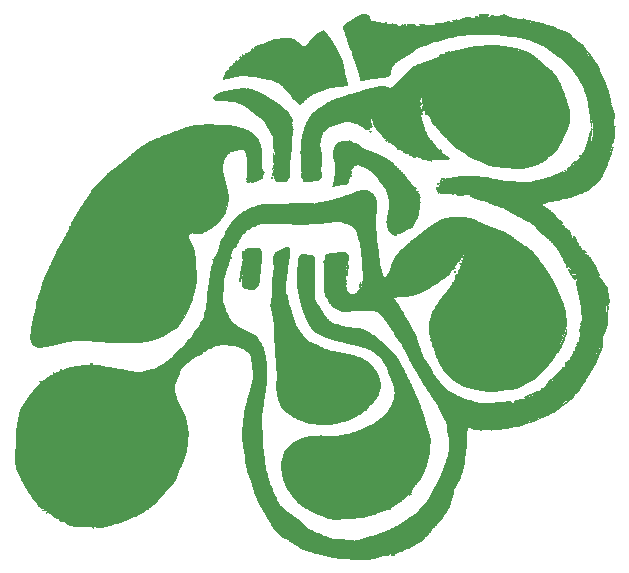
<source format=gbr>
%TF.GenerationSoftware,KiCad,Pcbnew,5.1.10-88a1d61d58~90~ubuntu20.04.1*%
%TF.CreationDate,2022-09-07T23:38:44+02:00*%
%TF.ProjectId,Wawies_PCB_inv2,57617769-6573-45f5-9043-425f696e7632,rev?*%
%TF.SameCoordinates,Original*%
%TF.FileFunction,Soldermask,Top*%
%TF.FilePolarity,Negative*%
%FSLAX46Y46*%
G04 Gerber Fmt 4.6, Leading zero omitted, Abs format (unit mm)*
G04 Created by KiCad (PCBNEW 5.1.10-88a1d61d58~90~ubuntu20.04.1) date 2022-09-07 23:38:44*
%MOMM*%
%LPD*%
G01*
G04 APERTURE LIST*
%ADD10C,0.010000*%
%ADD11C,4.721700*%
%ADD12C,1.360476*%
G04 APERTURE END LIST*
D10*
%TO.C,G\u002A\u002A\u002A*%
G36*
X-11778554Y19039044D02*
G01*
X-11763540Y19019624D01*
X-11758098Y18985019D01*
X-11762239Y18938927D01*
X-11775973Y18885048D01*
X-11778091Y18878745D01*
X-11799888Y18823107D01*
X-11820109Y18787002D01*
X-11838372Y18770801D01*
X-11854298Y18774874D01*
X-11865330Y18793556D01*
X-11870514Y18821196D01*
X-11871899Y18862645D01*
X-11869879Y18910966D01*
X-11864846Y18959223D01*
X-11857192Y19000476D01*
X-11852756Y19015604D01*
X-11836184Y19042497D01*
X-11811563Y19050102D01*
X-11778554Y19039044D01*
G37*
X-11778554Y19039044D02*
X-11763540Y19019624D01*
X-11758098Y18985019D01*
X-11762239Y18938927D01*
X-11775973Y18885048D01*
X-11778091Y18878745D01*
X-11799888Y18823107D01*
X-11820109Y18787002D01*
X-11838372Y18770801D01*
X-11854298Y18774874D01*
X-11865330Y18793556D01*
X-11870514Y18821196D01*
X-11871899Y18862645D01*
X-11869879Y18910966D01*
X-11864846Y18959223D01*
X-11857192Y19000476D01*
X-11852756Y19015604D01*
X-11836184Y19042497D01*
X-11811563Y19050102D01*
X-11778554Y19039044D01*
G36*
X-12831692Y18461442D02*
G01*
X-12826786Y18441028D01*
X-12835178Y18405645D01*
X-12837321Y18399814D01*
X-12850648Y18377302D01*
X-12865108Y18375886D01*
X-12880127Y18395564D01*
X-12882217Y18399947D01*
X-12887909Y18431210D01*
X-12875667Y18454745D01*
X-12849731Y18466007D01*
X-12831692Y18461442D01*
G37*
X-12831692Y18461442D02*
X-12826786Y18441028D01*
X-12835178Y18405645D01*
X-12837321Y18399814D01*
X-12850648Y18377302D01*
X-12865108Y18375886D01*
X-12880127Y18395564D01*
X-12882217Y18399947D01*
X-12887909Y18431210D01*
X-12875667Y18454745D01*
X-12849731Y18466007D01*
X-12831692Y18461442D01*
G36*
X-2904648Y17836172D02*
G01*
X-2914809Y17820406D01*
X-2927814Y17796025D01*
X-2929694Y17771334D01*
X-2919887Y17740284D01*
X-2904494Y17709123D01*
X-2887425Y17671236D01*
X-2882270Y17640774D01*
X-2884211Y17621742D01*
X-2897929Y17575377D01*
X-2919419Y17532409D01*
X-2944661Y17500222D01*
X-2954786Y17492101D01*
X-2982509Y17476826D01*
X-3007461Y17467675D01*
X-3023718Y17466440D01*
X-3026833Y17470294D01*
X-3019821Y17482472D01*
X-3001989Y17503078D01*
X-2989791Y17515417D01*
X-2962967Y17545030D01*
X-2953485Y17564694D01*
X-2961435Y17573769D01*
X-2981854Y17572703D01*
X-3014094Y17574174D01*
X-3031725Y17582406D01*
X-3045621Y17596290D01*
X-3042362Y17609650D01*
X-3038367Y17614813D01*
X-3018257Y17626914D01*
X-2990518Y17631833D01*
X-2959889Y17636393D01*
X-2936764Y17646481D01*
X-2926720Y17655381D01*
X-2924664Y17665493D01*
X-2931918Y17681761D01*
X-2949805Y17709126D01*
X-2955907Y17718010D01*
X-2982270Y17760061D01*
X-2993189Y17789978D01*
X-2987946Y17810832D01*
X-2965822Y17825693D01*
X-2928038Y17837172D01*
X-2907583Y17841172D01*
X-2904648Y17836172D01*
G37*
X-2904648Y17836172D02*
X-2914809Y17820406D01*
X-2927814Y17796025D01*
X-2929694Y17771334D01*
X-2919887Y17740284D01*
X-2904494Y17709123D01*
X-2887425Y17671236D01*
X-2882270Y17640774D01*
X-2884211Y17621742D01*
X-2897929Y17575377D01*
X-2919419Y17532409D01*
X-2944661Y17500222D01*
X-2954786Y17492101D01*
X-2982509Y17476826D01*
X-3007461Y17467675D01*
X-3023718Y17466440D01*
X-3026833Y17470294D01*
X-3019821Y17482472D01*
X-3001989Y17503078D01*
X-2989791Y17515417D01*
X-2962967Y17545030D01*
X-2953485Y17564694D01*
X-2961435Y17573769D01*
X-2981854Y17572703D01*
X-3014094Y17574174D01*
X-3031725Y17582406D01*
X-3045621Y17596290D01*
X-3042362Y17609650D01*
X-3038367Y17614813D01*
X-3018257Y17626914D01*
X-2990518Y17631833D01*
X-2959889Y17636393D01*
X-2936764Y17646481D01*
X-2926720Y17655381D01*
X-2924664Y17665493D01*
X-2931918Y17681761D01*
X-2949805Y17709126D01*
X-2955907Y17718010D01*
X-2982270Y17760061D01*
X-2993189Y17789978D01*
X-2987946Y17810832D01*
X-2965822Y17825693D01*
X-2928038Y17837172D01*
X-2907583Y17841172D01*
X-2904648Y17836172D01*
G36*
X-1874054Y16274394D02*
G01*
X-1858566Y16216875D01*
X-1838049Y16176202D01*
X-1813497Y16153979D01*
X-1797050Y16150167D01*
X-1786814Y16148201D01*
X-1787654Y16140120D01*
X-1801053Y16122654D01*
X-1818088Y16103752D01*
X-1859212Y16053318D01*
X-1884482Y16009006D01*
X-1892782Y15972873D01*
X-1892339Y15967031D01*
X-1893734Y15950465D01*
X-1907746Y15942717D01*
X-1923521Y15940475D01*
X-1947148Y15940125D01*
X-1956454Y15948493D01*
X-1957916Y15965049D01*
X-1952608Y15990520D01*
X-1939132Y16023539D01*
X-1930376Y16039934D01*
X-1912447Y16076899D01*
X-1908761Y16101263D01*
X-1919117Y16111813D01*
X-1941664Y16107977D01*
X-1958128Y16102945D01*
X-1965879Y16105546D01*
X-1964722Y16118647D01*
X-1954462Y16145120D01*
X-1936454Y16184521D01*
X-1918565Y16226986D01*
X-1903810Y16269560D01*
X-1896147Y16299480D01*
X-1887886Y16345958D01*
X-1874054Y16274394D01*
G37*
X-1874054Y16274394D02*
X-1858566Y16216875D01*
X-1838049Y16176202D01*
X-1813497Y16153979D01*
X-1797050Y16150167D01*
X-1786814Y16148201D01*
X-1787654Y16140120D01*
X-1801053Y16122654D01*
X-1818088Y16103752D01*
X-1859212Y16053318D01*
X-1884482Y16009006D01*
X-1892782Y15972873D01*
X-1892339Y15967031D01*
X-1893734Y15950465D01*
X-1907746Y15942717D01*
X-1923521Y15940475D01*
X-1947148Y15940125D01*
X-1956454Y15948493D01*
X-1957916Y15965049D01*
X-1952608Y15990520D01*
X-1939132Y16023539D01*
X-1930376Y16039934D01*
X-1912447Y16076899D01*
X-1908761Y16101263D01*
X-1919117Y16111813D01*
X-1941664Y16107977D01*
X-1958128Y16102945D01*
X-1965879Y16105546D01*
X-1964722Y16118647D01*
X-1954462Y16145120D01*
X-1936454Y16184521D01*
X-1918565Y16226986D01*
X-1903810Y16269560D01*
X-1896147Y16299480D01*
X-1887886Y16345958D01*
X-1874054Y16274394D01*
G36*
X-10934463Y19250429D02*
G01*
X-10845594Y19250035D01*
X-10759989Y19249223D01*
X-10680859Y19248057D01*
X-10611413Y19246597D01*
X-10554863Y19244909D01*
X-10514420Y19243053D01*
X-10499686Y19241933D01*
X-10457991Y19236937D01*
X-10431022Y19230511D01*
X-10412368Y19220125D01*
X-10395618Y19203251D01*
X-10392620Y19199701D01*
X-10364670Y19159353D01*
X-10335347Y19105671D01*
X-10308155Y19045922D01*
X-10286595Y18987368D01*
X-10280855Y18967865D01*
X-10269892Y18911301D01*
X-10262291Y18837319D01*
X-10258163Y18749418D01*
X-10257622Y18651097D01*
X-10260777Y18545854D01*
X-10265016Y18473208D01*
X-10268322Y18430637D01*
X-10273504Y18370149D01*
X-10280370Y18293680D01*
X-10288726Y18203163D01*
X-10298381Y18100534D01*
X-10309141Y17987726D01*
X-10320815Y17866673D01*
X-10333210Y17739311D01*
X-10346132Y17607573D01*
X-10359390Y17473393D01*
X-10372791Y17338706D01*
X-10386143Y17205446D01*
X-10399252Y17075548D01*
X-10411927Y16950946D01*
X-10423974Y16833574D01*
X-10435201Y16725366D01*
X-10445416Y16628257D01*
X-10454427Y16544181D01*
X-10462039Y16475072D01*
X-10468062Y16422865D01*
X-10472302Y16389494D01*
X-10472789Y16386118D01*
X-10488908Y16294000D01*
X-10507912Y16219816D01*
X-10531232Y16160386D01*
X-10560298Y16112527D01*
X-10596541Y16073058D01*
X-10623289Y16051370D01*
X-10671877Y16011520D01*
X-10720093Y15964735D01*
X-10762894Y15916455D01*
X-10795234Y15872123D01*
X-10804551Y15855858D01*
X-10826642Y15820978D01*
X-10853863Y15796413D01*
X-10889389Y15781225D01*
X-10936394Y15774477D01*
X-10998052Y15775233D01*
X-11059583Y15780557D01*
X-11129777Y15788769D01*
X-11208235Y15799126D01*
X-11290541Y15810934D01*
X-11372278Y15823500D01*
X-11449031Y15836131D01*
X-11516384Y15848133D01*
X-11569921Y15858814D01*
X-11594641Y15864570D01*
X-11687759Y15893412D01*
X-11760994Y15927439D01*
X-11815113Y15967172D01*
X-11850879Y16013134D01*
X-11865374Y16049176D01*
X-11871423Y16092810D01*
X-11871223Y16156136D01*
X-11868556Y16197792D01*
X-11864628Y16257196D01*
X-11861323Y16326325D01*
X-11859150Y16393737D01*
X-11858682Y16420042D01*
X-11856811Y16472906D01*
X-11852868Y16521977D01*
X-11847484Y16560757D01*
X-11843361Y16577818D01*
X-11836199Y16609721D01*
X-11834140Y16650910D01*
X-11836964Y16706718D01*
X-11837685Y16715402D01*
X-11843483Y16797527D01*
X-11844976Y16865851D01*
X-11841853Y16927361D01*
X-11833804Y16989041D01*
X-11822924Y17046494D01*
X-11810034Y17125096D01*
X-11803029Y17205871D01*
X-11801757Y17284621D01*
X-11806068Y17357145D01*
X-11815812Y17419245D01*
X-11830837Y17466720D01*
X-11838514Y17481021D01*
X-11854964Y17499975D01*
X-11868709Y17500942D01*
X-11879893Y17483385D01*
X-11888657Y17446765D01*
X-11895144Y17390545D01*
X-11899497Y17314184D01*
X-11901449Y17243197D01*
X-11904791Y17060936D01*
X-11942562Y16977282D01*
X-11967789Y16912608D01*
X-11978761Y16860198D01*
X-11975742Y16816915D01*
X-11959166Y16779875D01*
X-11941959Y16749549D01*
X-11940521Y16731585D01*
X-11955786Y16723248D01*
X-11979037Y16721667D01*
X-12016292Y16716293D01*
X-12036604Y16698871D01*
X-12041635Y16667449D01*
X-12039717Y16650375D01*
X-12030979Y16593281D01*
X-12026395Y16553036D01*
X-12025867Y16525753D01*
X-12029299Y16507543D01*
X-12035862Y16495474D01*
X-12055622Y16481262D01*
X-12074350Y16483150D01*
X-12098820Y16501574D01*
X-12113224Y16537023D01*
X-12117351Y16587793D01*
X-12110992Y16652178D01*
X-12101140Y16700500D01*
X-12093357Y16742925D01*
X-12086702Y16797174D01*
X-12082236Y16853905D01*
X-12081303Y16875125D01*
X-12077741Y16930862D01*
X-12070049Y16991584D01*
X-12057477Y17061943D01*
X-12039277Y17146596D01*
X-12033702Y17170781D01*
X-12018257Y17241270D01*
X-12003980Y17314156D01*
X-11991983Y17383182D01*
X-11983378Y17442089D01*
X-11980095Y17472406D01*
X-11971852Y17541029D01*
X-11962158Y17595169D01*
X-11894782Y17595169D01*
X-11890356Y17561823D01*
X-11880297Y17547183D01*
X-11865045Y17551936D01*
X-11846862Y17573940D01*
X-11836881Y17595690D01*
X-11833087Y17624587D01*
X-11834662Y17667211D01*
X-11834894Y17670167D01*
X-11839308Y17707466D01*
X-11845350Y17736567D01*
X-11851212Y17750363D01*
X-11863369Y17752309D01*
X-11874971Y17735933D01*
X-11884874Y17704071D01*
X-11891931Y17659561D01*
X-11893137Y17646531D01*
X-11894782Y17595169D01*
X-11962158Y17595169D01*
X-11958796Y17613940D01*
X-11941997Y17687605D01*
X-11922527Y17758489D01*
X-11901458Y17823060D01*
X-11879859Y17877785D01*
X-11858803Y17919128D01*
X-11839361Y17943558D01*
X-11836666Y17945534D01*
X-11814102Y17969950D01*
X-11794595Y18008101D01*
X-11779751Y18053651D01*
X-11771175Y18100263D01*
X-11770472Y18141601D01*
X-11779246Y18171328D01*
X-11779412Y18171583D01*
X-11788051Y18179821D01*
X-11797180Y18175833D01*
X-11808397Y18157358D01*
X-11823301Y18122134D01*
X-11833628Y18094854D01*
X-11845889Y18063004D01*
X-11855253Y18040976D01*
X-11859278Y18034000D01*
X-11860171Y18043545D01*
X-11859125Y18068301D01*
X-11856603Y18102449D01*
X-11853067Y18140168D01*
X-11848980Y18175641D01*
X-11846777Y18191353D01*
X-11832686Y18227405D01*
X-11808570Y18256912D01*
X-11791888Y18273806D01*
X-11781612Y18291010D01*
X-11775722Y18314639D01*
X-11772195Y18350805D01*
X-11770963Y18370691D01*
X-11771094Y18441538D01*
X-11780342Y18496497D01*
X-11798391Y18534071D01*
X-11807395Y18543400D01*
X-11822220Y18550930D01*
X-11835218Y18541377D01*
X-11838603Y18536932D01*
X-11849089Y18512107D01*
X-11853333Y18481769D01*
X-11856430Y18455207D01*
X-11864277Y18448182D01*
X-11874707Y18460227D01*
X-11884951Y18488593D01*
X-11890279Y18530548D01*
X-11885737Y18572617D01*
X-11873303Y18610785D01*
X-11854956Y18641041D01*
X-11832674Y18659371D01*
X-11808435Y18661762D01*
X-11801067Y18658765D01*
X-11786562Y18653338D01*
X-11776007Y18658840D01*
X-11764723Y18678981D01*
X-11758833Y18692254D01*
X-11749392Y18719158D01*
X-11737075Y18761606D01*
X-11723280Y18814410D01*
X-11709408Y18872383D01*
X-11705215Y18891028D01*
X-11688370Y18963266D01*
X-11671066Y19025175D01*
X-11651608Y19077545D01*
X-11628303Y19121168D01*
X-11599455Y19156832D01*
X-11563370Y19185328D01*
X-11518353Y19207446D01*
X-11462710Y19223977D01*
X-11394747Y19235710D01*
X-11312768Y19243436D01*
X-11215079Y19247944D01*
X-11099986Y19250026D01*
X-10965794Y19250471D01*
X-10934463Y19250429D01*
G37*
X-10934463Y19250429D02*
X-10845594Y19250035D01*
X-10759989Y19249223D01*
X-10680859Y19248057D01*
X-10611413Y19246597D01*
X-10554863Y19244909D01*
X-10514420Y19243053D01*
X-10499686Y19241933D01*
X-10457991Y19236937D01*
X-10431022Y19230511D01*
X-10412368Y19220125D01*
X-10395618Y19203251D01*
X-10392620Y19199701D01*
X-10364670Y19159353D01*
X-10335347Y19105671D01*
X-10308155Y19045922D01*
X-10286595Y18987368D01*
X-10280855Y18967865D01*
X-10269892Y18911301D01*
X-10262291Y18837319D01*
X-10258163Y18749418D01*
X-10257622Y18651097D01*
X-10260777Y18545854D01*
X-10265016Y18473208D01*
X-10268322Y18430637D01*
X-10273504Y18370149D01*
X-10280370Y18293680D01*
X-10288726Y18203163D01*
X-10298381Y18100534D01*
X-10309141Y17987726D01*
X-10320815Y17866673D01*
X-10333210Y17739311D01*
X-10346132Y17607573D01*
X-10359390Y17473393D01*
X-10372791Y17338706D01*
X-10386143Y17205446D01*
X-10399252Y17075548D01*
X-10411927Y16950946D01*
X-10423974Y16833574D01*
X-10435201Y16725366D01*
X-10445416Y16628257D01*
X-10454427Y16544181D01*
X-10462039Y16475072D01*
X-10468062Y16422865D01*
X-10472302Y16389494D01*
X-10472789Y16386118D01*
X-10488908Y16294000D01*
X-10507912Y16219816D01*
X-10531232Y16160386D01*
X-10560298Y16112527D01*
X-10596541Y16073058D01*
X-10623289Y16051370D01*
X-10671877Y16011520D01*
X-10720093Y15964735D01*
X-10762894Y15916455D01*
X-10795234Y15872123D01*
X-10804551Y15855858D01*
X-10826642Y15820978D01*
X-10853863Y15796413D01*
X-10889389Y15781225D01*
X-10936394Y15774477D01*
X-10998052Y15775233D01*
X-11059583Y15780557D01*
X-11129777Y15788769D01*
X-11208235Y15799126D01*
X-11290541Y15810934D01*
X-11372278Y15823500D01*
X-11449031Y15836131D01*
X-11516384Y15848133D01*
X-11569921Y15858814D01*
X-11594641Y15864570D01*
X-11687759Y15893412D01*
X-11760994Y15927439D01*
X-11815113Y15967172D01*
X-11850879Y16013134D01*
X-11865374Y16049176D01*
X-11871423Y16092810D01*
X-11871223Y16156136D01*
X-11868556Y16197792D01*
X-11864628Y16257196D01*
X-11861323Y16326325D01*
X-11859150Y16393737D01*
X-11858682Y16420042D01*
X-11856811Y16472906D01*
X-11852868Y16521977D01*
X-11847484Y16560757D01*
X-11843361Y16577818D01*
X-11836199Y16609721D01*
X-11834140Y16650910D01*
X-11836964Y16706718D01*
X-11837685Y16715402D01*
X-11843483Y16797527D01*
X-11844976Y16865851D01*
X-11841853Y16927361D01*
X-11833804Y16989041D01*
X-11822924Y17046494D01*
X-11810034Y17125096D01*
X-11803029Y17205871D01*
X-11801757Y17284621D01*
X-11806068Y17357145D01*
X-11815812Y17419245D01*
X-11830837Y17466720D01*
X-11838514Y17481021D01*
X-11854964Y17499975D01*
X-11868709Y17500942D01*
X-11879893Y17483385D01*
X-11888657Y17446765D01*
X-11895144Y17390545D01*
X-11899497Y17314184D01*
X-11901449Y17243197D01*
X-11904791Y17060936D01*
X-11942562Y16977282D01*
X-11967789Y16912608D01*
X-11978761Y16860198D01*
X-11975742Y16816915D01*
X-11959166Y16779875D01*
X-11941959Y16749549D01*
X-11940521Y16731585D01*
X-11955786Y16723248D01*
X-11979037Y16721667D01*
X-12016292Y16716293D01*
X-12036604Y16698871D01*
X-12041635Y16667449D01*
X-12039717Y16650375D01*
X-12030979Y16593281D01*
X-12026395Y16553036D01*
X-12025867Y16525753D01*
X-12029299Y16507543D01*
X-12035862Y16495474D01*
X-12055622Y16481262D01*
X-12074350Y16483150D01*
X-12098820Y16501574D01*
X-12113224Y16537023D01*
X-12117351Y16587793D01*
X-12110992Y16652178D01*
X-12101140Y16700500D01*
X-12093357Y16742925D01*
X-12086702Y16797174D01*
X-12082236Y16853905D01*
X-12081303Y16875125D01*
X-12077741Y16930862D01*
X-12070049Y16991584D01*
X-12057477Y17061943D01*
X-12039277Y17146596D01*
X-12033702Y17170781D01*
X-12018257Y17241270D01*
X-12003980Y17314156D01*
X-11991983Y17383182D01*
X-11983378Y17442089D01*
X-11980095Y17472406D01*
X-11971852Y17541029D01*
X-11962158Y17595169D01*
X-11894782Y17595169D01*
X-11890356Y17561823D01*
X-11880297Y17547183D01*
X-11865045Y17551936D01*
X-11846862Y17573940D01*
X-11836881Y17595690D01*
X-11833087Y17624587D01*
X-11834662Y17667211D01*
X-11834894Y17670167D01*
X-11839308Y17707466D01*
X-11845350Y17736567D01*
X-11851212Y17750363D01*
X-11863369Y17752309D01*
X-11874971Y17735933D01*
X-11884874Y17704071D01*
X-11891931Y17659561D01*
X-11893137Y17646531D01*
X-11894782Y17595169D01*
X-11962158Y17595169D01*
X-11958796Y17613940D01*
X-11941997Y17687605D01*
X-11922527Y17758489D01*
X-11901458Y17823060D01*
X-11879859Y17877785D01*
X-11858803Y17919128D01*
X-11839361Y17943558D01*
X-11836666Y17945534D01*
X-11814102Y17969950D01*
X-11794595Y18008101D01*
X-11779751Y18053651D01*
X-11771175Y18100263D01*
X-11770472Y18141601D01*
X-11779246Y18171328D01*
X-11779412Y18171583D01*
X-11788051Y18179821D01*
X-11797180Y18175833D01*
X-11808397Y18157358D01*
X-11823301Y18122134D01*
X-11833628Y18094854D01*
X-11845889Y18063004D01*
X-11855253Y18040976D01*
X-11859278Y18034000D01*
X-11860171Y18043545D01*
X-11859125Y18068301D01*
X-11856603Y18102449D01*
X-11853067Y18140168D01*
X-11848980Y18175641D01*
X-11846777Y18191353D01*
X-11832686Y18227405D01*
X-11808570Y18256912D01*
X-11791888Y18273806D01*
X-11781612Y18291010D01*
X-11775722Y18314639D01*
X-11772195Y18350805D01*
X-11770963Y18370691D01*
X-11771094Y18441538D01*
X-11780342Y18496497D01*
X-11798391Y18534071D01*
X-11807395Y18543400D01*
X-11822220Y18550930D01*
X-11835218Y18541377D01*
X-11838603Y18536932D01*
X-11849089Y18512107D01*
X-11853333Y18481769D01*
X-11856430Y18455207D01*
X-11864277Y18448182D01*
X-11874707Y18460227D01*
X-11884951Y18488593D01*
X-11890279Y18530548D01*
X-11885737Y18572617D01*
X-11873303Y18610785D01*
X-11854956Y18641041D01*
X-11832674Y18659371D01*
X-11808435Y18661762D01*
X-11801067Y18658765D01*
X-11786562Y18653338D01*
X-11776007Y18658840D01*
X-11764723Y18678981D01*
X-11758833Y18692254D01*
X-11749392Y18719158D01*
X-11737075Y18761606D01*
X-11723280Y18814410D01*
X-11709408Y18872383D01*
X-11705215Y18891028D01*
X-11688370Y18963266D01*
X-11671066Y19025175D01*
X-11651608Y19077545D01*
X-11628303Y19121168D01*
X-11599455Y19156832D01*
X-11563370Y19185328D01*
X-11518353Y19207446D01*
X-11462710Y19223977D01*
X-11394747Y19235710D01*
X-11312768Y19243436D01*
X-11215079Y19247944D01*
X-11099986Y19250026D01*
X-10965794Y19250471D01*
X-10934463Y19250429D01*
G36*
X772683Y12447795D02*
G01*
X785497Y12426567D01*
X797164Y12400608D01*
X803863Y12377624D01*
X804334Y12372257D01*
X799926Y12361076D01*
X788946Y12366234D01*
X774753Y12385378D01*
X768498Y12397329D01*
X754485Y12431887D01*
X752940Y12451086D01*
X762540Y12456583D01*
X772683Y12447795D01*
G37*
X772683Y12447795D02*
X785497Y12426567D01*
X797164Y12400608D01*
X803863Y12377624D01*
X804334Y12372257D01*
X799926Y12361076D01*
X788946Y12366234D01*
X774753Y12385378D01*
X768498Y12397329D01*
X754485Y12431887D01*
X752940Y12451086D01*
X762540Y12456583D01*
X772683Y12447795D01*
G36*
X-8009350Y19331496D02*
G01*
X-7969709Y19318153D01*
X-7945626Y19294849D01*
X-7938849Y19279341D01*
X-7936233Y19260900D01*
X-7933572Y19224059D01*
X-7930975Y19171584D01*
X-7928549Y19106243D01*
X-7926401Y19030801D01*
X-7924640Y18948025D01*
X-7923749Y18891250D01*
X-7922467Y18783042D01*
X-7922031Y18692218D01*
X-7922773Y18615001D01*
X-7925024Y18547615D01*
X-7929117Y18486282D01*
X-7935383Y18427227D01*
X-7944154Y18366673D01*
X-7955762Y18300842D01*
X-7970540Y18225960D01*
X-7988818Y18138248D01*
X-7990719Y18129250D01*
X-8019982Y17986219D01*
X-8043838Y17858212D01*
X-8062985Y17739988D01*
X-8078123Y17626303D01*
X-8089951Y17511915D01*
X-8099167Y17391582D01*
X-8106405Y17261417D01*
X-8115770Y17099378D01*
X-8128329Y16946738D01*
X-8144943Y16795169D01*
X-8166476Y16636343D01*
X-8180905Y16541750D01*
X-8197878Y16431463D01*
X-8211246Y16337250D01*
X-8221406Y16254401D01*
X-8228757Y16178203D01*
X-8233695Y16103947D01*
X-8236617Y16026921D01*
X-8237923Y15942415D01*
X-8238066Y15864417D01*
X-8236829Y15755484D01*
X-8233302Y15663993D01*
X-8226929Y15586292D01*
X-8217159Y15518729D01*
X-8203436Y15457651D01*
X-8185207Y15399405D01*
X-8161918Y15340338D01*
X-8156812Y15328575D01*
X-8105361Y15188174D01*
X-8069715Y15038512D01*
X-8064515Y15007167D01*
X-8048395Y14921182D01*
X-8023540Y14816167D01*
X-7990010Y14692340D01*
X-7947868Y14549924D01*
X-7897178Y14389138D01*
X-7847980Y14239875D01*
X-7800089Y14096743D01*
X-7758123Y13970547D01*
X-7721106Y13858210D01*
X-7688066Y13756659D01*
X-7658028Y13662817D01*
X-7630019Y13573608D01*
X-7603065Y13485958D01*
X-7576192Y13396790D01*
X-7548427Y13303029D01*
X-7518797Y13201600D01*
X-7513625Y13183793D01*
X-7480253Y13069786D01*
X-7451041Y12973218D01*
X-7424636Y12891088D01*
X-7399685Y12820398D01*
X-7374836Y12758149D01*
X-7348736Y12701344D01*
X-7320032Y12646982D01*
X-7287373Y12592066D01*
X-7249405Y12533596D01*
X-7204776Y12468574D01*
X-7166506Y12414250D01*
X-7039319Y12236865D01*
X-6921860Y12077367D01*
X-6813599Y11935128D01*
X-6714004Y11809519D01*
X-6622547Y11699912D01*
X-6538695Y11605680D01*
X-6461919Y11526194D01*
X-6391688Y11460827D01*
X-6327472Y11408949D01*
X-6302375Y11391173D01*
X-6196407Y11327899D01*
X-6069482Y11267349D01*
X-5935984Y11214700D01*
X-5772486Y11153271D01*
X-5624876Y11092974D01*
X-5488145Y11031567D01*
X-5357282Y10966813D01*
X-5238750Y10902906D01*
X-5141976Y10849993D01*
X-5056851Y10806412D01*
X-4977574Y10769515D01*
X-4898342Y10736654D01*
X-4813356Y10705179D01*
X-4781078Y10693966D01*
X-4707557Y10669508D01*
X-4633269Y10646387D01*
X-4556322Y10624181D01*
X-4474824Y10602466D01*
X-4386883Y10580821D01*
X-4290606Y10558822D01*
X-4184101Y10536047D01*
X-4065477Y10512074D01*
X-3932840Y10486479D01*
X-3784299Y10458840D01*
X-3617961Y10428735D01*
X-3498412Y10407468D01*
X-3327331Y10377010D01*
X-3175512Y10349509D01*
X-3041317Y10324583D01*
X-2923108Y10301851D01*
X-2819245Y10280930D01*
X-2728090Y10261441D01*
X-2648004Y10243000D01*
X-2577348Y10225227D01*
X-2514483Y10207740D01*
X-2457770Y10190158D01*
X-2405572Y10172098D01*
X-2356248Y10153179D01*
X-2308160Y10133020D01*
X-2295199Y10127325D01*
X-2193923Y10084557D01*
X-2109694Y10053580D01*
X-2042666Y10034446D01*
X-2000894Y10027649D01*
X-1961337Y10022291D01*
X-1920011Y10011645D01*
X-1874229Y9994475D01*
X-1821308Y9969548D01*
X-1758560Y9935627D01*
X-1683301Y9891478D01*
X-1618333Y9851718D01*
X-1409885Y9715304D01*
X-1221364Y9576161D01*
X-1051563Y9432674D01*
X-899272Y9283227D01*
X-763283Y9126206D01*
X-642386Y8959993D01*
X-535373Y8782975D01*
X-441034Y8593535D01*
X-358160Y8390058D01*
X-285544Y8170928D01*
X-241258Y8011583D01*
X-209443Y7864872D01*
X-192945Y7726997D01*
X-191479Y7592490D01*
X-204760Y7455886D01*
X-210413Y7420398D01*
X-237696Y7289386D01*
X-274642Y7162346D01*
X-322717Y7035758D01*
X-383387Y6906099D01*
X-458116Y6769848D01*
X-530347Y6651625D01*
X-570883Y6587576D01*
X-614770Y6517826D01*
X-657727Y6449205D01*
X-695471Y6388544D01*
X-709483Y6365875D01*
X-757490Y6290631D01*
X-798428Y6232695D01*
X-834019Y6190123D01*
X-865985Y6160967D01*
X-896050Y6143283D01*
X-911079Y6138088D01*
X-941078Y6123499D01*
X-981144Y6094446D01*
X-1028783Y6053501D01*
X-1081503Y6003238D01*
X-1136811Y5946230D01*
X-1192214Y5885050D01*
X-1245218Y5822271D01*
X-1293331Y5760466D01*
X-1334059Y5702209D01*
X-1335407Y5700130D01*
X-1362565Y5651768D01*
X-1374781Y5612751D01*
X-1375833Y5598788D01*
X-1384558Y5559806D01*
X-1407769Y5530247D01*
X-1441018Y5514985D01*
X-1453244Y5513917D01*
X-1474952Y5518166D01*
X-1481636Y5533319D01*
X-1481666Y5535083D01*
X-1489251Y5552893D01*
X-1501765Y5556250D01*
X-1526132Y5549161D01*
X-1559577Y5530520D01*
X-1596751Y5504263D01*
X-1632306Y5474328D01*
X-1660894Y5444652D01*
X-1670158Y5432284D01*
X-1705606Y5390053D01*
X-1759566Y5342640D01*
X-1832293Y5289891D01*
X-1924042Y5231649D01*
X-2035067Y5167759D01*
X-2165623Y5098065D01*
X-2315966Y5022413D01*
X-2439458Y4962811D01*
X-2619352Y4882144D01*
X-2816344Y4802575D01*
X-3026366Y4725418D01*
X-3245352Y4651989D01*
X-3469235Y4583602D01*
X-3693946Y4521572D01*
X-3915418Y4467213D01*
X-4087282Y4430183D01*
X-4199112Y4408672D01*
X-4300282Y4391592D01*
X-4395880Y4378445D01*
X-4490996Y4368734D01*
X-4590718Y4361962D01*
X-4700135Y4357632D01*
X-4824335Y4355246D01*
X-4857750Y4354900D01*
X-4939173Y4354336D01*
X-5015604Y4354117D01*
X-5083943Y4354229D01*
X-5141087Y4354655D01*
X-5183936Y4355380D01*
X-5209389Y4356391D01*
X-5212291Y4356644D01*
X-5233237Y4358923D01*
X-5272248Y4363200D01*
X-5326348Y4369149D01*
X-5392565Y4376441D01*
X-5467923Y4384749D01*
X-5549450Y4393746D01*
X-5582708Y4397419D01*
X-5671545Y4407126D01*
X-5760491Y4416654D01*
X-5845475Y4425580D01*
X-5922425Y4433481D01*
X-5987267Y4439937D01*
X-6035930Y4444524D01*
X-6043083Y4445156D01*
X-6238432Y4471263D01*
X-6442212Y4516252D01*
X-6653738Y4579899D01*
X-6872321Y4661985D01*
X-7097276Y4762286D01*
X-7225508Y4826190D01*
X-7312846Y4873072D01*
X-7406659Y4926537D01*
X-7504076Y4984705D01*
X-7602225Y5045698D01*
X-7698236Y5107636D01*
X-7789237Y5168640D01*
X-7872360Y5226832D01*
X-7944732Y5280332D01*
X-8003482Y5327262D01*
X-8037710Y5357813D01*
X-8069307Y5386055D01*
X-8097312Y5407331D01*
X-8116853Y5418047D01*
X-8120232Y5418667D01*
X-8155174Y5427321D01*
X-8200780Y5453384D01*
X-8257266Y5497006D01*
X-8324851Y5558338D01*
X-8332029Y5565257D01*
X-8401220Y5634549D01*
X-8456905Y5696025D01*
X-8502716Y5754290D01*
X-8542286Y5813948D01*
X-8577597Y5876467D01*
X-8606699Y5935769D01*
X-8640186Y6011074D01*
X-8676793Y6098920D01*
X-8715256Y6195841D01*
X-8754309Y6298376D01*
X-8792688Y6403059D01*
X-8829128Y6506427D01*
X-8862364Y6605016D01*
X-8891132Y6695363D01*
X-8914167Y6774003D01*
X-8930204Y6837473D01*
X-8932593Y6848693D01*
X-8943888Y6912363D01*
X-8949001Y6966869D01*
X-8948703Y7023039D01*
X-8947049Y7051194D01*
X-8944759Y7123029D01*
X-8949634Y7188353D01*
X-8958752Y7242608D01*
X-8962447Y7261128D01*
X-8965616Y7277921D01*
X-8968250Y7294599D01*
X-8970342Y7312775D01*
X-8971880Y7334063D01*
X-8972858Y7360075D01*
X-8973266Y7392426D01*
X-8973096Y7432727D01*
X-8972338Y7482593D01*
X-8970983Y7543635D01*
X-8969023Y7617468D01*
X-8966450Y7705705D01*
X-8963253Y7809957D01*
X-8959425Y7931840D01*
X-8954956Y8072965D01*
X-8954051Y8101542D01*
X-8951274Y8211883D01*
X-8949627Y8328807D01*
X-8949052Y8449667D01*
X-8949491Y8571813D01*
X-8950888Y8692600D01*
X-8953184Y8809379D01*
X-8956323Y8919503D01*
X-8960247Y9020324D01*
X-8964898Y9109194D01*
X-8970220Y9183466D01*
X-8976155Y9240492D01*
X-8979193Y9260901D01*
X-8986963Y9312590D01*
X-8994851Y9378289D01*
X-9002932Y9458955D01*
X-9006771Y9503369D01*
X-5466004Y9503369D01*
X-5449121Y9493993D01*
X-5422364Y9495981D01*
X-5393012Y9508297D01*
X-5383052Y9515185D01*
X-5360597Y9536675D01*
X-5356702Y9550303D01*
X-5371175Y9554849D01*
X-5389009Y9552627D01*
X-5421056Y9542845D01*
X-5447948Y9528903D01*
X-5464380Y9514197D01*
X-5466004Y9503369D01*
X-9006771Y9503369D01*
X-9011281Y9555545D01*
X-9019975Y9669014D01*
X-9029089Y9800318D01*
X-9038698Y9950414D01*
X-9048878Y10120258D01*
X-9053906Y10207625D01*
X-9064989Y10400821D01*
X-9075211Y10575203D01*
X-9084739Y10733100D01*
X-9093742Y10876838D01*
X-9102387Y11008747D01*
X-9110841Y11131154D01*
X-9119274Y11246388D01*
X-9127852Y11356775D01*
X-9136743Y11464644D01*
X-9146114Y11572324D01*
X-9156135Y11682141D01*
X-9166972Y11796424D01*
X-9172492Y11853333D01*
X-9181913Y11953471D01*
X-9188947Y12038430D01*
X-9193862Y12114032D01*
X-9196926Y12186098D01*
X-9198407Y12260450D01*
X-9198572Y12342907D01*
X-9198043Y12408958D01*
X-9196692Y12533522D01*
X-9195593Y12638911D01*
X-9194813Y12727117D01*
X-9194421Y12800130D01*
X-9194486Y12859941D01*
X-9195075Y12908542D01*
X-9196256Y12947924D01*
X-9198099Y12980078D01*
X-9200671Y13006995D01*
X-9204040Y13030667D01*
X-9208274Y13053083D01*
X-9213442Y13076236D01*
X-9219613Y13102117D01*
X-9222155Y13112750D01*
X-9250854Y13240064D01*
X-9271867Y13348993D01*
X-9285399Y13440790D01*
X-9291655Y13516712D01*
X-9292166Y13541782D01*
X-9297272Y13637737D01*
X-9312981Y13742393D01*
X-9339880Y13859102D01*
X-9360886Y13933790D01*
X-9388894Y14028385D01*
X-9411382Y14105784D01*
X-9428955Y14169050D01*
X-9442217Y14221248D01*
X-9451772Y14265443D01*
X-9458226Y14304699D01*
X-9462184Y14342080D01*
X-9464249Y14380651D01*
X-9465026Y14423477D01*
X-9465127Y14462125D01*
X-9464881Y14512636D01*
X-9463835Y14555631D01*
X-9461476Y14595103D01*
X-9457291Y14635046D01*
X-9450768Y14679452D01*
X-9441395Y14732315D01*
X-9428659Y14797627D01*
X-9412047Y14879382D01*
X-9410801Y14885458D01*
X-9387121Y15003689D01*
X-9368460Y15103909D01*
X-9354566Y15188608D01*
X-9345188Y15260275D01*
X-9340075Y15321400D01*
X-9338975Y15374473D01*
X-9341639Y15421984D01*
X-9347814Y15466421D01*
X-9350686Y15481356D01*
X-9356897Y15515690D01*
X-9361614Y15552459D01*
X-9365008Y15595037D01*
X-9367248Y15646802D01*
X-9368504Y15711128D01*
X-9368946Y15791391D01*
X-9368905Y15843250D01*
X-9365408Y16075014D01*
X-9355878Y16289486D01*
X-9340063Y16489738D01*
X-9317710Y16678840D01*
X-9288567Y16859862D01*
X-9282738Y16891000D01*
X-9251099Y17076128D01*
X-9225263Y17267772D01*
X-9206408Y17456365D01*
X-9198126Y17578917D01*
X-9194427Y17666545D01*
X-9193772Y17738672D01*
X-9196476Y17800787D01*
X-9202854Y17858379D01*
X-9213219Y17916938D01*
X-9219038Y17944042D01*
X-9224071Y17978718D01*
X-9228087Y18030600D01*
X-9231080Y18095752D01*
X-9233043Y18170235D01*
X-9233970Y18250114D01*
X-9233855Y18331451D01*
X-9232690Y18410311D01*
X-9230471Y18482755D01*
X-9227190Y18544848D01*
X-9222842Y18592652D01*
X-9220113Y18610792D01*
X-9196524Y18700852D01*
X-9160659Y18777722D01*
X-9109964Y18845211D01*
X-9041887Y18907130D01*
X-9002095Y18936121D01*
X-8977628Y18951006D01*
X-8936823Y18973623D01*
X-8882425Y19002545D01*
X-8817179Y19036346D01*
X-8743830Y19073598D01*
X-8665122Y19112875D01*
X-8607736Y19141089D01*
X-8505740Y19190538D01*
X-8420112Y19231027D01*
X-8348465Y19263415D01*
X-8288415Y19288560D01*
X-8237576Y19307319D01*
X-8193564Y19320550D01*
X-8153992Y19329112D01*
X-8116476Y19333863D01*
X-8078631Y19335659D01*
X-8066525Y19335750D01*
X-8009350Y19331496D01*
G37*
X-8009350Y19331496D02*
X-7969709Y19318153D01*
X-7945626Y19294849D01*
X-7938849Y19279341D01*
X-7936233Y19260900D01*
X-7933572Y19224059D01*
X-7930975Y19171584D01*
X-7928549Y19106243D01*
X-7926401Y19030801D01*
X-7924640Y18948025D01*
X-7923749Y18891250D01*
X-7922467Y18783042D01*
X-7922031Y18692218D01*
X-7922773Y18615001D01*
X-7925024Y18547615D01*
X-7929117Y18486282D01*
X-7935383Y18427227D01*
X-7944154Y18366673D01*
X-7955762Y18300842D01*
X-7970540Y18225960D01*
X-7988818Y18138248D01*
X-7990719Y18129250D01*
X-8019982Y17986219D01*
X-8043838Y17858212D01*
X-8062985Y17739988D01*
X-8078123Y17626303D01*
X-8089951Y17511915D01*
X-8099167Y17391582D01*
X-8106405Y17261417D01*
X-8115770Y17099378D01*
X-8128329Y16946738D01*
X-8144943Y16795169D01*
X-8166476Y16636343D01*
X-8180905Y16541750D01*
X-8197878Y16431463D01*
X-8211246Y16337250D01*
X-8221406Y16254401D01*
X-8228757Y16178203D01*
X-8233695Y16103947D01*
X-8236617Y16026921D01*
X-8237923Y15942415D01*
X-8238066Y15864417D01*
X-8236829Y15755484D01*
X-8233302Y15663993D01*
X-8226929Y15586292D01*
X-8217159Y15518729D01*
X-8203436Y15457651D01*
X-8185207Y15399405D01*
X-8161918Y15340338D01*
X-8156812Y15328575D01*
X-8105361Y15188174D01*
X-8069715Y15038512D01*
X-8064515Y15007167D01*
X-8048395Y14921182D01*
X-8023540Y14816167D01*
X-7990010Y14692340D01*
X-7947868Y14549924D01*
X-7897178Y14389138D01*
X-7847980Y14239875D01*
X-7800089Y14096743D01*
X-7758123Y13970547D01*
X-7721106Y13858210D01*
X-7688066Y13756659D01*
X-7658028Y13662817D01*
X-7630019Y13573608D01*
X-7603065Y13485958D01*
X-7576192Y13396790D01*
X-7548427Y13303029D01*
X-7518797Y13201600D01*
X-7513625Y13183793D01*
X-7480253Y13069786D01*
X-7451041Y12973218D01*
X-7424636Y12891088D01*
X-7399685Y12820398D01*
X-7374836Y12758149D01*
X-7348736Y12701344D01*
X-7320032Y12646982D01*
X-7287373Y12592066D01*
X-7249405Y12533596D01*
X-7204776Y12468574D01*
X-7166506Y12414250D01*
X-7039319Y12236865D01*
X-6921860Y12077367D01*
X-6813599Y11935128D01*
X-6714004Y11809519D01*
X-6622547Y11699912D01*
X-6538695Y11605680D01*
X-6461919Y11526194D01*
X-6391688Y11460827D01*
X-6327472Y11408949D01*
X-6302375Y11391173D01*
X-6196407Y11327899D01*
X-6069482Y11267349D01*
X-5935984Y11214700D01*
X-5772486Y11153271D01*
X-5624876Y11092974D01*
X-5488145Y11031567D01*
X-5357282Y10966813D01*
X-5238750Y10902906D01*
X-5141976Y10849993D01*
X-5056851Y10806412D01*
X-4977574Y10769515D01*
X-4898342Y10736654D01*
X-4813356Y10705179D01*
X-4781078Y10693966D01*
X-4707557Y10669508D01*
X-4633269Y10646387D01*
X-4556322Y10624181D01*
X-4474824Y10602466D01*
X-4386883Y10580821D01*
X-4290606Y10558822D01*
X-4184101Y10536047D01*
X-4065477Y10512074D01*
X-3932840Y10486479D01*
X-3784299Y10458840D01*
X-3617961Y10428735D01*
X-3498412Y10407468D01*
X-3327331Y10377010D01*
X-3175512Y10349509D01*
X-3041317Y10324583D01*
X-2923108Y10301851D01*
X-2819245Y10280930D01*
X-2728090Y10261441D01*
X-2648004Y10243000D01*
X-2577348Y10225227D01*
X-2514483Y10207740D01*
X-2457770Y10190158D01*
X-2405572Y10172098D01*
X-2356248Y10153179D01*
X-2308160Y10133020D01*
X-2295199Y10127325D01*
X-2193923Y10084557D01*
X-2109694Y10053580D01*
X-2042666Y10034446D01*
X-2000894Y10027649D01*
X-1961337Y10022291D01*
X-1920011Y10011645D01*
X-1874229Y9994475D01*
X-1821308Y9969548D01*
X-1758560Y9935627D01*
X-1683301Y9891478D01*
X-1618333Y9851718D01*
X-1409885Y9715304D01*
X-1221364Y9576161D01*
X-1051563Y9432674D01*
X-899272Y9283227D01*
X-763283Y9126206D01*
X-642386Y8959993D01*
X-535373Y8782975D01*
X-441034Y8593535D01*
X-358160Y8390058D01*
X-285544Y8170928D01*
X-241258Y8011583D01*
X-209443Y7864872D01*
X-192945Y7726997D01*
X-191479Y7592490D01*
X-204760Y7455886D01*
X-210413Y7420398D01*
X-237696Y7289386D01*
X-274642Y7162346D01*
X-322717Y7035758D01*
X-383387Y6906099D01*
X-458116Y6769848D01*
X-530347Y6651625D01*
X-570883Y6587576D01*
X-614770Y6517826D01*
X-657727Y6449205D01*
X-695471Y6388544D01*
X-709483Y6365875D01*
X-757490Y6290631D01*
X-798428Y6232695D01*
X-834019Y6190123D01*
X-865985Y6160967D01*
X-896050Y6143283D01*
X-911079Y6138088D01*
X-941078Y6123499D01*
X-981144Y6094446D01*
X-1028783Y6053501D01*
X-1081503Y6003238D01*
X-1136811Y5946230D01*
X-1192214Y5885050D01*
X-1245218Y5822271D01*
X-1293331Y5760466D01*
X-1334059Y5702209D01*
X-1335407Y5700130D01*
X-1362565Y5651768D01*
X-1374781Y5612751D01*
X-1375833Y5598788D01*
X-1384558Y5559806D01*
X-1407769Y5530247D01*
X-1441018Y5514985D01*
X-1453244Y5513917D01*
X-1474952Y5518166D01*
X-1481636Y5533319D01*
X-1481666Y5535083D01*
X-1489251Y5552893D01*
X-1501765Y5556250D01*
X-1526132Y5549161D01*
X-1559577Y5530520D01*
X-1596751Y5504263D01*
X-1632306Y5474328D01*
X-1660894Y5444652D01*
X-1670158Y5432284D01*
X-1705606Y5390053D01*
X-1759566Y5342640D01*
X-1832293Y5289891D01*
X-1924042Y5231649D01*
X-2035067Y5167759D01*
X-2165623Y5098065D01*
X-2315966Y5022413D01*
X-2439458Y4962811D01*
X-2619352Y4882144D01*
X-2816344Y4802575D01*
X-3026366Y4725418D01*
X-3245352Y4651989D01*
X-3469235Y4583602D01*
X-3693946Y4521572D01*
X-3915418Y4467213D01*
X-4087282Y4430183D01*
X-4199112Y4408672D01*
X-4300282Y4391592D01*
X-4395880Y4378445D01*
X-4490996Y4368734D01*
X-4590718Y4361962D01*
X-4700135Y4357632D01*
X-4824335Y4355246D01*
X-4857750Y4354900D01*
X-4939173Y4354336D01*
X-5015604Y4354117D01*
X-5083943Y4354229D01*
X-5141087Y4354655D01*
X-5183936Y4355380D01*
X-5209389Y4356391D01*
X-5212291Y4356644D01*
X-5233237Y4358923D01*
X-5272248Y4363200D01*
X-5326348Y4369149D01*
X-5392565Y4376441D01*
X-5467923Y4384749D01*
X-5549450Y4393746D01*
X-5582708Y4397419D01*
X-5671545Y4407126D01*
X-5760491Y4416654D01*
X-5845475Y4425580D01*
X-5922425Y4433481D01*
X-5987267Y4439937D01*
X-6035930Y4444524D01*
X-6043083Y4445156D01*
X-6238432Y4471263D01*
X-6442212Y4516252D01*
X-6653738Y4579899D01*
X-6872321Y4661985D01*
X-7097276Y4762286D01*
X-7225508Y4826190D01*
X-7312846Y4873072D01*
X-7406659Y4926537D01*
X-7504076Y4984705D01*
X-7602225Y5045698D01*
X-7698236Y5107636D01*
X-7789237Y5168640D01*
X-7872360Y5226832D01*
X-7944732Y5280332D01*
X-8003482Y5327262D01*
X-8037710Y5357813D01*
X-8069307Y5386055D01*
X-8097312Y5407331D01*
X-8116853Y5418047D01*
X-8120232Y5418667D01*
X-8155174Y5427321D01*
X-8200780Y5453384D01*
X-8257266Y5497006D01*
X-8324851Y5558338D01*
X-8332029Y5565257D01*
X-8401220Y5634549D01*
X-8456905Y5696025D01*
X-8502716Y5754290D01*
X-8542286Y5813948D01*
X-8577597Y5876467D01*
X-8606699Y5935769D01*
X-8640186Y6011074D01*
X-8676793Y6098920D01*
X-8715256Y6195841D01*
X-8754309Y6298376D01*
X-8792688Y6403059D01*
X-8829128Y6506427D01*
X-8862364Y6605016D01*
X-8891132Y6695363D01*
X-8914167Y6774003D01*
X-8930204Y6837473D01*
X-8932593Y6848693D01*
X-8943888Y6912363D01*
X-8949001Y6966869D01*
X-8948703Y7023039D01*
X-8947049Y7051194D01*
X-8944759Y7123029D01*
X-8949634Y7188353D01*
X-8958752Y7242608D01*
X-8962447Y7261128D01*
X-8965616Y7277921D01*
X-8968250Y7294599D01*
X-8970342Y7312775D01*
X-8971880Y7334063D01*
X-8972858Y7360075D01*
X-8973266Y7392426D01*
X-8973096Y7432727D01*
X-8972338Y7482593D01*
X-8970983Y7543635D01*
X-8969023Y7617468D01*
X-8966450Y7705705D01*
X-8963253Y7809957D01*
X-8959425Y7931840D01*
X-8954956Y8072965D01*
X-8954051Y8101542D01*
X-8951274Y8211883D01*
X-8949627Y8328807D01*
X-8949052Y8449667D01*
X-8949491Y8571813D01*
X-8950888Y8692600D01*
X-8953184Y8809379D01*
X-8956323Y8919503D01*
X-8960247Y9020324D01*
X-8964898Y9109194D01*
X-8970220Y9183466D01*
X-8976155Y9240492D01*
X-8979193Y9260901D01*
X-8986963Y9312590D01*
X-8994851Y9378289D01*
X-9002932Y9458955D01*
X-9006771Y9503369D01*
X-5466004Y9503369D01*
X-5449121Y9493993D01*
X-5422364Y9495981D01*
X-5393012Y9508297D01*
X-5383052Y9515185D01*
X-5360597Y9536675D01*
X-5356702Y9550303D01*
X-5371175Y9554849D01*
X-5389009Y9552627D01*
X-5421056Y9542845D01*
X-5447948Y9528903D01*
X-5464380Y9514197D01*
X-5466004Y9503369D01*
X-9006771Y9503369D01*
X-9011281Y9555545D01*
X-9019975Y9669014D01*
X-9029089Y9800318D01*
X-9038698Y9950414D01*
X-9048878Y10120258D01*
X-9053906Y10207625D01*
X-9064989Y10400821D01*
X-9075211Y10575203D01*
X-9084739Y10733100D01*
X-9093742Y10876838D01*
X-9102387Y11008747D01*
X-9110841Y11131154D01*
X-9119274Y11246388D01*
X-9127852Y11356775D01*
X-9136743Y11464644D01*
X-9146114Y11572324D01*
X-9156135Y11682141D01*
X-9166972Y11796424D01*
X-9172492Y11853333D01*
X-9181913Y11953471D01*
X-9188947Y12038430D01*
X-9193862Y12114032D01*
X-9196926Y12186098D01*
X-9198407Y12260450D01*
X-9198572Y12342907D01*
X-9198043Y12408958D01*
X-9196692Y12533522D01*
X-9195593Y12638911D01*
X-9194813Y12727117D01*
X-9194421Y12800130D01*
X-9194486Y12859941D01*
X-9195075Y12908542D01*
X-9196256Y12947924D01*
X-9198099Y12980078D01*
X-9200671Y13006995D01*
X-9204040Y13030667D01*
X-9208274Y13053083D01*
X-9213442Y13076236D01*
X-9219613Y13102117D01*
X-9222155Y13112750D01*
X-9250854Y13240064D01*
X-9271867Y13348993D01*
X-9285399Y13440790D01*
X-9291655Y13516712D01*
X-9292166Y13541782D01*
X-9297272Y13637737D01*
X-9312981Y13742393D01*
X-9339880Y13859102D01*
X-9360886Y13933790D01*
X-9388894Y14028385D01*
X-9411382Y14105784D01*
X-9428955Y14169050D01*
X-9442217Y14221248D01*
X-9451772Y14265443D01*
X-9458226Y14304699D01*
X-9462184Y14342080D01*
X-9464249Y14380651D01*
X-9465026Y14423477D01*
X-9465127Y14462125D01*
X-9464881Y14512636D01*
X-9463835Y14555631D01*
X-9461476Y14595103D01*
X-9457291Y14635046D01*
X-9450768Y14679452D01*
X-9441395Y14732315D01*
X-9428659Y14797627D01*
X-9412047Y14879382D01*
X-9410801Y14885458D01*
X-9387121Y15003689D01*
X-9368460Y15103909D01*
X-9354566Y15188608D01*
X-9345188Y15260275D01*
X-9340075Y15321400D01*
X-9338975Y15374473D01*
X-9341639Y15421984D01*
X-9347814Y15466421D01*
X-9350686Y15481356D01*
X-9356897Y15515690D01*
X-9361614Y15552459D01*
X-9365008Y15595037D01*
X-9367248Y15646802D01*
X-9368504Y15711128D01*
X-9368946Y15791391D01*
X-9368905Y15843250D01*
X-9365408Y16075014D01*
X-9355878Y16289486D01*
X-9340063Y16489738D01*
X-9317710Y16678840D01*
X-9288567Y16859862D01*
X-9282738Y16891000D01*
X-9251099Y17076128D01*
X-9225263Y17267772D01*
X-9206408Y17456365D01*
X-9198126Y17578917D01*
X-9194427Y17666545D01*
X-9193772Y17738672D01*
X-9196476Y17800787D01*
X-9202854Y17858379D01*
X-9213219Y17916938D01*
X-9219038Y17944042D01*
X-9224071Y17978718D01*
X-9228087Y18030600D01*
X-9231080Y18095752D01*
X-9233043Y18170235D01*
X-9233970Y18250114D01*
X-9233855Y18331451D01*
X-9232690Y18410311D01*
X-9230471Y18482755D01*
X-9227190Y18544848D01*
X-9222842Y18592652D01*
X-9220113Y18610792D01*
X-9196524Y18700852D01*
X-9160659Y18777722D01*
X-9109964Y18845211D01*
X-9041887Y18907130D01*
X-9002095Y18936121D01*
X-8977628Y18951006D01*
X-8936823Y18973623D01*
X-8882425Y19002545D01*
X-8817179Y19036346D01*
X-8743830Y19073598D01*
X-8665122Y19112875D01*
X-8607736Y19141089D01*
X-8505740Y19190538D01*
X-8420112Y19231027D01*
X-8348465Y19263415D01*
X-8288415Y19288560D01*
X-8237576Y19307319D01*
X-8193564Y19320550D01*
X-8153992Y19329112D01*
X-8116476Y19333863D01*
X-8078631Y19335659D01*
X-8066525Y19335750D01*
X-8009350Y19331496D01*
G36*
X2442055Y-1278865D02*
G01*
X2444518Y-1300682D01*
X2441316Y-1328284D01*
X2432904Y-1354505D01*
X2427492Y-1364013D01*
X2401502Y-1387928D01*
X2364502Y-1407489D01*
X2326638Y-1417674D01*
X2318090Y-1418167D01*
X2300787Y-1411563D01*
X2296584Y-1393856D01*
X2305025Y-1370428D01*
X2326809Y-1341802D01*
X2356624Y-1312786D01*
X2389159Y-1288184D01*
X2419101Y-1272803D01*
X2433471Y-1270000D01*
X2442055Y-1278865D01*
G37*
X2442055Y-1278865D02*
X2444518Y-1300682D01*
X2441316Y-1328284D01*
X2432904Y-1354505D01*
X2427492Y-1364013D01*
X2401502Y-1387928D01*
X2364502Y-1407489D01*
X2326638Y-1417674D01*
X2318090Y-1418167D01*
X2300787Y-1411563D01*
X2296584Y-1393856D01*
X2305025Y-1370428D01*
X2326809Y-1341802D01*
X2356624Y-1312786D01*
X2389159Y-1288184D01*
X2419101Y-1272803D01*
X2433471Y-1270000D01*
X2442055Y-1278865D01*
G36*
X-6741583Y18736110D02*
G01*
X-6685269Y18731412D01*
X-6613315Y18725936D01*
X-6531215Y18720069D01*
X-6444464Y18714201D01*
X-6358556Y18708717D01*
X-6323541Y18706592D01*
X-6224674Y18700260D01*
X-6144383Y18693953D01*
X-6080088Y18687205D01*
X-6029204Y18679553D01*
X-5989148Y18670532D01*
X-5957337Y18659679D01*
X-5931188Y18646529D01*
X-5910354Y18632342D01*
X-5877629Y18601984D01*
X-5841705Y18560221D01*
X-5807060Y18513213D01*
X-5778175Y18467121D01*
X-5759527Y18428106D01*
X-5757566Y18422187D01*
X-5750263Y18382152D01*
X-5746621Y18326614D01*
X-5746624Y18260914D01*
X-5750257Y18190394D01*
X-5757504Y18120396D01*
X-5758463Y18113375D01*
X-5763975Y18060337D01*
X-5767842Y17994998D01*
X-5770072Y17922174D01*
X-5770676Y17846678D01*
X-5769665Y17773322D01*
X-5767048Y17706922D01*
X-5762834Y17652289D01*
X-5757426Y17615958D01*
X-5754647Y17592782D01*
X-5752066Y17550940D01*
X-5749701Y17492937D01*
X-5747569Y17421272D01*
X-5745690Y17338448D01*
X-5744079Y17246966D01*
X-5742757Y17149329D01*
X-5741740Y17048037D01*
X-5741046Y16945593D01*
X-5740694Y16844497D01*
X-5740701Y16747252D01*
X-5741086Y16656360D01*
X-5741866Y16574322D01*
X-5743060Y16503639D01*
X-5744684Y16446814D01*
X-5746758Y16406348D01*
X-5748611Y16388292D01*
X-5760944Y16310106D01*
X-5770703Y16244867D01*
X-5778216Y16188315D01*
X-5783813Y16136191D01*
X-5787820Y16084235D01*
X-5790567Y16028186D01*
X-5792380Y15963785D01*
X-5793588Y15886773D01*
X-5794519Y15792888D01*
X-5794526Y15792039D01*
X-5795807Y15685976D01*
X-5797637Y15600670D01*
X-5800035Y15535719D01*
X-5803016Y15490721D01*
X-5806600Y15465273D01*
X-5809074Y15459193D01*
X-5818734Y15436002D01*
X-5819712Y15396543D01*
X-5812246Y15343742D01*
X-5796575Y15280527D01*
X-5793727Y15270969D01*
X-5779915Y15221831D01*
X-5772645Y15182851D01*
X-5770811Y15144447D01*
X-5773305Y15097040D01*
X-5773444Y15095270D01*
X-5776184Y15053380D01*
X-5775719Y15021895D01*
X-5770752Y14993348D01*
X-5759987Y14960271D01*
X-5742219Y14915420D01*
X-5706840Y14836485D01*
X-5659440Y14743008D01*
X-5601267Y14636940D01*
X-5533566Y14520231D01*
X-5457586Y14394831D01*
X-5374574Y14262690D01*
X-5285777Y14125757D01*
X-5192442Y13985985D01*
X-5095817Y13845321D01*
X-4997148Y13705718D01*
X-4897684Y13569124D01*
X-4798671Y13437490D01*
X-4788451Y13424164D01*
X-4723667Y13341561D01*
X-4665009Y13271313D01*
X-4609175Y13210591D01*
X-4552865Y13156566D01*
X-4492776Y13106410D01*
X-4425607Y13057295D01*
X-4348058Y13006393D01*
X-4256826Y12950874D01*
X-4191166Y12912444D01*
X-4138074Y12880392D01*
X-4101256Y12855279D01*
X-4081775Y12837878D01*
X-4079029Y12830681D01*
X-4076232Y12811394D01*
X-4059616Y12784412D01*
X-4033191Y12753444D01*
X-4000970Y12722203D01*
X-3966962Y12694398D01*
X-3935179Y12673741D01*
X-3909631Y12663943D01*
X-3899514Y12664593D01*
X-3885769Y12675545D01*
X-3889408Y12692149D01*
X-3911084Y12715604D01*
X-3939646Y12738472D01*
X-3972891Y12766630D01*
X-3991856Y12790149D01*
X-3995208Y12800813D01*
X-3992876Y12811944D01*
X-3982894Y12818725D01*
X-3960786Y12822627D01*
X-3922075Y12825121D01*
X-3921125Y12825166D01*
X-3833367Y12822740D01*
X-3760086Y12806268D01*
X-3699562Y12775335D01*
X-3692007Y12769825D01*
X-3662236Y12749015D01*
X-3630714Y12731475D01*
X-3593396Y12715637D01*
X-3546232Y12699933D01*
X-3485178Y12682795D01*
X-3432124Y12669136D01*
X-3308283Y12640111D01*
X-3175594Y12613291D01*
X-3031844Y12588335D01*
X-2874822Y12564902D01*
X-2702316Y12542651D01*
X-2512115Y12521242D01*
X-2395227Y12509313D01*
X-2258841Y12495519D01*
X-2142162Y12482904D01*
X-2043779Y12471179D01*
X-1962284Y12460050D01*
X-1896266Y12449228D01*
X-1844316Y12438422D01*
X-1805025Y12427339D01*
X-1776983Y12415689D01*
X-1758780Y12403180D01*
X-1749008Y12389522D01*
X-1746250Y12375236D01*
X-1738004Y12358972D01*
X-1719098Y12353614D01*
X-1698280Y12361620D01*
X-1698154Y12361724D01*
X-1676661Y12368762D01*
X-1643184Y12363283D01*
X-1596643Y12344896D01*
X-1535957Y12313205D01*
X-1489018Y12285654D01*
X-1448016Y12261673D01*
X-1392714Y12230586D01*
X-1327676Y12194891D01*
X-1257465Y12157083D01*
X-1186643Y12119662D01*
X-1166226Y12109022D01*
X-1043963Y12044143D01*
X-935672Y11983378D01*
X-835588Y11923190D01*
X-737947Y11860039D01*
X-636987Y11790389D01*
X-576791Y11747184D01*
X-463568Y11663221D01*
X-356886Y11580667D01*
X-258259Y11500864D01*
X-169203Y11425155D01*
X-91236Y11354883D01*
X-25872Y11291389D01*
X25372Y11236018D01*
X60982Y11190112D01*
X71450Y11172993D01*
X106424Y11125098D01*
X139380Y11101000D01*
X175255Y11078748D01*
X223036Y11043098D01*
X280243Y10996181D01*
X344397Y10940129D01*
X413017Y10877072D01*
X483627Y10809141D01*
X513292Y10779656D01*
X604519Y10687187D01*
X693502Y10595289D01*
X778212Y10506154D01*
X856619Y10421969D01*
X926695Y10344924D01*
X986408Y10277209D01*
X1033730Y10221013D01*
X1049634Y10201100D01*
X1148573Y10069043D01*
X1249518Y9924171D01*
X1350097Y9770454D01*
X1447933Y9611862D01*
X1540652Y9452365D01*
X1625881Y9295933D01*
X1701243Y9146537D01*
X1764364Y9008147D01*
X1767353Y9001125D01*
X1807070Y8909918D01*
X1855252Y8803398D01*
X1910284Y8684866D01*
X1970553Y8557623D01*
X2034447Y8424971D01*
X2100352Y8290210D01*
X2166655Y8156642D01*
X2231743Y8027567D01*
X2294003Y7906287D01*
X2351822Y7796103D01*
X2398286Y7709958D01*
X2431680Y7647561D01*
X2465939Y7580371D01*
X2501723Y7506882D01*
X2539692Y7425582D01*
X2580505Y7334965D01*
X2624821Y7233520D01*
X2673301Y7119739D01*
X2726604Y6992112D01*
X2785389Y6849131D01*
X2850316Y6689287D01*
X2918915Y6518873D01*
X3009296Y6292542D01*
X3091588Y6084260D01*
X3166249Y5892712D01*
X3233739Y5716584D01*
X3294517Y5554562D01*
X3349042Y5405331D01*
X3397773Y5267577D01*
X3441170Y5139985D01*
X3479692Y5021241D01*
X3513798Y4910031D01*
X3543947Y4805039D01*
X3570599Y4704952D01*
X3594213Y4608454D01*
X3608748Y4544308D01*
X3645915Y4379113D01*
X3681406Y4230696D01*
X3716392Y4094862D01*
X3752039Y3967414D01*
X3789515Y3844156D01*
X3829988Y3720891D01*
X3869152Y3608690D01*
X3917470Y3466350D01*
X3955268Y3338261D01*
X3983439Y3220851D01*
X4002878Y3110546D01*
X4011236Y3041164D01*
X4016265Y2979101D01*
X4018457Y2919584D01*
X4017549Y2858895D01*
X4013277Y2793313D01*
X4005378Y2719119D01*
X3993588Y2632591D01*
X3977644Y2530012D01*
X3973059Y2501920D01*
X3955562Y2387691D01*
X3943298Y2288534D01*
X3935697Y2199163D01*
X3932458Y2126211D01*
X3926765Y2022727D01*
X3914959Y1903574D01*
X3897722Y1773129D01*
X3875739Y1635770D01*
X3849691Y1495874D01*
X3820262Y1357818D01*
X3798038Y1264708D01*
X3773118Y1172215D01*
X3741832Y1067452D01*
X3705186Y953058D01*
X3664189Y831675D01*
X3619848Y705944D01*
X3573172Y578505D01*
X3525168Y451998D01*
X3476843Y329065D01*
X3429206Y212346D01*
X3383264Y104481D01*
X3340026Y8112D01*
X3300498Y-74121D01*
X3265689Y-139578D01*
X3255488Y-156918D01*
X3221534Y-208034D01*
X3174471Y-271658D01*
X3116205Y-345379D01*
X3048642Y-426784D01*
X2973838Y-513292D01*
X2929216Y-563906D01*
X2877133Y-622961D01*
X2824138Y-683032D01*
X2777797Y-735542D01*
X2714543Y-808124D01*
X2664153Y-868213D01*
X2624644Y-918399D01*
X2594030Y-961272D01*
X2570328Y-999424D01*
X2557667Y-1022960D01*
X2536640Y-1058843D01*
X2513127Y-1090799D01*
X2500630Y-1104085D01*
X2439610Y-1159702D01*
X2391599Y-1204985D01*
X2353399Y-1243212D01*
X2321811Y-1277664D01*
X2293636Y-1311618D01*
X2276516Y-1333808D01*
X2234325Y-1392031D01*
X2207036Y-1436702D01*
X2195082Y-1469721D01*
X2198897Y-1492984D01*
X2218914Y-1508390D01*
X2255568Y-1517839D01*
X2309290Y-1523227D01*
X2319919Y-1523863D01*
X2416855Y-1529292D01*
X2380532Y-1556827D01*
X2347826Y-1579508D01*
X2314458Y-1599610D01*
X2309623Y-1602176D01*
X2288840Y-1612569D01*
X2277092Y-1613699D01*
X2269329Y-1602191D01*
X2260500Y-1574669D01*
X2258481Y-1567994D01*
X2250796Y-1562701D01*
X2232047Y-1567995D01*
X2199300Y-1584749D01*
X2196157Y-1586515D01*
X2157818Y-1607173D01*
X2133995Y-1616777D01*
X2121450Y-1615798D01*
X2116944Y-1604707D01*
X2116667Y-1598083D01*
X2113388Y-1580422D01*
X2103103Y-1580514D01*
X2085136Y-1598811D01*
X2058813Y-1635767D01*
X2057491Y-1637771D01*
X1996083Y-1718123D01*
X1915255Y-1801981D01*
X1814541Y-1889798D01*
X1740959Y-1947145D01*
X1679821Y-1993507D01*
X1633741Y-2029851D01*
X1600464Y-2058339D01*
X1577735Y-2081131D01*
X1563301Y-2100388D01*
X1554906Y-2118271D01*
X1552068Y-2128214D01*
X1543673Y-2145769D01*
X1524817Y-2161483D01*
X1491164Y-2178645D01*
X1478051Y-2184349D01*
X1417064Y-2214350D01*
X1343161Y-2257670D01*
X1258582Y-2312858D01*
X1165572Y-2378462D01*
X1083414Y-2439905D01*
X1028736Y-2481433D01*
X984374Y-2513647D01*
X945445Y-2539283D01*
X907063Y-2561083D01*
X864341Y-2581784D01*
X812396Y-2604126D01*
X746340Y-2630848D01*
X734208Y-2635684D01*
X659623Y-2666230D01*
X603555Y-2691248D01*
X564350Y-2711629D01*
X540357Y-2728268D01*
X529922Y-2742058D01*
X529167Y-2746525D01*
X537726Y-2762122D01*
X558713Y-2768350D01*
X585091Y-2764154D01*
X599332Y-2757032D01*
X628426Y-2744663D01*
X647874Y-2747963D01*
X655006Y-2762614D01*
X647151Y-2784301D01*
X628276Y-2803820D01*
X587866Y-2828010D01*
X544921Y-2841511D01*
X506494Y-2842537D01*
X492166Y-2838278D01*
X477379Y-2834003D01*
X457628Y-2834022D01*
X428952Y-2838973D01*
X387388Y-2849496D01*
X341385Y-2862591D01*
X270434Y-2884116D01*
X181685Y-2912404D01*
X77156Y-2946771D01*
X-41137Y-2986536D01*
X-171175Y-3031018D01*
X-310941Y-3079534D01*
X-458419Y-3131404D01*
X-545041Y-3162166D01*
X-733621Y-3228658D01*
X-904535Y-3287332D01*
X-1059584Y-3338679D01*
X-1200571Y-3383188D01*
X-1329297Y-3421350D01*
X-1447565Y-3453656D01*
X-1557175Y-3480595D01*
X-1659931Y-3502658D01*
X-1757633Y-3520336D01*
X-1852084Y-3534118D01*
X-1945086Y-3544495D01*
X-1952625Y-3545203D01*
X-1997989Y-3548365D01*
X-2059564Y-3551162D01*
X-2132395Y-3553450D01*
X-2211526Y-3555084D01*
X-2292004Y-3555919D01*
X-2323041Y-3555997D01*
X-2468810Y-3557370D01*
X-2619826Y-3561313D01*
X-2772265Y-3567586D01*
X-2922306Y-3575951D01*
X-3066125Y-3586169D01*
X-3199901Y-3598001D01*
X-3319809Y-3611208D01*
X-3413125Y-3624137D01*
X-3506663Y-3638633D01*
X-3582830Y-3650024D01*
X-3645121Y-3658742D01*
X-3697033Y-3665218D01*
X-3742064Y-3669885D01*
X-3783710Y-3673175D01*
X-3825468Y-3675519D01*
X-3831166Y-3675780D01*
X-3894634Y-3677121D01*
X-3966507Y-3676334D01*
X-4034150Y-3673616D01*
X-4053416Y-3672326D01*
X-4212925Y-3654342D01*
X-4382659Y-3623730D01*
X-4563249Y-3580270D01*
X-4755324Y-3523742D01*
X-4959514Y-3453927D01*
X-5176448Y-3370605D01*
X-5406755Y-3273557D01*
X-5651065Y-3162563D01*
X-5910008Y-3037403D01*
X-5995458Y-2994629D01*
X-6135502Y-2922998D01*
X-6270056Y-2852263D01*
X-6396545Y-2783847D01*
X-6512395Y-2719174D01*
X-6615029Y-2659665D01*
X-6701872Y-2606746D01*
X-6730564Y-2588421D01*
X-6783763Y-2553172D01*
X-6819577Y-2527513D01*
X-6838958Y-2510464D01*
X-6842860Y-2501046D01*
X-6832236Y-2498280D01*
X-6816885Y-2499745D01*
X-6792817Y-2500575D01*
X-6787502Y-2493817D01*
X-6800323Y-2480419D01*
X-6830664Y-2461329D01*
X-6847885Y-2452147D01*
X-6889844Y-2433645D01*
X-6922039Y-2427310D01*
X-6939204Y-2428661D01*
X-6958286Y-2431083D01*
X-6970574Y-2427192D01*
X-6978655Y-2413098D01*
X-6985115Y-2384911D01*
X-6990573Y-2351409D01*
X-7000652Y-2316141D01*
X-7016288Y-2299302D01*
X-7036184Y-2302026D01*
X-7042158Y-2306295D01*
X-7058394Y-2312855D01*
X-7078817Y-2307417D01*
X-7104902Y-2288739D01*
X-7138122Y-2255579D01*
X-7179951Y-2206695D01*
X-7219636Y-2156677D01*
X-7262168Y-2103951D01*
X-7306000Y-2053195D01*
X-7347020Y-2008956D01*
X-7381117Y-1975780D01*
X-7390312Y-1967903D01*
X-7453916Y-1910617D01*
X-7524874Y-1837096D01*
X-7530783Y-1830358D01*
X-137583Y-1830358D01*
X-129520Y-1845160D01*
X-108248Y-1848490D01*
X-78145Y-1840657D01*
X-46522Y-1823929D01*
X-25680Y-1806228D01*
X-23555Y-1793854D01*
X-40312Y-1788641D01*
X-43380Y-1788583D01*
X-65612Y-1792559D01*
X-93257Y-1802302D01*
X-118929Y-1814539D01*
X-135243Y-1825993D01*
X-137583Y-1830358D01*
X-7530783Y-1830358D01*
X-7601180Y-1750086D01*
X-7680827Y-1652337D01*
X-7761806Y-1546595D01*
X-7842113Y-1435609D01*
X-7919739Y-1322127D01*
X-7992677Y-1208896D01*
X-8058921Y-1098665D01*
X-8116464Y-994182D01*
X-8148957Y-929167D01*
X-8206049Y-799488D01*
X-8262550Y-652685D01*
X-8306955Y-523104D01*
X-6983665Y-523104D01*
X-6983208Y-534703D01*
X-6967869Y-550440D01*
X-6939531Y-567371D01*
X-6934729Y-569625D01*
X-6907800Y-581353D01*
X-6870927Y-596718D01*
X-6829328Y-613633D01*
X-6788222Y-630012D01*
X-6752826Y-643768D01*
X-6728360Y-652813D01*
X-6720794Y-655178D01*
X-6723054Y-650005D01*
X-6731378Y-641215D01*
X-6748928Y-628475D01*
X-6779602Y-610027D01*
X-6818574Y-588378D01*
X-6861018Y-566035D01*
X-6902109Y-545508D01*
X-6937021Y-529303D01*
X-6960930Y-519927D01*
X-6967359Y-518583D01*
X-6983665Y-523104D01*
X-8306955Y-523104D01*
X-8317341Y-492797D01*
X-8369304Y-323859D01*
X-8417317Y-149909D01*
X-8460262Y25017D01*
X-8497019Y196881D01*
X-8526469Y361646D01*
X-8546055Y502708D01*
X-8555290Y600484D01*
X-8558626Y690638D01*
X-8556489Y785746D01*
X-8555992Y795969D01*
X-8552884Y864495D01*
X-8550032Y939922D01*
X-8547776Y1012492D01*
X-8546562Y1065844D01*
X-8545235Y1120899D01*
X-8542467Y1162104D01*
X-8536816Y1196777D01*
X-8526842Y1232237D01*
X-8511104Y1275801D01*
X-8499162Y1306658D01*
X-8478779Y1360754D01*
X-8464981Y1404059D01*
X-8456012Y1444520D01*
X-8450121Y1490086D01*
X-8445553Y1548705D01*
X-8445463Y1550075D01*
X-8438268Y1628302D01*
X-8426708Y1695670D01*
X-8408804Y1759176D01*
X-8382578Y1825819D01*
X-8346052Y1902597D01*
X-8345508Y1903677D01*
X-8280283Y2021333D01*
X-8202044Y2142590D01*
X-8113596Y2264176D01*
X-8017747Y2382818D01*
X-7917303Y2495245D01*
X-7815069Y2598183D01*
X-7713853Y2688360D01*
X-7616461Y2762503D01*
X-7598833Y2774368D01*
X-7540703Y2810422D01*
X-7470204Y2850075D01*
X-7385808Y2894102D01*
X-7285988Y2943280D01*
X-7169216Y2998383D01*
X-7050121Y3052889D01*
X-6929348Y3107183D01*
X-6825277Y3153046D01*
X-6735546Y3191247D01*
X-6657795Y3222553D01*
X-6589661Y3247733D01*
X-6528784Y3267553D01*
X-6472801Y3282781D01*
X-6419352Y3294187D01*
X-6366075Y3302536D01*
X-6310608Y3308597D01*
X-6250590Y3313139D01*
X-6249458Y3313211D01*
X-6128498Y3321005D01*
X-6025542Y3327878D01*
X-5937458Y3334083D01*
X-5861116Y3339872D01*
X-5793385Y3345499D01*
X-5731135Y3351217D01*
X-5671236Y3357280D01*
X-5610555Y3363939D01*
X-5582708Y3367135D01*
X-5466283Y3378970D01*
X-5357284Y3386770D01*
X-5258168Y3390513D01*
X-5171388Y3390175D01*
X-5099400Y3385734D01*
X-5044659Y3377168D01*
X-5027083Y3372227D01*
X-4993446Y3364666D01*
X-4942704Y3358146D01*
X-4878898Y3352773D01*
X-4806069Y3348656D01*
X-4728258Y3345900D01*
X-4649507Y3344612D01*
X-4573857Y3344899D01*
X-4505347Y3346867D01*
X-4448021Y3350624D01*
X-4407958Y3355877D01*
X-4365711Y3361387D01*
X-4304002Y3365728D01*
X-4224508Y3368822D01*
X-4128907Y3370594D01*
X-4079875Y3370944D01*
X-3992730Y3371425D01*
X-3921704Y3372346D01*
X-3861752Y3374060D01*
X-3807827Y3376922D01*
X-3754881Y3381288D01*
X-3697869Y3387513D01*
X-3631743Y3395951D01*
X-3551457Y3406957D01*
X-3534833Y3409277D01*
X-3352101Y3437696D01*
X-3163222Y3472425D01*
X-2973591Y3512257D01*
X-2788602Y3555985D01*
X-2613650Y3602400D01*
X-2454131Y3650295D01*
X-2444750Y3653325D01*
X-2312749Y3698454D01*
X-2166464Y3752527D01*
X-2009894Y3813823D01*
X-1847039Y3880620D01*
X-1681898Y3951199D01*
X-1518470Y4023836D01*
X-1360754Y4096812D01*
X-1212750Y4168405D01*
X-1078457Y4236894D01*
X-1034918Y4260091D01*
X-815376Y4382894D01*
X-614284Y4504658D01*
X-429119Y4627226D01*
X-257361Y4752436D01*
X-96487Y4882130D01*
X56022Y5018147D01*
X202688Y5162328D01*
X206375Y5166129D01*
X346505Y5317946D01*
X468972Y5466484D01*
X576217Y5615097D01*
X670677Y5767134D01*
X745271Y5906636D01*
X801506Y6025996D01*
X850079Y6143874D01*
X893254Y6266507D01*
X933292Y6400130D01*
X957953Y6492875D01*
X987246Y6614412D01*
X1009046Y6721561D01*
X1024094Y6819435D01*
X1033129Y6913146D01*
X1036893Y7007806D01*
X1037104Y7039275D01*
X1035144Y7121352D01*
X1029055Y7205105D01*
X1018413Y7292011D01*
X1002796Y7383543D01*
X981782Y7481177D01*
X954948Y7586388D01*
X921872Y7700651D01*
X882130Y7825441D01*
X835301Y7962233D01*
X780962Y8112501D01*
X718690Y8277722D01*
X648063Y8459369D01*
X584213Y8620125D01*
X519369Y8780627D01*
X460638Y8922688D01*
X407263Y9047888D01*
X358486Y9157807D01*
X313551Y9254025D01*
X271700Y9338123D01*
X232177Y9411680D01*
X194224Y9476276D01*
X157084Y9533491D01*
X125278Y9577917D01*
X84016Y9636032D01*
X47861Y9692825D01*
X18784Y9744725D01*
X-1247Y9788158D01*
X-10265Y9819555D01*
X-10575Y9824401D01*
X-18612Y9857302D01*
X-41337Y9899957D01*
X-76701Y9949158D01*
X-122656Y10001698D01*
X-125917Y10005107D01*
X-176255Y10053822D01*
X-241623Y10111492D01*
X-319068Y10175904D01*
X-405642Y10244844D01*
X-498392Y10316098D01*
X-594367Y10387454D01*
X-690617Y10456698D01*
X-784190Y10521617D01*
X-872135Y10579997D01*
X-951502Y10629626D01*
X-984250Y10648868D01*
X-1032562Y10676094D01*
X-1077778Y10700298D01*
X-1122142Y10722276D01*
X-1167897Y10742821D01*
X-1217287Y10762729D01*
X-1272555Y10782795D01*
X-1335945Y10803812D01*
X-1409701Y10826575D01*
X-1496065Y10851879D01*
X-1597282Y10880518D01*
X-1715594Y10913288D01*
X-1783291Y10931861D01*
X-1878201Y10957870D01*
X-1977505Y10985129D01*
X-2076541Y11012355D01*
X-2170645Y11038266D01*
X-2255157Y11061578D01*
X-2325411Y11081008D01*
X-2344208Y11086221D01*
X-2427167Y11108308D01*
X-2521427Y11131874D01*
X-2618434Y11154874D01*
X-2709630Y11175263D01*
X-2764750Y11186750D01*
X-2865494Y11207363D01*
X-2958249Y11227448D01*
X-3047821Y11248191D01*
X-3139017Y11270777D01*
X-3236645Y11296391D01*
X-3345512Y11326219D01*
X-3451552Y11356076D01*
X-3570754Y11389316D01*
X-3684983Y11419954D01*
X-3791347Y11447271D01*
X-3886952Y11470547D01*
X-3968907Y11489063D01*
X-4034317Y11502099D01*
X-4048125Y11504480D01*
X-4169283Y11528458D01*
X-4305177Y11562532D01*
X-4452489Y11605758D01*
X-4607899Y11657188D01*
X-4701816Y11690912D01*
X-4825474Y11738105D01*
X-4935324Y11783634D01*
X-5038173Y11830632D01*
X-5140827Y11882231D01*
X-5250094Y11941565D01*
X-5266940Y11951025D01*
X-5332470Y11987805D01*
X-5401099Y12026071D01*
X-5467073Y12062630D01*
X-5524636Y12094290D01*
X-5558330Y12112631D01*
X-5660650Y12175852D01*
X-5759062Y12251696D01*
X-5763821Y12256140D01*
X-5549019Y12256140D01*
X-5548614Y12239704D01*
X-5541114Y12212356D01*
X-5528071Y12194725D01*
X-5507514Y12182973D01*
X-5488194Y12184171D01*
X-5477740Y12187841D01*
X-5462650Y12201586D01*
X-5462818Y12221405D01*
X-5475389Y12242430D01*
X-5497504Y12259789D01*
X-5525063Y12268485D01*
X-5543114Y12267816D01*
X-5549019Y12256140D01*
X-5763821Y12256140D01*
X-5788176Y12278882D01*
X-1714500Y12278882D01*
X-1705055Y12272168D01*
X-1679741Y12261598D01*
X-1643091Y12248958D01*
X-1621896Y12242409D01*
X-1569749Y12227241D01*
X-1534755Y12218107D01*
X-1513960Y12214420D01*
X-1504410Y12215596D01*
X-1502833Y12218831D01*
X-1508046Y12230815D01*
X-1520280Y12251122D01*
X-1554322Y12284989D01*
X-1599439Y12304156D01*
X-1650120Y12307074D01*
X-1687353Y12298095D01*
X-1707260Y12287664D01*
X-1714500Y12278882D01*
X-5788176Y12278882D01*
X-5849958Y12336572D01*
X-5929727Y12426892D01*
X-5994759Y12519064D01*
X-5997715Y12524442D01*
X-5860823Y12524442D01*
X-5848176Y12502373D01*
X-5814959Y12478775D01*
X-5809704Y12475881D01*
X-5773012Y12461037D01*
X-5748748Y12462566D01*
X-5738763Y12475237D01*
X-5743185Y12490198D01*
X-5759231Y12512007D01*
X-5781422Y12535044D01*
X-5804277Y12553689D01*
X-5822317Y12562320D01*
X-5823771Y12562417D01*
X-5843035Y12554900D01*
X-5853319Y12545655D01*
X-5860823Y12524442D01*
X-5997715Y12524442D01*
X-6028205Y12579897D01*
X-6047248Y12616344D01*
X-6064842Y12644811D01*
X-6077762Y12660193D01*
X-6079687Y12661326D01*
X-6097974Y12659424D01*
X-6120019Y12647111D01*
X-6145389Y12627156D01*
X-6145389Y12657614D01*
X-6150806Y12684015D01*
X-6166150Y12725474D01*
X-6190060Y12779146D01*
X-6221174Y12842183D01*
X-6258131Y12911740D01*
X-6299571Y12984968D01*
X-6312069Y13006209D01*
X-6400697Y13164507D01*
X-6485674Y13335022D01*
X-6568157Y13520288D01*
X-6649303Y13722836D01*
X-6692313Y13838472D01*
X-6741274Y13977985D01*
X-6785982Y14115743D01*
X-6827781Y14256450D01*
X-6868016Y14404811D01*
X-6908030Y14565528D01*
X-6942747Y14714808D01*
X-6963738Y14807515D01*
X-6985970Y14905662D01*
X-7008254Y15003992D01*
X-7029395Y15097248D01*
X-7048204Y15180173D01*
X-7062985Y15245292D01*
X-7092069Y15376346D01*
X-7116135Y15492140D01*
X-7136048Y15597743D01*
X-7152672Y15698228D01*
X-7166871Y15798667D01*
X-7179511Y15904132D01*
X-7186533Y15970250D01*
X-7194804Y16055014D01*
X-7200525Y16125155D01*
X-7203912Y16187036D01*
X-7205179Y16247021D01*
X-7204540Y16311471D01*
X-7202209Y16386751D01*
X-7201330Y16409458D01*
X-7199492Y16466089D01*
X-7197727Y16540395D01*
X-7196083Y16628886D01*
X-7194610Y16728071D01*
X-7193356Y16834458D01*
X-7192372Y16944558D01*
X-7191705Y17054879D01*
X-7191509Y17107958D01*
X-7190854Y17249233D01*
X-7189638Y17372829D01*
X-7187692Y17482231D01*
X-7184848Y17580924D01*
X-7180937Y17672392D01*
X-7175790Y17760119D01*
X-7169238Y17847591D01*
X-7161113Y17938291D01*
X-7151246Y18035705D01*
X-7142811Y18113375D01*
X-7127568Y18237497D01*
X-7111181Y18345985D01*
X-7093913Y18437461D01*
X-7076023Y18510548D01*
X-7057772Y18563867D01*
X-7057486Y18564534D01*
X-7034688Y18603350D01*
X-6998189Y18648485D01*
X-6965528Y18682152D01*
X-6895041Y18749856D01*
X-6741583Y18736110D01*
G37*
X-6741583Y18736110D02*
X-6685269Y18731412D01*
X-6613315Y18725936D01*
X-6531215Y18720069D01*
X-6444464Y18714201D01*
X-6358556Y18708717D01*
X-6323541Y18706592D01*
X-6224674Y18700260D01*
X-6144383Y18693953D01*
X-6080088Y18687205D01*
X-6029204Y18679553D01*
X-5989148Y18670532D01*
X-5957337Y18659679D01*
X-5931188Y18646529D01*
X-5910354Y18632342D01*
X-5877629Y18601984D01*
X-5841705Y18560221D01*
X-5807060Y18513213D01*
X-5778175Y18467121D01*
X-5759527Y18428106D01*
X-5757566Y18422187D01*
X-5750263Y18382152D01*
X-5746621Y18326614D01*
X-5746624Y18260914D01*
X-5750257Y18190394D01*
X-5757504Y18120396D01*
X-5758463Y18113375D01*
X-5763975Y18060337D01*
X-5767842Y17994998D01*
X-5770072Y17922174D01*
X-5770676Y17846678D01*
X-5769665Y17773322D01*
X-5767048Y17706922D01*
X-5762834Y17652289D01*
X-5757426Y17615958D01*
X-5754647Y17592782D01*
X-5752066Y17550940D01*
X-5749701Y17492937D01*
X-5747569Y17421272D01*
X-5745690Y17338448D01*
X-5744079Y17246966D01*
X-5742757Y17149329D01*
X-5741740Y17048037D01*
X-5741046Y16945593D01*
X-5740694Y16844497D01*
X-5740701Y16747252D01*
X-5741086Y16656360D01*
X-5741866Y16574322D01*
X-5743060Y16503639D01*
X-5744684Y16446814D01*
X-5746758Y16406348D01*
X-5748611Y16388292D01*
X-5760944Y16310106D01*
X-5770703Y16244867D01*
X-5778216Y16188315D01*
X-5783813Y16136191D01*
X-5787820Y16084235D01*
X-5790567Y16028186D01*
X-5792380Y15963785D01*
X-5793588Y15886773D01*
X-5794519Y15792888D01*
X-5794526Y15792039D01*
X-5795807Y15685976D01*
X-5797637Y15600670D01*
X-5800035Y15535719D01*
X-5803016Y15490721D01*
X-5806600Y15465273D01*
X-5809074Y15459193D01*
X-5818734Y15436002D01*
X-5819712Y15396543D01*
X-5812246Y15343742D01*
X-5796575Y15280527D01*
X-5793727Y15270969D01*
X-5779915Y15221831D01*
X-5772645Y15182851D01*
X-5770811Y15144447D01*
X-5773305Y15097040D01*
X-5773444Y15095270D01*
X-5776184Y15053380D01*
X-5775719Y15021895D01*
X-5770752Y14993348D01*
X-5759987Y14960271D01*
X-5742219Y14915420D01*
X-5706840Y14836485D01*
X-5659440Y14743008D01*
X-5601267Y14636940D01*
X-5533566Y14520231D01*
X-5457586Y14394831D01*
X-5374574Y14262690D01*
X-5285777Y14125757D01*
X-5192442Y13985985D01*
X-5095817Y13845321D01*
X-4997148Y13705718D01*
X-4897684Y13569124D01*
X-4798671Y13437490D01*
X-4788451Y13424164D01*
X-4723667Y13341561D01*
X-4665009Y13271313D01*
X-4609175Y13210591D01*
X-4552865Y13156566D01*
X-4492776Y13106410D01*
X-4425607Y13057295D01*
X-4348058Y13006393D01*
X-4256826Y12950874D01*
X-4191166Y12912444D01*
X-4138074Y12880392D01*
X-4101256Y12855279D01*
X-4081775Y12837878D01*
X-4079029Y12830681D01*
X-4076232Y12811394D01*
X-4059616Y12784412D01*
X-4033191Y12753444D01*
X-4000970Y12722203D01*
X-3966962Y12694398D01*
X-3935179Y12673741D01*
X-3909631Y12663943D01*
X-3899514Y12664593D01*
X-3885769Y12675545D01*
X-3889408Y12692149D01*
X-3911084Y12715604D01*
X-3939646Y12738472D01*
X-3972891Y12766630D01*
X-3991856Y12790149D01*
X-3995208Y12800813D01*
X-3992876Y12811944D01*
X-3982894Y12818725D01*
X-3960786Y12822627D01*
X-3922075Y12825121D01*
X-3921125Y12825166D01*
X-3833367Y12822740D01*
X-3760086Y12806268D01*
X-3699562Y12775335D01*
X-3692007Y12769825D01*
X-3662236Y12749015D01*
X-3630714Y12731475D01*
X-3593396Y12715637D01*
X-3546232Y12699933D01*
X-3485178Y12682795D01*
X-3432124Y12669136D01*
X-3308283Y12640111D01*
X-3175594Y12613291D01*
X-3031844Y12588335D01*
X-2874822Y12564902D01*
X-2702316Y12542651D01*
X-2512115Y12521242D01*
X-2395227Y12509313D01*
X-2258841Y12495519D01*
X-2142162Y12482904D01*
X-2043779Y12471179D01*
X-1962284Y12460050D01*
X-1896266Y12449228D01*
X-1844316Y12438422D01*
X-1805025Y12427339D01*
X-1776983Y12415689D01*
X-1758780Y12403180D01*
X-1749008Y12389522D01*
X-1746250Y12375236D01*
X-1738004Y12358972D01*
X-1719098Y12353614D01*
X-1698280Y12361620D01*
X-1698154Y12361724D01*
X-1676661Y12368762D01*
X-1643184Y12363283D01*
X-1596643Y12344896D01*
X-1535957Y12313205D01*
X-1489018Y12285654D01*
X-1448016Y12261673D01*
X-1392714Y12230586D01*
X-1327676Y12194891D01*
X-1257465Y12157083D01*
X-1186643Y12119662D01*
X-1166226Y12109022D01*
X-1043963Y12044143D01*
X-935672Y11983378D01*
X-835588Y11923190D01*
X-737947Y11860039D01*
X-636987Y11790389D01*
X-576791Y11747184D01*
X-463568Y11663221D01*
X-356886Y11580667D01*
X-258259Y11500864D01*
X-169203Y11425155D01*
X-91236Y11354883D01*
X-25872Y11291389D01*
X25372Y11236018D01*
X60982Y11190112D01*
X71450Y11172993D01*
X106424Y11125098D01*
X139380Y11101000D01*
X175255Y11078748D01*
X223036Y11043098D01*
X280243Y10996181D01*
X344397Y10940129D01*
X413017Y10877072D01*
X483627Y10809141D01*
X513292Y10779656D01*
X604519Y10687187D01*
X693502Y10595289D01*
X778212Y10506154D01*
X856619Y10421969D01*
X926695Y10344924D01*
X986408Y10277209D01*
X1033730Y10221013D01*
X1049634Y10201100D01*
X1148573Y10069043D01*
X1249518Y9924171D01*
X1350097Y9770454D01*
X1447933Y9611862D01*
X1540652Y9452365D01*
X1625881Y9295933D01*
X1701243Y9146537D01*
X1764364Y9008147D01*
X1767353Y9001125D01*
X1807070Y8909918D01*
X1855252Y8803398D01*
X1910284Y8684866D01*
X1970553Y8557623D01*
X2034447Y8424971D01*
X2100352Y8290210D01*
X2166655Y8156642D01*
X2231743Y8027567D01*
X2294003Y7906287D01*
X2351822Y7796103D01*
X2398286Y7709958D01*
X2431680Y7647561D01*
X2465939Y7580371D01*
X2501723Y7506882D01*
X2539692Y7425582D01*
X2580505Y7334965D01*
X2624821Y7233520D01*
X2673301Y7119739D01*
X2726604Y6992112D01*
X2785389Y6849131D01*
X2850316Y6689287D01*
X2918915Y6518873D01*
X3009296Y6292542D01*
X3091588Y6084260D01*
X3166249Y5892712D01*
X3233739Y5716584D01*
X3294517Y5554562D01*
X3349042Y5405331D01*
X3397773Y5267577D01*
X3441170Y5139985D01*
X3479692Y5021241D01*
X3513798Y4910031D01*
X3543947Y4805039D01*
X3570599Y4704952D01*
X3594213Y4608454D01*
X3608748Y4544308D01*
X3645915Y4379113D01*
X3681406Y4230696D01*
X3716392Y4094862D01*
X3752039Y3967414D01*
X3789515Y3844156D01*
X3829988Y3720891D01*
X3869152Y3608690D01*
X3917470Y3466350D01*
X3955268Y3338261D01*
X3983439Y3220851D01*
X4002878Y3110546D01*
X4011236Y3041164D01*
X4016265Y2979101D01*
X4018457Y2919584D01*
X4017549Y2858895D01*
X4013277Y2793313D01*
X4005378Y2719119D01*
X3993588Y2632591D01*
X3977644Y2530012D01*
X3973059Y2501920D01*
X3955562Y2387691D01*
X3943298Y2288534D01*
X3935697Y2199163D01*
X3932458Y2126211D01*
X3926765Y2022727D01*
X3914959Y1903574D01*
X3897722Y1773129D01*
X3875739Y1635770D01*
X3849691Y1495874D01*
X3820262Y1357818D01*
X3798038Y1264708D01*
X3773118Y1172215D01*
X3741832Y1067452D01*
X3705186Y953058D01*
X3664189Y831675D01*
X3619848Y705944D01*
X3573172Y578505D01*
X3525168Y451998D01*
X3476843Y329065D01*
X3429206Y212346D01*
X3383264Y104481D01*
X3340026Y8112D01*
X3300498Y-74121D01*
X3265689Y-139578D01*
X3255488Y-156918D01*
X3221534Y-208034D01*
X3174471Y-271658D01*
X3116205Y-345379D01*
X3048642Y-426784D01*
X2973838Y-513292D01*
X2929216Y-563906D01*
X2877133Y-622961D01*
X2824138Y-683032D01*
X2777797Y-735542D01*
X2714543Y-808124D01*
X2664153Y-868213D01*
X2624644Y-918399D01*
X2594030Y-961272D01*
X2570328Y-999424D01*
X2557667Y-1022960D01*
X2536640Y-1058843D01*
X2513127Y-1090799D01*
X2500630Y-1104085D01*
X2439610Y-1159702D01*
X2391599Y-1204985D01*
X2353399Y-1243212D01*
X2321811Y-1277664D01*
X2293636Y-1311618D01*
X2276516Y-1333808D01*
X2234325Y-1392031D01*
X2207036Y-1436702D01*
X2195082Y-1469721D01*
X2198897Y-1492984D01*
X2218914Y-1508390D01*
X2255568Y-1517839D01*
X2309290Y-1523227D01*
X2319919Y-1523863D01*
X2416855Y-1529292D01*
X2380532Y-1556827D01*
X2347826Y-1579508D01*
X2314458Y-1599610D01*
X2309623Y-1602176D01*
X2288840Y-1612569D01*
X2277092Y-1613699D01*
X2269329Y-1602191D01*
X2260500Y-1574669D01*
X2258481Y-1567994D01*
X2250796Y-1562701D01*
X2232047Y-1567995D01*
X2199300Y-1584749D01*
X2196157Y-1586515D01*
X2157818Y-1607173D01*
X2133995Y-1616777D01*
X2121450Y-1615798D01*
X2116944Y-1604707D01*
X2116667Y-1598083D01*
X2113388Y-1580422D01*
X2103103Y-1580514D01*
X2085136Y-1598811D01*
X2058813Y-1635767D01*
X2057491Y-1637771D01*
X1996083Y-1718123D01*
X1915255Y-1801981D01*
X1814541Y-1889798D01*
X1740959Y-1947145D01*
X1679821Y-1993507D01*
X1633741Y-2029851D01*
X1600464Y-2058339D01*
X1577735Y-2081131D01*
X1563301Y-2100388D01*
X1554906Y-2118271D01*
X1552068Y-2128214D01*
X1543673Y-2145769D01*
X1524817Y-2161483D01*
X1491164Y-2178645D01*
X1478051Y-2184349D01*
X1417064Y-2214350D01*
X1343161Y-2257670D01*
X1258582Y-2312858D01*
X1165572Y-2378462D01*
X1083414Y-2439905D01*
X1028736Y-2481433D01*
X984374Y-2513647D01*
X945445Y-2539283D01*
X907063Y-2561083D01*
X864341Y-2581784D01*
X812396Y-2604126D01*
X746340Y-2630848D01*
X734208Y-2635684D01*
X659623Y-2666230D01*
X603555Y-2691248D01*
X564350Y-2711629D01*
X540357Y-2728268D01*
X529922Y-2742058D01*
X529167Y-2746525D01*
X537726Y-2762122D01*
X558713Y-2768350D01*
X585091Y-2764154D01*
X599332Y-2757032D01*
X628426Y-2744663D01*
X647874Y-2747963D01*
X655006Y-2762614D01*
X647151Y-2784301D01*
X628276Y-2803820D01*
X587866Y-2828010D01*
X544921Y-2841511D01*
X506494Y-2842537D01*
X492166Y-2838278D01*
X477379Y-2834003D01*
X457628Y-2834022D01*
X428952Y-2838973D01*
X387388Y-2849496D01*
X341385Y-2862591D01*
X270434Y-2884116D01*
X181685Y-2912404D01*
X77156Y-2946771D01*
X-41137Y-2986536D01*
X-171175Y-3031018D01*
X-310941Y-3079534D01*
X-458419Y-3131404D01*
X-545041Y-3162166D01*
X-733621Y-3228658D01*
X-904535Y-3287332D01*
X-1059584Y-3338679D01*
X-1200571Y-3383188D01*
X-1329297Y-3421350D01*
X-1447565Y-3453656D01*
X-1557175Y-3480595D01*
X-1659931Y-3502658D01*
X-1757633Y-3520336D01*
X-1852084Y-3534118D01*
X-1945086Y-3544495D01*
X-1952625Y-3545203D01*
X-1997989Y-3548365D01*
X-2059564Y-3551162D01*
X-2132395Y-3553450D01*
X-2211526Y-3555084D01*
X-2292004Y-3555919D01*
X-2323041Y-3555997D01*
X-2468810Y-3557370D01*
X-2619826Y-3561313D01*
X-2772265Y-3567586D01*
X-2922306Y-3575951D01*
X-3066125Y-3586169D01*
X-3199901Y-3598001D01*
X-3319809Y-3611208D01*
X-3413125Y-3624137D01*
X-3506663Y-3638633D01*
X-3582830Y-3650024D01*
X-3645121Y-3658742D01*
X-3697033Y-3665218D01*
X-3742064Y-3669885D01*
X-3783710Y-3673175D01*
X-3825468Y-3675519D01*
X-3831166Y-3675780D01*
X-3894634Y-3677121D01*
X-3966507Y-3676334D01*
X-4034150Y-3673616D01*
X-4053416Y-3672326D01*
X-4212925Y-3654342D01*
X-4382659Y-3623730D01*
X-4563249Y-3580270D01*
X-4755324Y-3523742D01*
X-4959514Y-3453927D01*
X-5176448Y-3370605D01*
X-5406755Y-3273557D01*
X-5651065Y-3162563D01*
X-5910008Y-3037403D01*
X-5995458Y-2994629D01*
X-6135502Y-2922998D01*
X-6270056Y-2852263D01*
X-6396545Y-2783847D01*
X-6512395Y-2719174D01*
X-6615029Y-2659665D01*
X-6701872Y-2606746D01*
X-6730564Y-2588421D01*
X-6783763Y-2553172D01*
X-6819577Y-2527513D01*
X-6838958Y-2510464D01*
X-6842860Y-2501046D01*
X-6832236Y-2498280D01*
X-6816885Y-2499745D01*
X-6792817Y-2500575D01*
X-6787502Y-2493817D01*
X-6800323Y-2480419D01*
X-6830664Y-2461329D01*
X-6847885Y-2452147D01*
X-6889844Y-2433645D01*
X-6922039Y-2427310D01*
X-6939204Y-2428661D01*
X-6958286Y-2431083D01*
X-6970574Y-2427192D01*
X-6978655Y-2413098D01*
X-6985115Y-2384911D01*
X-6990573Y-2351409D01*
X-7000652Y-2316141D01*
X-7016288Y-2299302D01*
X-7036184Y-2302026D01*
X-7042158Y-2306295D01*
X-7058394Y-2312855D01*
X-7078817Y-2307417D01*
X-7104902Y-2288739D01*
X-7138122Y-2255579D01*
X-7179951Y-2206695D01*
X-7219636Y-2156677D01*
X-7262168Y-2103951D01*
X-7306000Y-2053195D01*
X-7347020Y-2008956D01*
X-7381117Y-1975780D01*
X-7390312Y-1967903D01*
X-7453916Y-1910617D01*
X-7524874Y-1837096D01*
X-7530783Y-1830358D01*
X-137583Y-1830358D01*
X-129520Y-1845160D01*
X-108248Y-1848490D01*
X-78145Y-1840657D01*
X-46522Y-1823929D01*
X-25680Y-1806228D01*
X-23555Y-1793854D01*
X-40312Y-1788641D01*
X-43380Y-1788583D01*
X-65612Y-1792559D01*
X-93257Y-1802302D01*
X-118929Y-1814539D01*
X-135243Y-1825993D01*
X-137583Y-1830358D01*
X-7530783Y-1830358D01*
X-7601180Y-1750086D01*
X-7680827Y-1652337D01*
X-7761806Y-1546595D01*
X-7842113Y-1435609D01*
X-7919739Y-1322127D01*
X-7992677Y-1208896D01*
X-8058921Y-1098665D01*
X-8116464Y-994182D01*
X-8148957Y-929167D01*
X-8206049Y-799488D01*
X-8262550Y-652685D01*
X-8306955Y-523104D01*
X-6983665Y-523104D01*
X-6983208Y-534703D01*
X-6967869Y-550440D01*
X-6939531Y-567371D01*
X-6934729Y-569625D01*
X-6907800Y-581353D01*
X-6870927Y-596718D01*
X-6829328Y-613633D01*
X-6788222Y-630012D01*
X-6752826Y-643768D01*
X-6728360Y-652813D01*
X-6720794Y-655178D01*
X-6723054Y-650005D01*
X-6731378Y-641215D01*
X-6748928Y-628475D01*
X-6779602Y-610027D01*
X-6818574Y-588378D01*
X-6861018Y-566035D01*
X-6902109Y-545508D01*
X-6937021Y-529303D01*
X-6960930Y-519927D01*
X-6967359Y-518583D01*
X-6983665Y-523104D01*
X-8306955Y-523104D01*
X-8317341Y-492797D01*
X-8369304Y-323859D01*
X-8417317Y-149909D01*
X-8460262Y25017D01*
X-8497019Y196881D01*
X-8526469Y361646D01*
X-8546055Y502708D01*
X-8555290Y600484D01*
X-8558626Y690638D01*
X-8556489Y785746D01*
X-8555992Y795969D01*
X-8552884Y864495D01*
X-8550032Y939922D01*
X-8547776Y1012492D01*
X-8546562Y1065844D01*
X-8545235Y1120899D01*
X-8542467Y1162104D01*
X-8536816Y1196777D01*
X-8526842Y1232237D01*
X-8511104Y1275801D01*
X-8499162Y1306658D01*
X-8478779Y1360754D01*
X-8464981Y1404059D01*
X-8456012Y1444520D01*
X-8450121Y1490086D01*
X-8445553Y1548705D01*
X-8445463Y1550075D01*
X-8438268Y1628302D01*
X-8426708Y1695670D01*
X-8408804Y1759176D01*
X-8382578Y1825819D01*
X-8346052Y1902597D01*
X-8345508Y1903677D01*
X-8280283Y2021333D01*
X-8202044Y2142590D01*
X-8113596Y2264176D01*
X-8017747Y2382818D01*
X-7917303Y2495245D01*
X-7815069Y2598183D01*
X-7713853Y2688360D01*
X-7616461Y2762503D01*
X-7598833Y2774368D01*
X-7540703Y2810422D01*
X-7470204Y2850075D01*
X-7385808Y2894102D01*
X-7285988Y2943280D01*
X-7169216Y2998383D01*
X-7050121Y3052889D01*
X-6929348Y3107183D01*
X-6825277Y3153046D01*
X-6735546Y3191247D01*
X-6657795Y3222553D01*
X-6589661Y3247733D01*
X-6528784Y3267553D01*
X-6472801Y3282781D01*
X-6419352Y3294187D01*
X-6366075Y3302536D01*
X-6310608Y3308597D01*
X-6250590Y3313139D01*
X-6249458Y3313211D01*
X-6128498Y3321005D01*
X-6025542Y3327878D01*
X-5937458Y3334083D01*
X-5861116Y3339872D01*
X-5793385Y3345499D01*
X-5731135Y3351217D01*
X-5671236Y3357280D01*
X-5610555Y3363939D01*
X-5582708Y3367135D01*
X-5466283Y3378970D01*
X-5357284Y3386770D01*
X-5258168Y3390513D01*
X-5171388Y3390175D01*
X-5099400Y3385734D01*
X-5044659Y3377168D01*
X-5027083Y3372227D01*
X-4993446Y3364666D01*
X-4942704Y3358146D01*
X-4878898Y3352773D01*
X-4806069Y3348656D01*
X-4728258Y3345900D01*
X-4649507Y3344612D01*
X-4573857Y3344899D01*
X-4505347Y3346867D01*
X-4448021Y3350624D01*
X-4407958Y3355877D01*
X-4365711Y3361387D01*
X-4304002Y3365728D01*
X-4224508Y3368822D01*
X-4128907Y3370594D01*
X-4079875Y3370944D01*
X-3992730Y3371425D01*
X-3921704Y3372346D01*
X-3861752Y3374060D01*
X-3807827Y3376922D01*
X-3754881Y3381288D01*
X-3697869Y3387513D01*
X-3631743Y3395951D01*
X-3551457Y3406957D01*
X-3534833Y3409277D01*
X-3352101Y3437696D01*
X-3163222Y3472425D01*
X-2973591Y3512257D01*
X-2788602Y3555985D01*
X-2613650Y3602400D01*
X-2454131Y3650295D01*
X-2444750Y3653325D01*
X-2312749Y3698454D01*
X-2166464Y3752527D01*
X-2009894Y3813823D01*
X-1847039Y3880620D01*
X-1681898Y3951199D01*
X-1518470Y4023836D01*
X-1360754Y4096812D01*
X-1212750Y4168405D01*
X-1078457Y4236894D01*
X-1034918Y4260091D01*
X-815376Y4382894D01*
X-614284Y4504658D01*
X-429119Y4627226D01*
X-257361Y4752436D01*
X-96487Y4882130D01*
X56022Y5018147D01*
X202688Y5162328D01*
X206375Y5166129D01*
X346505Y5317946D01*
X468972Y5466484D01*
X576217Y5615097D01*
X670677Y5767134D01*
X745271Y5906636D01*
X801506Y6025996D01*
X850079Y6143874D01*
X893254Y6266507D01*
X933292Y6400130D01*
X957953Y6492875D01*
X987246Y6614412D01*
X1009046Y6721561D01*
X1024094Y6819435D01*
X1033129Y6913146D01*
X1036893Y7007806D01*
X1037104Y7039275D01*
X1035144Y7121352D01*
X1029055Y7205105D01*
X1018413Y7292011D01*
X1002796Y7383543D01*
X981782Y7481177D01*
X954948Y7586388D01*
X921872Y7700651D01*
X882130Y7825441D01*
X835301Y7962233D01*
X780962Y8112501D01*
X718690Y8277722D01*
X648063Y8459369D01*
X584213Y8620125D01*
X519369Y8780627D01*
X460638Y8922688D01*
X407263Y9047888D01*
X358486Y9157807D01*
X313551Y9254025D01*
X271700Y9338123D01*
X232177Y9411680D01*
X194224Y9476276D01*
X157084Y9533491D01*
X125278Y9577917D01*
X84016Y9636032D01*
X47861Y9692825D01*
X18784Y9744725D01*
X-1247Y9788158D01*
X-10265Y9819555D01*
X-10575Y9824401D01*
X-18612Y9857302D01*
X-41337Y9899957D01*
X-76701Y9949158D01*
X-122656Y10001698D01*
X-125917Y10005107D01*
X-176255Y10053822D01*
X-241623Y10111492D01*
X-319068Y10175904D01*
X-405642Y10244844D01*
X-498392Y10316098D01*
X-594367Y10387454D01*
X-690617Y10456698D01*
X-784190Y10521617D01*
X-872135Y10579997D01*
X-951502Y10629626D01*
X-984250Y10648868D01*
X-1032562Y10676094D01*
X-1077778Y10700298D01*
X-1122142Y10722276D01*
X-1167897Y10742821D01*
X-1217287Y10762729D01*
X-1272555Y10782795D01*
X-1335945Y10803812D01*
X-1409701Y10826575D01*
X-1496065Y10851879D01*
X-1597282Y10880518D01*
X-1715594Y10913288D01*
X-1783291Y10931861D01*
X-1878201Y10957870D01*
X-1977505Y10985129D01*
X-2076541Y11012355D01*
X-2170645Y11038266D01*
X-2255157Y11061578D01*
X-2325411Y11081008D01*
X-2344208Y11086221D01*
X-2427167Y11108308D01*
X-2521427Y11131874D01*
X-2618434Y11154874D01*
X-2709630Y11175263D01*
X-2764750Y11186750D01*
X-2865494Y11207363D01*
X-2958249Y11227448D01*
X-3047821Y11248191D01*
X-3139017Y11270777D01*
X-3236645Y11296391D01*
X-3345512Y11326219D01*
X-3451552Y11356076D01*
X-3570754Y11389316D01*
X-3684983Y11419954D01*
X-3791347Y11447271D01*
X-3886952Y11470547D01*
X-3968907Y11489063D01*
X-4034317Y11502099D01*
X-4048125Y11504480D01*
X-4169283Y11528458D01*
X-4305177Y11562532D01*
X-4452489Y11605758D01*
X-4607899Y11657188D01*
X-4701816Y11690912D01*
X-4825474Y11738105D01*
X-4935324Y11783634D01*
X-5038173Y11830632D01*
X-5140827Y11882231D01*
X-5250094Y11941565D01*
X-5266940Y11951025D01*
X-5332470Y11987805D01*
X-5401099Y12026071D01*
X-5467073Y12062630D01*
X-5524636Y12094290D01*
X-5558330Y12112631D01*
X-5660650Y12175852D01*
X-5759062Y12251696D01*
X-5763821Y12256140D01*
X-5549019Y12256140D01*
X-5548614Y12239704D01*
X-5541114Y12212356D01*
X-5528071Y12194725D01*
X-5507514Y12182973D01*
X-5488194Y12184171D01*
X-5477740Y12187841D01*
X-5462650Y12201586D01*
X-5462818Y12221405D01*
X-5475389Y12242430D01*
X-5497504Y12259789D01*
X-5525063Y12268485D01*
X-5543114Y12267816D01*
X-5549019Y12256140D01*
X-5763821Y12256140D01*
X-5788176Y12278882D01*
X-1714500Y12278882D01*
X-1705055Y12272168D01*
X-1679741Y12261598D01*
X-1643091Y12248958D01*
X-1621896Y12242409D01*
X-1569749Y12227241D01*
X-1534755Y12218107D01*
X-1513960Y12214420D01*
X-1504410Y12215596D01*
X-1502833Y12218831D01*
X-1508046Y12230815D01*
X-1520280Y12251122D01*
X-1554322Y12284989D01*
X-1599439Y12304156D01*
X-1650120Y12307074D01*
X-1687353Y12298095D01*
X-1707260Y12287664D01*
X-1714500Y12278882D01*
X-5788176Y12278882D01*
X-5849958Y12336572D01*
X-5929727Y12426892D01*
X-5994759Y12519064D01*
X-5997715Y12524442D01*
X-5860823Y12524442D01*
X-5848176Y12502373D01*
X-5814959Y12478775D01*
X-5809704Y12475881D01*
X-5773012Y12461037D01*
X-5748748Y12462566D01*
X-5738763Y12475237D01*
X-5743185Y12490198D01*
X-5759231Y12512007D01*
X-5781422Y12535044D01*
X-5804277Y12553689D01*
X-5822317Y12562320D01*
X-5823771Y12562417D01*
X-5843035Y12554900D01*
X-5853319Y12545655D01*
X-5860823Y12524442D01*
X-5997715Y12524442D01*
X-6028205Y12579897D01*
X-6047248Y12616344D01*
X-6064842Y12644811D01*
X-6077762Y12660193D01*
X-6079687Y12661326D01*
X-6097974Y12659424D01*
X-6120019Y12647111D01*
X-6145389Y12627156D01*
X-6145389Y12657614D01*
X-6150806Y12684015D01*
X-6166150Y12725474D01*
X-6190060Y12779146D01*
X-6221174Y12842183D01*
X-6258131Y12911740D01*
X-6299571Y12984968D01*
X-6312069Y13006209D01*
X-6400697Y13164507D01*
X-6485674Y13335022D01*
X-6568157Y13520288D01*
X-6649303Y13722836D01*
X-6692313Y13838472D01*
X-6741274Y13977985D01*
X-6785982Y14115743D01*
X-6827781Y14256450D01*
X-6868016Y14404811D01*
X-6908030Y14565528D01*
X-6942747Y14714808D01*
X-6963738Y14807515D01*
X-6985970Y14905662D01*
X-7008254Y15003992D01*
X-7029395Y15097248D01*
X-7048204Y15180173D01*
X-7062985Y15245292D01*
X-7092069Y15376346D01*
X-7116135Y15492140D01*
X-7136048Y15597743D01*
X-7152672Y15698228D01*
X-7166871Y15798667D01*
X-7179511Y15904132D01*
X-7186533Y15970250D01*
X-7194804Y16055014D01*
X-7200525Y16125155D01*
X-7203912Y16187036D01*
X-7205179Y16247021D01*
X-7204540Y16311471D01*
X-7202209Y16386751D01*
X-7201330Y16409458D01*
X-7199492Y16466089D01*
X-7197727Y16540395D01*
X-7196083Y16628886D01*
X-7194610Y16728071D01*
X-7193356Y16834458D01*
X-7192372Y16944558D01*
X-7191705Y17054879D01*
X-7191509Y17107958D01*
X-7190854Y17249233D01*
X-7189638Y17372829D01*
X-7187692Y17482231D01*
X-7184848Y17580924D01*
X-7180937Y17672392D01*
X-7175790Y17760119D01*
X-7169238Y17847591D01*
X-7161113Y17938291D01*
X-7151246Y18035705D01*
X-7142811Y18113375D01*
X-7127568Y18237497D01*
X-7111181Y18345985D01*
X-7093913Y18437461D01*
X-7076023Y18510548D01*
X-7057772Y18563867D01*
X-7057486Y18564534D01*
X-7034688Y18603350D01*
X-6998189Y18648485D01*
X-6965528Y18682152D01*
X-6895041Y18749856D01*
X-6741583Y18736110D01*
G36*
X7969344Y38903152D02*
G01*
X7986903Y38889421D01*
X7990417Y38872203D01*
X7981024Y38849883D01*
X7957604Y38830763D01*
X7927298Y38818238D01*
X7897244Y38815705D01*
X7881938Y38820601D01*
X7865725Y38838864D01*
X7865923Y38861239D01*
X7879671Y38883083D01*
X7904107Y38899753D01*
X7934911Y38906578D01*
X7969344Y38903152D01*
G37*
X7969344Y38903152D02*
X7986903Y38889421D01*
X7990417Y38872203D01*
X7981024Y38849883D01*
X7957604Y38830763D01*
X7927298Y38818238D01*
X7897244Y38815705D01*
X7881938Y38820601D01*
X7865725Y38838864D01*
X7865923Y38861239D01*
X7879671Y38883083D01*
X7904107Y38899753D01*
X7934911Y38906578D01*
X7969344Y38903152D01*
G36*
X6236362Y38633281D02*
G01*
X6257863Y38617724D01*
X6275527Y38598854D01*
X6283260Y38582449D01*
X6282280Y38577984D01*
X6265274Y38567650D01*
X6240118Y38566941D01*
X6217482Y38575796D01*
X6214534Y38578367D01*
X6204186Y38597503D01*
X6202428Y38619633D01*
X6208897Y38636131D01*
X6217118Y38639750D01*
X6236362Y38633281D01*
G37*
X6236362Y38633281D02*
X6257863Y38617724D01*
X6275527Y38598854D01*
X6283260Y38582449D01*
X6282280Y38577984D01*
X6265274Y38567650D01*
X6240118Y38566941D01*
X6217482Y38575796D01*
X6214534Y38578367D01*
X6204186Y38597503D01*
X6202428Y38619633D01*
X6208897Y38636131D01*
X6217118Y38639750D01*
X6236362Y38633281D01*
G36*
X5561083Y38475242D02*
G01*
X5607521Y38458348D01*
X5629268Y38448112D01*
X5661307Y38431537D01*
X5683692Y38418864D01*
X5691890Y38412671D01*
X5691813Y38412545D01*
X5680491Y38410590D01*
X5653222Y38407731D01*
X5615176Y38404490D01*
X5601417Y38403445D01*
X5557973Y38400729D01*
X5530828Y38400861D01*
X5515225Y38404507D01*
X5506410Y38412334D01*
X5503521Y38417150D01*
X5494390Y38444516D01*
X5492750Y38459138D01*
X5501182Y38475840D01*
X5524798Y38481140D01*
X5561083Y38475242D01*
G37*
X5561083Y38475242D02*
X5607521Y38458348D01*
X5629268Y38448112D01*
X5661307Y38431537D01*
X5683692Y38418864D01*
X5691890Y38412671D01*
X5691813Y38412545D01*
X5680491Y38410590D01*
X5653222Y38407731D01*
X5615176Y38404490D01*
X5601417Y38403445D01*
X5557973Y38400729D01*
X5530828Y38400861D01*
X5515225Y38404507D01*
X5506410Y38412334D01*
X5503521Y38417150D01*
X5494390Y38444516D01*
X5492750Y38459138D01*
X5501182Y38475840D01*
X5524798Y38481140D01*
X5561083Y38475242D01*
G36*
X5356832Y38399690D02*
G01*
X5379185Y38388485D01*
X5386917Y38374794D01*
X5377632Y38368643D01*
X5354536Y38365477D01*
X5324770Y38365262D01*
X5295474Y38367966D01*
X5273788Y38373555D01*
X5270500Y38375329D01*
X5259946Y38385291D01*
X5268382Y38394760D01*
X5270500Y38396171D01*
X5295587Y38404801D01*
X5326665Y38405552D01*
X5356832Y38399690D01*
G37*
X5356832Y38399690D02*
X5379185Y38388485D01*
X5386917Y38374794D01*
X5377632Y38368643D01*
X5354536Y38365477D01*
X5324770Y38365262D01*
X5295474Y38367966D01*
X5273788Y38373555D01*
X5270500Y38375329D01*
X5259946Y38385291D01*
X5268382Y38394760D01*
X5270500Y38396171D01*
X5295587Y38404801D01*
X5326665Y38405552D01*
X5356832Y38399690D01*
G36*
X288392Y38410332D02*
G01*
X295220Y38407513D01*
X311466Y38391338D01*
X325598Y38365760D01*
X333882Y38339421D01*
X332624Y38321034D01*
X316117Y38311925D01*
X291022Y38314725D01*
X265105Y38327903D01*
X255845Y38336161D01*
X239500Y38358762D01*
X232834Y38378122D01*
X241808Y38398313D01*
X263129Y38410369D01*
X288392Y38410332D01*
G37*
X288392Y38410332D02*
X295220Y38407513D01*
X311466Y38391338D01*
X325598Y38365760D01*
X333882Y38339421D01*
X332624Y38321034D01*
X316117Y38311925D01*
X291022Y38314725D01*
X265105Y38327903D01*
X255845Y38336161D01*
X239500Y38358762D01*
X232834Y38378122D01*
X241808Y38398313D01*
X263129Y38410369D01*
X288392Y38410332D01*
G36*
X4545000Y38314431D02*
G01*
X4556665Y38304204D01*
X4559583Y38292563D01*
X4555705Y38263112D01*
X4538204Y38242854D01*
X4519084Y38237583D01*
X4496688Y38245216D01*
X4487817Y38252876D01*
X4479016Y38275135D01*
X4478584Y38292563D01*
X4484808Y38309396D01*
X4501290Y38316123D01*
X4519084Y38316958D01*
X4545000Y38314431D01*
G37*
X4545000Y38314431D02*
X4556665Y38304204D01*
X4559583Y38292563D01*
X4555705Y38263112D01*
X4538204Y38242854D01*
X4519084Y38237583D01*
X4496688Y38245216D01*
X4487817Y38252876D01*
X4479016Y38275135D01*
X4478584Y38292563D01*
X4484808Y38309396D01*
X4501290Y38316123D01*
X4519084Y38316958D01*
X4545000Y38314431D01*
G36*
X824550Y38284949D02*
G01*
X854570Y38270629D01*
X887823Y38251043D01*
X918852Y38229691D01*
X942200Y38210074D01*
X952412Y38195695D01*
X952500Y38194712D01*
X945012Y38185216D01*
X923313Y38189961D01*
X888547Y38208622D01*
X876781Y38216194D01*
X842320Y38240890D01*
X816115Y38263217D01*
X800920Y38280395D01*
X799488Y38289643D01*
X803219Y38290500D01*
X824550Y38284949D01*
G37*
X824550Y38284949D02*
X854570Y38270629D01*
X887823Y38251043D01*
X918852Y38229691D01*
X942200Y38210074D01*
X952412Y38195695D01*
X952500Y38194712D01*
X945012Y38185216D01*
X923313Y38189961D01*
X888547Y38208622D01*
X876781Y38216194D01*
X842320Y38240890D01*
X816115Y38263217D01*
X800920Y38280395D01*
X799488Y38289643D01*
X803219Y38290500D01*
X824550Y38284949D01*
G36*
X2762250Y38179375D02*
G01*
X2756959Y38174083D01*
X2751667Y38179375D01*
X2756959Y38184667D01*
X2762250Y38179375D01*
G37*
X2762250Y38179375D02*
X2756959Y38174083D01*
X2751667Y38179375D01*
X2756959Y38184667D01*
X2762250Y38179375D01*
G36*
X1010854Y38265145D02*
G01*
X1036600Y38256371D01*
X1070591Y38241892D01*
X1107696Y38223990D01*
X1142786Y38204950D01*
X1161750Y38193264D01*
X1180117Y38179613D01*
X1179933Y38175237D01*
X1161627Y38180037D01*
X1125627Y38193915D01*
X1086268Y38210660D01*
X1041607Y38230434D01*
X1013473Y38243932D01*
X998865Y38253044D01*
X994783Y38259659D01*
X998224Y38265666D01*
X998484Y38265929D01*
X1010854Y38265145D01*
G37*
X1010854Y38265145D02*
X1036600Y38256371D01*
X1070591Y38241892D01*
X1107696Y38223990D01*
X1142786Y38204950D01*
X1161750Y38193264D01*
X1180117Y38179613D01*
X1179933Y38175237D01*
X1161627Y38180037D01*
X1125627Y38193915D01*
X1086268Y38210660D01*
X1041607Y38230434D01*
X1013473Y38243932D01*
X998865Y38253044D01*
X994783Y38259659D01*
X998224Y38265666D01*
X998484Y38265929D01*
X1010854Y38265145D01*
G36*
X1206500Y38168792D02*
G01*
X1201209Y38163500D01*
X1195917Y38168792D01*
X1201209Y38174083D01*
X1206500Y38168792D01*
G37*
X1206500Y38168792D02*
X1201209Y38163500D01*
X1195917Y38168792D01*
X1201209Y38174083D01*
X1206500Y38168792D01*
G36*
X1905000Y38227000D02*
G01*
X1922094Y38207852D01*
X1925157Y38182307D01*
X1914101Y38159555D01*
X1905696Y38153289D01*
X1887688Y38144444D01*
X1875775Y38145125D01*
X1860021Y38153765D01*
X1842994Y38172645D01*
X1841505Y38195352D01*
X1852132Y38216312D01*
X1871450Y38229948D01*
X1896034Y38230687D01*
X1905000Y38227000D01*
G37*
X1905000Y38227000D02*
X1922094Y38207852D01*
X1925157Y38182307D01*
X1914101Y38159555D01*
X1905696Y38153289D01*
X1887688Y38144444D01*
X1875775Y38145125D01*
X1860021Y38153765D01*
X1842994Y38172645D01*
X1841505Y38195352D01*
X1852132Y38216312D01*
X1871450Y38229948D01*
X1896034Y38230687D01*
X1905000Y38227000D01*
G36*
X1706963Y38187953D02*
G01*
X1744933Y38178613D01*
X1756834Y38173471D01*
X1763645Y38166012D01*
X1752850Y38157810D01*
X1740959Y38152881D01*
X1709083Y38143544D01*
X1672664Y38136876D01*
X1638597Y38133649D01*
X1613775Y38134638D01*
X1606021Y38137739D01*
X1597048Y38158440D01*
X1605901Y38177919D01*
X1628946Y38189764D01*
X1664457Y38192160D01*
X1706963Y38187953D01*
G37*
X1706963Y38187953D02*
X1744933Y38178613D01*
X1756834Y38173471D01*
X1763645Y38166012D01*
X1752850Y38157810D01*
X1740959Y38152881D01*
X1709083Y38143544D01*
X1672664Y38136876D01*
X1638597Y38133649D01*
X1613775Y38134638D01*
X1606021Y38137739D01*
X1597048Y38158440D01*
X1605901Y38177919D01*
X1628946Y38189764D01*
X1664457Y38192160D01*
X1706963Y38187953D01*
G36*
X16091834Y37160108D02*
G01*
X16097831Y37138363D01*
X16093025Y37109331D01*
X16086294Y37093888D01*
X16071153Y37075800D01*
X16055961Y37078798D01*
X16043617Y37095922D01*
X16037858Y37123183D01*
X16045568Y37149046D01*
X16063392Y37165939D01*
X16075857Y37168667D01*
X16091834Y37160108D01*
G37*
X16091834Y37160108D02*
X16097831Y37138363D01*
X16093025Y37109331D01*
X16086294Y37093888D01*
X16071153Y37075800D01*
X16055961Y37078798D01*
X16043617Y37095922D01*
X16037858Y37123183D01*
X16045568Y37149046D01*
X16063392Y37165939D01*
X16075857Y37168667D01*
X16091834Y37160108D01*
G36*
X-10541190Y36444366D02*
G01*
X-10547280Y36432441D01*
X-10568502Y36416193D01*
X-10571737Y36414240D01*
X-10602116Y36400163D01*
X-10625063Y36396722D01*
X-10635933Y36404422D01*
X-10636250Y36407207D01*
X-10627461Y36417349D01*
X-10606233Y36430164D01*
X-10580274Y36441830D01*
X-10557291Y36448529D01*
X-10551923Y36449000D01*
X-10541190Y36444366D01*
G37*
X-10541190Y36444366D02*
X-10547280Y36432441D01*
X-10568502Y36416193D01*
X-10571737Y36414240D01*
X-10602116Y36400163D01*
X-10625063Y36396722D01*
X-10635933Y36404422D01*
X-10636250Y36407207D01*
X-10627461Y36417349D01*
X-10606233Y36430164D01*
X-10580274Y36441830D01*
X-10557291Y36448529D01*
X-10551923Y36449000D01*
X-10541190Y36444366D01*
G36*
X-10987484Y36179345D02*
G01*
X-10989142Y36167326D01*
X-11007839Y36147326D01*
X-11041810Y36121086D01*
X-11057146Y36110642D01*
X-11100085Y36086534D01*
X-11130821Y36079084D01*
X-11149031Y36088369D01*
X-11149487Y36089078D01*
X-11147978Y36104637D01*
X-11130856Y36124091D01*
X-11102400Y36144110D01*
X-11066892Y36161362D01*
X-11048467Y36167719D01*
X-11016844Y36176034D01*
X-10994372Y36179934D01*
X-10987484Y36179345D01*
G37*
X-10987484Y36179345D02*
X-10989142Y36167326D01*
X-11007839Y36147326D01*
X-11041810Y36121086D01*
X-11057146Y36110642D01*
X-11100085Y36086534D01*
X-11130821Y36079084D01*
X-11149031Y36088369D01*
X-11149487Y36089078D01*
X-11147978Y36104637D01*
X-11130856Y36124091D01*
X-11102400Y36144110D01*
X-11066892Y36161362D01*
X-11048467Y36167719D01*
X-11016844Y36176034D01*
X-10994372Y36179934D01*
X-10987484Y36179345D01*
G36*
X5078780Y35711485D02*
G01*
X5103336Y35692017D01*
X5111750Y35665702D01*
X5108033Y35648503D01*
X5094392Y35636720D01*
X5067093Y35628544D01*
X5022402Y35622166D01*
X5021792Y35622098D01*
X4973249Y35616509D01*
X4921107Y35610201D01*
X4897438Y35607215D01*
X4862761Y35603583D01*
X4844238Y35604550D01*
X4837225Y35610783D01*
X4836584Y35615960D01*
X4846119Y35635714D01*
X4871521Y35657606D01*
X4907980Y35679236D01*
X4950688Y35698206D01*
X4994835Y35712115D01*
X5035614Y35718566D01*
X5042600Y35718750D01*
X5078780Y35711485D01*
G37*
X5078780Y35711485D02*
X5103336Y35692017D01*
X5111750Y35665702D01*
X5108033Y35648503D01*
X5094392Y35636720D01*
X5067093Y35628544D01*
X5022402Y35622166D01*
X5021792Y35622098D01*
X4973249Y35616509D01*
X4921107Y35610201D01*
X4897438Y35607215D01*
X4862761Y35603583D01*
X4844238Y35604550D01*
X4837225Y35610783D01*
X4836584Y35615960D01*
X4846119Y35635714D01*
X4871521Y35657606D01*
X4907980Y35679236D01*
X4950688Y35698206D01*
X4994835Y35712115D01*
X5035614Y35718566D01*
X5042600Y35718750D01*
X5078780Y35711485D01*
G36*
X-12027958Y35485446D02*
G01*
X-12054416Y35464750D01*
X-12075301Y35453478D01*
X-12101063Y35445636D01*
X-12124393Y35442619D01*
X-12137981Y35445821D01*
X-12139083Y35448603D01*
X-12130143Y35457910D01*
X-12108477Y35469336D01*
X-12081824Y35479576D01*
X-12057916Y35485327D01*
X-12052296Y35485682D01*
X-12027958Y35485446D01*
G37*
X-12027958Y35485446D02*
X-12054416Y35464750D01*
X-12075301Y35453478D01*
X-12101063Y35445636D01*
X-12124393Y35442619D01*
X-12137981Y35445821D01*
X-12139083Y35448603D01*
X-12130143Y35457910D01*
X-12108477Y35469336D01*
X-12081824Y35479576D01*
X-12057916Y35485327D01*
X-12052296Y35485682D01*
X-12027958Y35485446D01*
G36*
X-12409372Y35136314D02*
G01*
X-12416345Y35118478D01*
X-12431203Y35091124D01*
X-12450326Y35065059D01*
X-12468612Y35046558D01*
X-12478970Y35041417D01*
X-12491546Y35048962D01*
X-12493071Y35051104D01*
X-12490562Y35064646D01*
X-12476847Y35086231D01*
X-12456661Y35109978D01*
X-12434737Y35130003D01*
X-12423767Y35137237D01*
X-12410684Y35142849D01*
X-12409372Y35136314D01*
G37*
X-12409372Y35136314D02*
X-12416345Y35118478D01*
X-12431203Y35091124D01*
X-12450326Y35065059D01*
X-12468612Y35046558D01*
X-12478970Y35041417D01*
X-12491546Y35048962D01*
X-12493071Y35051104D01*
X-12490562Y35064646D01*
X-12476847Y35086231D01*
X-12456661Y35109978D01*
X-12434737Y35130003D01*
X-12423767Y35137237D01*
X-12410684Y35142849D01*
X-12409372Y35136314D01*
G36*
X-12540457Y34932666D02*
G01*
X-12525088Y34924537D01*
X-12523641Y34907019D01*
X-12539770Y34892873D01*
X-12569922Y34884268D01*
X-12593698Y34882667D01*
X-12624652Y34884051D01*
X-12646032Y34887558D01*
X-12650611Y34889722D01*
X-12656997Y34903164D01*
X-12645273Y34915764D01*
X-12630710Y34923301D01*
X-12601214Y34932044D01*
X-12568498Y34935196D01*
X-12540457Y34932666D01*
G37*
X-12540457Y34932666D02*
X-12525088Y34924537D01*
X-12523641Y34907019D01*
X-12539770Y34892873D01*
X-12569922Y34884268D01*
X-12593698Y34882667D01*
X-12624652Y34884051D01*
X-12646032Y34887558D01*
X-12650611Y34889722D01*
X-12656997Y34903164D01*
X-12645273Y34915764D01*
X-12630710Y34923301D01*
X-12601214Y34932044D01*
X-12568498Y34935196D01*
X-12540457Y34932666D01*
G36*
X-12849574Y34689220D02*
G01*
X-12851586Y34679153D01*
X-12864952Y34660124D01*
X-12890980Y34630292D01*
X-12930973Y34587816D01*
X-12933505Y34585179D01*
X-12969511Y34548463D01*
X-12992409Y34527024D01*
X-13003026Y34520205D01*
X-13002184Y34527348D01*
X-12999651Y34532437D01*
X-12984399Y34555938D01*
X-12961061Y34586234D01*
X-12933434Y34619055D01*
X-12905313Y34650130D01*
X-12880496Y34675190D01*
X-12862780Y34689966D01*
X-12857610Y34692167D01*
X-12849574Y34689220D01*
G37*
X-12849574Y34689220D02*
X-12851586Y34679153D01*
X-12864952Y34660124D01*
X-12890980Y34630292D01*
X-12930973Y34587816D01*
X-12933505Y34585179D01*
X-12969511Y34548463D01*
X-12992409Y34527024D01*
X-13003026Y34520205D01*
X-13002184Y34527348D01*
X-12999651Y34532437D01*
X-12984399Y34555938D01*
X-12961061Y34586234D01*
X-12933434Y34619055D01*
X-12905313Y34650130D01*
X-12880496Y34675190D01*
X-12862780Y34689966D01*
X-12857610Y34692167D01*
X-12849574Y34689220D01*
G36*
X-5034728Y37681603D02*
G01*
X-4995441Y37663777D01*
X-4947127Y37628380D01*
X-4890626Y37576567D01*
X-4826783Y37509492D01*
X-4756439Y37428309D01*
X-4680437Y37334172D01*
X-4599618Y37228235D01*
X-4514827Y37111652D01*
X-4426905Y36985578D01*
X-4336695Y36851166D01*
X-4245039Y36709570D01*
X-4152779Y36561945D01*
X-4060759Y36409444D01*
X-3969820Y36253222D01*
X-3895411Y36120917D01*
X-3852879Y36042898D01*
X-3807134Y35956954D01*
X-3759691Y35866103D01*
X-3712065Y35773364D01*
X-3665772Y35681755D01*
X-3622327Y35594296D01*
X-3583246Y35514004D01*
X-3550045Y35443898D01*
X-3524238Y35386997D01*
X-3510114Y35353464D01*
X-3491927Y35305685D01*
X-3475153Y35256916D01*
X-3459130Y35204520D01*
X-3443201Y35145858D01*
X-3426705Y35078291D01*
X-3408984Y34999182D01*
X-3389379Y34905892D01*
X-3367229Y34795783D01*
X-3354137Y34729208D01*
X-3313678Y34525473D01*
X-3275379Y34339640D01*
X-3238519Y34168645D01*
X-3202379Y34009420D01*
X-3166239Y33858900D01*
X-3129379Y33714018D01*
X-3091081Y33571707D01*
X-3050624Y33428901D01*
X-3042377Y33400578D01*
X-3021318Y33328149D01*
X-3002371Y33262192D01*
X-2986319Y33205490D01*
X-2973942Y33160827D01*
X-2966020Y33130986D01*
X-2963333Y33118845D01*
X-2973039Y33111158D01*
X-2999649Y33100002D01*
X-3039400Y33086480D01*
X-3088527Y33071695D01*
X-3143269Y33056751D01*
X-3199861Y33042749D01*
X-3254541Y33030794D01*
X-3280833Y33025777D01*
X-3349497Y33014667D01*
X-3436394Y33002563D01*
X-3538633Y32989804D01*
X-3653323Y32976727D01*
X-3777571Y32963670D01*
X-3908488Y32950972D01*
X-3963458Y32945944D01*
X-4085828Y32934364D01*
X-4190899Y32922855D01*
X-4282517Y32910605D01*
X-4364531Y32896801D01*
X-4440790Y32880632D01*
X-4515141Y32861286D01*
X-4591432Y32837951D01*
X-4673513Y32809814D01*
X-4760999Y32777656D01*
X-4808595Y32759479D01*
X-4870119Y32735530D01*
X-4943654Y32706588D01*
X-5027281Y32673428D01*
X-5119081Y32636830D01*
X-5217136Y32597569D01*
X-5319528Y32556425D01*
X-5424338Y32514173D01*
X-5529647Y32471593D01*
X-5633537Y32429460D01*
X-5734090Y32388553D01*
X-5829387Y32349649D01*
X-5917510Y32313525D01*
X-5996540Y32280959D01*
X-6064558Y32252729D01*
X-6119647Y32229611D01*
X-6159888Y32212384D01*
X-6183362Y32201824D01*
X-6188254Y32199261D01*
X-6211263Y32176524D01*
X-6224121Y32154259D01*
X-6234136Y32134016D01*
X-6250658Y32111397D01*
X-6275684Y32084449D01*
X-6311210Y32051223D01*
X-6359234Y32009767D01*
X-6421752Y31958130D01*
X-6439958Y31943338D01*
X-6489383Y31901577D01*
X-6548833Y31848633D01*
X-6613785Y31788699D01*
X-6679717Y31725965D01*
X-6742108Y31664625D01*
X-6758954Y31647633D01*
X-6821648Y31584451D01*
X-6871921Y31535312D01*
X-6911846Y31498832D01*
X-6943496Y31473629D01*
X-6968943Y31458320D01*
X-6990261Y31451520D01*
X-7009521Y31451847D01*
X-7028796Y31457918D01*
X-7037361Y31461831D01*
X-7060108Y31477580D01*
X-7090361Y31504802D01*
X-7122527Y31538347D01*
X-7130970Y31548003D01*
X-7237520Y31663167D01*
X-7345381Y31761379D01*
X-7449404Y31838693D01*
X-7523387Y31891070D01*
X-7580964Y31941082D01*
X-7625898Y31992783D01*
X-7661953Y32050227D01*
X-7679951Y32087045D01*
X-7706121Y32143561D01*
X-7731553Y32194089D01*
X-7758004Y32240869D01*
X-7787229Y32286141D01*
X-7820985Y32332144D01*
X-7861028Y32381118D01*
X-7909113Y32435302D01*
X-7966999Y32496937D01*
X-8036440Y32568260D01*
X-8119193Y32651514D01*
X-8134872Y32667175D01*
X-8196204Y32728824D01*
X-8253223Y32786969D01*
X-8304047Y32839625D01*
X-8346796Y32884812D01*
X-8379589Y32920548D01*
X-8400544Y32944851D01*
X-8407266Y32954194D01*
X-8433157Y32989839D01*
X-8476318Y33032107D01*
X-8534425Y33079615D01*
X-8605155Y33130979D01*
X-8686184Y33184816D01*
X-8775188Y33239742D01*
X-8869844Y33294373D01*
X-8967827Y33347326D01*
X-9066815Y33397218D01*
X-9164484Y33442664D01*
X-9258509Y33482281D01*
X-9346567Y33514686D01*
X-9351132Y33516211D01*
X-9419415Y33536515D01*
X-9500074Y33556728D01*
X-9586278Y33575444D01*
X-9671198Y33591259D01*
X-9748004Y33602768D01*
X-9796085Y33607722D01*
X-9827289Y33610447D01*
X-9860029Y33614336D01*
X-9896480Y33619838D01*
X-9938819Y33627400D01*
X-9989223Y33637472D01*
X-10049867Y33650501D01*
X-10122928Y33666937D01*
X-10210581Y33687226D01*
X-10315004Y33711819D01*
X-10403872Y33732936D01*
X-10510993Y33758398D01*
X-10600129Y33779350D01*
X-10673870Y33796250D01*
X-10734804Y33809553D01*
X-10785523Y33819718D01*
X-10828616Y33827200D01*
X-10866673Y33832457D01*
X-10902285Y33835946D01*
X-10938040Y33838124D01*
X-10976530Y33839447D01*
X-11011958Y33840215D01*
X-11103218Y33844690D01*
X-11199681Y33854042D01*
X-11281833Y33865929D01*
X-11425831Y33885740D01*
X-11577787Y33896048D01*
X-11739062Y33896724D01*
X-11911014Y33887638D01*
X-12095001Y33868661D01*
X-12292382Y33839663D01*
X-12504517Y33800514D01*
X-12732764Y33751086D01*
X-12895366Y33712157D01*
X-12991195Y33688806D01*
X-13084836Y33666707D01*
X-13173702Y33646415D01*
X-13255205Y33628486D01*
X-13326758Y33613477D01*
X-13385774Y33601942D01*
X-13429664Y33594437D01*
X-13455842Y33591519D01*
X-13457170Y33591500D01*
X-13474326Y33593653D01*
X-13482665Y33603478D01*
X-13484468Y33626025D01*
X-13483261Y33649252D01*
X-13476554Y33687249D01*
X-13461701Y33739395D01*
X-13440539Y33801175D01*
X-13414905Y33868074D01*
X-13386639Y33935577D01*
X-13357578Y33999170D01*
X-13329560Y34054337D01*
X-13304424Y34096564D01*
X-13296796Y34107256D01*
X-13273387Y34132470D01*
X-13249417Y34150301D01*
X-13244199Y34152737D01*
X-13226859Y34163075D01*
X-13223220Y34180340D01*
X-13225395Y34194413D01*
X-13228031Y34216725D01*
X-13219793Y34225214D01*
X-13199364Y34226500D01*
X-13168547Y34232689D01*
X-13153089Y34252746D01*
X-13150185Y34273761D01*
X-13140203Y34292995D01*
X-13111621Y34318677D01*
X-13086291Y34336531D01*
X-13038564Y34371703D01*
X-12988069Y34415163D01*
X-12937518Y34463867D01*
X-12889624Y34514771D01*
X-12847102Y34564832D01*
X-12812663Y34611006D01*
X-12789020Y34650249D01*
X-12778887Y34679518D01*
X-12778730Y34681583D01*
X-12776331Y34696134D01*
X-12767529Y34705141D01*
X-12747491Y34711048D01*
X-12711382Y34716300D01*
X-12709671Y34716514D01*
X-12664458Y34723602D01*
X-12638543Y34732105D01*
X-12630055Y34743659D01*
X-12637126Y34759898D01*
X-12646951Y34771402D01*
X-12671939Y34798000D01*
X-12643215Y34798000D01*
X-12615105Y34802858D01*
X-12581818Y34814879D01*
X-12574671Y34818314D01*
X-12532690Y34844693D01*
X-12487722Y34881193D01*
X-12442968Y34924193D01*
X-12401632Y34970073D01*
X-12366914Y35015210D01*
X-12342017Y35055983D01*
X-12330142Y35088772D01*
X-12329583Y35095498D01*
X-12326292Y35117837D01*
X-12313254Y35125657D01*
X-12305575Y35126083D01*
X-12283246Y35131376D01*
X-12252563Y35147906D01*
X-12212212Y35176650D01*
X-12160879Y35218585D01*
X-12097250Y35274688D01*
X-12060369Y35308400D01*
X-12014099Y35350066D01*
X-11969157Y35388718D01*
X-11929592Y35420998D01*
X-11899454Y35443548D01*
X-11889974Y35449669D01*
X-11856585Y35474137D01*
X-11837804Y35498549D01*
X-11836063Y35503583D01*
X-11833409Y35534199D01*
X-11835921Y35575110D01*
X-11842635Y35616354D01*
X-11849237Y35639854D01*
X-11853057Y35652832D01*
X-11848008Y35652188D01*
X-11831215Y35638052D01*
X-11790977Y35609395D01*
X-11753924Y35599137D01*
X-11717211Y35607690D01*
X-11677994Y35635463D01*
X-11649604Y35664246D01*
X-11622399Y35698455D01*
X-11611566Y35724781D01*
X-11616144Y35747492D01*
X-11627432Y35762896D01*
X-11634119Y35771432D01*
X-11633581Y35777000D01*
X-11622697Y35780233D01*
X-11598344Y35781764D01*
X-11557399Y35782224D01*
X-11531842Y35782250D01*
X-11456128Y35784903D01*
X-11399054Y35792724D01*
X-11361070Y35805507D01*
X-11342626Y35823045D01*
X-11344174Y35845133D01*
X-11356653Y35862409D01*
X-11380773Y35888083D01*
X-11339240Y35888335D01*
X-11286920Y35896599D01*
X-11222591Y35920949D01*
X-11145851Y35961564D01*
X-11072932Y36007433D01*
X-11007657Y36053667D01*
X-10953312Y36097778D01*
X-10911642Y36138002D01*
X-10884388Y36172572D01*
X-10873295Y36199724D01*
X-10873995Y36208906D01*
X-10881309Y36240778D01*
X-10877120Y36261686D01*
X-10858773Y36279895D01*
X-10848964Y36286854D01*
X-10814422Y36306032D01*
X-10775870Y36320876D01*
X-10740504Y36329167D01*
X-10715521Y36328684D01*
X-10714516Y36328331D01*
X-10704021Y36314762D01*
X-10699750Y36290582D01*
X-10696910Y36267614D01*
X-10686689Y36260249D01*
X-10666531Y36268362D01*
X-10639324Y36287604D01*
X-10613977Y36304446D01*
X-10575354Y36326988D01*
X-10529326Y36351904D01*
X-10494537Y36369625D01*
X-10439394Y36398464D01*
X-10402043Y36421865D01*
X-10380275Y36441314D01*
X-10374353Y36450413D01*
X-10364134Y36463172D01*
X-10343803Y36478275D01*
X-10312058Y36496301D01*
X-10267594Y36517829D01*
X-10209109Y36543440D01*
X-10135299Y36573712D01*
X-10044863Y36609225D01*
X-9936495Y36650559D01*
X-9858280Y36679905D01*
X-9741156Y36723821D01*
X-9641878Y36761501D01*
X-9558346Y36793789D01*
X-9488457Y36821528D01*
X-9430110Y36845564D01*
X-9381205Y36866739D01*
X-9339640Y36885899D01*
X-9313010Y36898955D01*
X-9274938Y36919204D01*
X-9252845Y36934400D01*
X-9243159Y36947599D01*
X-9242032Y36959710D01*
X-9237077Y36979963D01*
X-9219093Y36987435D01*
X-9191855Y36982220D01*
X-9159139Y36964406D01*
X-9149923Y36957502D01*
X-9119736Y36938264D01*
X-9086266Y36927811D01*
X-9046028Y36926208D01*
X-8995539Y36933524D01*
X-8931316Y36949825D01*
X-8889308Y36962509D01*
X-8757909Y36998420D01*
X-8622114Y37024644D01*
X-8478238Y37041598D01*
X-8322596Y37049699D01*
X-8151506Y37049365D01*
X-8128000Y37048725D01*
X-7998760Y37043164D01*
X-7887138Y37034378D01*
X-7789744Y37021749D01*
X-7703191Y37004660D01*
X-7624090Y36982492D01*
X-7549052Y36954630D01*
X-7505239Y36935235D01*
X-7457003Y36911401D01*
X-7412053Y36885992D01*
X-7367744Y36856936D01*
X-7321427Y36822163D01*
X-7270455Y36779601D01*
X-7212182Y36727180D01*
X-7143959Y36662829D01*
X-7088562Y36609279D01*
X-7028616Y36551113D01*
X-6981332Y36505907D01*
X-6944323Y36471735D01*
X-6915199Y36446674D01*
X-6891572Y36428798D01*
X-6871055Y36416184D01*
X-6851259Y36406906D01*
X-6829796Y36399042D01*
X-6826111Y36397807D01*
X-6771311Y36382672D01*
X-6708899Y36370307D01*
X-6645512Y36361586D01*
X-6587786Y36357388D01*
X-6542357Y36358587D01*
X-6535814Y36359473D01*
X-6497074Y36369330D01*
X-6465948Y36383887D01*
X-6447791Y36400260D01*
X-6445250Y36408266D01*
X-6439263Y36423121D01*
X-6422501Y36452347D01*
X-6396759Y36493287D01*
X-6363831Y36543282D01*
X-6325515Y36599675D01*
X-6283604Y36659808D01*
X-6239895Y36721023D01*
X-6196184Y36780663D01*
X-6171224Y36813898D01*
X-6069225Y36941452D01*
X-5965678Y37057798D01*
X-5863393Y37159949D01*
X-5768866Y37241987D01*
X-5687709Y37304766D01*
X-5603135Y37366675D01*
X-5517216Y37426472D01*
X-5432026Y37482917D01*
X-5349639Y37534767D01*
X-5272129Y37580780D01*
X-5201568Y37619714D01*
X-5140032Y37650329D01*
X-5089592Y37671382D01*
X-5052324Y37681631D01*
X-5034728Y37681603D01*
G37*
X-5034728Y37681603D02*
X-4995441Y37663777D01*
X-4947127Y37628380D01*
X-4890626Y37576567D01*
X-4826783Y37509492D01*
X-4756439Y37428309D01*
X-4680437Y37334172D01*
X-4599618Y37228235D01*
X-4514827Y37111652D01*
X-4426905Y36985578D01*
X-4336695Y36851166D01*
X-4245039Y36709570D01*
X-4152779Y36561945D01*
X-4060759Y36409444D01*
X-3969820Y36253222D01*
X-3895411Y36120917D01*
X-3852879Y36042898D01*
X-3807134Y35956954D01*
X-3759691Y35866103D01*
X-3712065Y35773364D01*
X-3665772Y35681755D01*
X-3622327Y35594296D01*
X-3583246Y35514004D01*
X-3550045Y35443898D01*
X-3524238Y35386997D01*
X-3510114Y35353464D01*
X-3491927Y35305685D01*
X-3475153Y35256916D01*
X-3459130Y35204520D01*
X-3443201Y35145858D01*
X-3426705Y35078291D01*
X-3408984Y34999182D01*
X-3389379Y34905892D01*
X-3367229Y34795783D01*
X-3354137Y34729208D01*
X-3313678Y34525473D01*
X-3275379Y34339640D01*
X-3238519Y34168645D01*
X-3202379Y34009420D01*
X-3166239Y33858900D01*
X-3129379Y33714018D01*
X-3091081Y33571707D01*
X-3050624Y33428901D01*
X-3042377Y33400578D01*
X-3021318Y33328149D01*
X-3002371Y33262192D01*
X-2986319Y33205490D01*
X-2973942Y33160827D01*
X-2966020Y33130986D01*
X-2963333Y33118845D01*
X-2973039Y33111158D01*
X-2999649Y33100002D01*
X-3039400Y33086480D01*
X-3088527Y33071695D01*
X-3143269Y33056751D01*
X-3199861Y33042749D01*
X-3254541Y33030794D01*
X-3280833Y33025777D01*
X-3349497Y33014667D01*
X-3436394Y33002563D01*
X-3538633Y32989804D01*
X-3653323Y32976727D01*
X-3777571Y32963670D01*
X-3908488Y32950972D01*
X-3963458Y32945944D01*
X-4085828Y32934364D01*
X-4190899Y32922855D01*
X-4282517Y32910605D01*
X-4364531Y32896801D01*
X-4440790Y32880632D01*
X-4515141Y32861286D01*
X-4591432Y32837951D01*
X-4673513Y32809814D01*
X-4760999Y32777656D01*
X-4808595Y32759479D01*
X-4870119Y32735530D01*
X-4943654Y32706588D01*
X-5027281Y32673428D01*
X-5119081Y32636830D01*
X-5217136Y32597569D01*
X-5319528Y32556425D01*
X-5424338Y32514173D01*
X-5529647Y32471593D01*
X-5633537Y32429460D01*
X-5734090Y32388553D01*
X-5829387Y32349649D01*
X-5917510Y32313525D01*
X-5996540Y32280959D01*
X-6064558Y32252729D01*
X-6119647Y32229611D01*
X-6159888Y32212384D01*
X-6183362Y32201824D01*
X-6188254Y32199261D01*
X-6211263Y32176524D01*
X-6224121Y32154259D01*
X-6234136Y32134016D01*
X-6250658Y32111397D01*
X-6275684Y32084449D01*
X-6311210Y32051223D01*
X-6359234Y32009767D01*
X-6421752Y31958130D01*
X-6439958Y31943338D01*
X-6489383Y31901577D01*
X-6548833Y31848633D01*
X-6613785Y31788699D01*
X-6679717Y31725965D01*
X-6742108Y31664625D01*
X-6758954Y31647633D01*
X-6821648Y31584451D01*
X-6871921Y31535312D01*
X-6911846Y31498832D01*
X-6943496Y31473629D01*
X-6968943Y31458320D01*
X-6990261Y31451520D01*
X-7009521Y31451847D01*
X-7028796Y31457918D01*
X-7037361Y31461831D01*
X-7060108Y31477580D01*
X-7090361Y31504802D01*
X-7122527Y31538347D01*
X-7130970Y31548003D01*
X-7237520Y31663167D01*
X-7345381Y31761379D01*
X-7449404Y31838693D01*
X-7523387Y31891070D01*
X-7580964Y31941082D01*
X-7625898Y31992783D01*
X-7661953Y32050227D01*
X-7679951Y32087045D01*
X-7706121Y32143561D01*
X-7731553Y32194089D01*
X-7758004Y32240869D01*
X-7787229Y32286141D01*
X-7820985Y32332144D01*
X-7861028Y32381118D01*
X-7909113Y32435302D01*
X-7966999Y32496937D01*
X-8036440Y32568260D01*
X-8119193Y32651514D01*
X-8134872Y32667175D01*
X-8196204Y32728824D01*
X-8253223Y32786969D01*
X-8304047Y32839625D01*
X-8346796Y32884812D01*
X-8379589Y32920548D01*
X-8400544Y32944851D01*
X-8407266Y32954194D01*
X-8433157Y32989839D01*
X-8476318Y33032107D01*
X-8534425Y33079615D01*
X-8605155Y33130979D01*
X-8686184Y33184816D01*
X-8775188Y33239742D01*
X-8869844Y33294373D01*
X-8967827Y33347326D01*
X-9066815Y33397218D01*
X-9164484Y33442664D01*
X-9258509Y33482281D01*
X-9346567Y33514686D01*
X-9351132Y33516211D01*
X-9419415Y33536515D01*
X-9500074Y33556728D01*
X-9586278Y33575444D01*
X-9671198Y33591259D01*
X-9748004Y33602768D01*
X-9796085Y33607722D01*
X-9827289Y33610447D01*
X-9860029Y33614336D01*
X-9896480Y33619838D01*
X-9938819Y33627400D01*
X-9989223Y33637472D01*
X-10049867Y33650501D01*
X-10122928Y33666937D01*
X-10210581Y33687226D01*
X-10315004Y33711819D01*
X-10403872Y33732936D01*
X-10510993Y33758398D01*
X-10600129Y33779350D01*
X-10673870Y33796250D01*
X-10734804Y33809553D01*
X-10785523Y33819718D01*
X-10828616Y33827200D01*
X-10866673Y33832457D01*
X-10902285Y33835946D01*
X-10938040Y33838124D01*
X-10976530Y33839447D01*
X-11011958Y33840215D01*
X-11103218Y33844690D01*
X-11199681Y33854042D01*
X-11281833Y33865929D01*
X-11425831Y33885740D01*
X-11577787Y33896048D01*
X-11739062Y33896724D01*
X-11911014Y33887638D01*
X-12095001Y33868661D01*
X-12292382Y33839663D01*
X-12504517Y33800514D01*
X-12732764Y33751086D01*
X-12895366Y33712157D01*
X-12991195Y33688806D01*
X-13084836Y33666707D01*
X-13173702Y33646415D01*
X-13255205Y33628486D01*
X-13326758Y33613477D01*
X-13385774Y33601942D01*
X-13429664Y33594437D01*
X-13455842Y33591519D01*
X-13457170Y33591500D01*
X-13474326Y33593653D01*
X-13482665Y33603478D01*
X-13484468Y33626025D01*
X-13483261Y33649252D01*
X-13476554Y33687249D01*
X-13461701Y33739395D01*
X-13440539Y33801175D01*
X-13414905Y33868074D01*
X-13386639Y33935577D01*
X-13357578Y33999170D01*
X-13329560Y34054337D01*
X-13304424Y34096564D01*
X-13296796Y34107256D01*
X-13273387Y34132470D01*
X-13249417Y34150301D01*
X-13244199Y34152737D01*
X-13226859Y34163075D01*
X-13223220Y34180340D01*
X-13225395Y34194413D01*
X-13228031Y34216725D01*
X-13219793Y34225214D01*
X-13199364Y34226500D01*
X-13168547Y34232689D01*
X-13153089Y34252746D01*
X-13150185Y34273761D01*
X-13140203Y34292995D01*
X-13111621Y34318677D01*
X-13086291Y34336531D01*
X-13038564Y34371703D01*
X-12988069Y34415163D01*
X-12937518Y34463867D01*
X-12889624Y34514771D01*
X-12847102Y34564832D01*
X-12812663Y34611006D01*
X-12789020Y34650249D01*
X-12778887Y34679518D01*
X-12778730Y34681583D01*
X-12776331Y34696134D01*
X-12767529Y34705141D01*
X-12747491Y34711048D01*
X-12711382Y34716300D01*
X-12709671Y34716514D01*
X-12664458Y34723602D01*
X-12638543Y34732105D01*
X-12630055Y34743659D01*
X-12637126Y34759898D01*
X-12646951Y34771402D01*
X-12671939Y34798000D01*
X-12643215Y34798000D01*
X-12615105Y34802858D01*
X-12581818Y34814879D01*
X-12574671Y34818314D01*
X-12532690Y34844693D01*
X-12487722Y34881193D01*
X-12442968Y34924193D01*
X-12401632Y34970073D01*
X-12366914Y35015210D01*
X-12342017Y35055983D01*
X-12330142Y35088772D01*
X-12329583Y35095498D01*
X-12326292Y35117837D01*
X-12313254Y35125657D01*
X-12305575Y35126083D01*
X-12283246Y35131376D01*
X-12252563Y35147906D01*
X-12212212Y35176650D01*
X-12160879Y35218585D01*
X-12097250Y35274688D01*
X-12060369Y35308400D01*
X-12014099Y35350066D01*
X-11969157Y35388718D01*
X-11929592Y35420998D01*
X-11899454Y35443548D01*
X-11889974Y35449669D01*
X-11856585Y35474137D01*
X-11837804Y35498549D01*
X-11836063Y35503583D01*
X-11833409Y35534199D01*
X-11835921Y35575110D01*
X-11842635Y35616354D01*
X-11849237Y35639854D01*
X-11853057Y35652832D01*
X-11848008Y35652188D01*
X-11831215Y35638052D01*
X-11790977Y35609395D01*
X-11753924Y35599137D01*
X-11717211Y35607690D01*
X-11677994Y35635463D01*
X-11649604Y35664246D01*
X-11622399Y35698455D01*
X-11611566Y35724781D01*
X-11616144Y35747492D01*
X-11627432Y35762896D01*
X-11634119Y35771432D01*
X-11633581Y35777000D01*
X-11622697Y35780233D01*
X-11598344Y35781764D01*
X-11557399Y35782224D01*
X-11531842Y35782250D01*
X-11456128Y35784903D01*
X-11399054Y35792724D01*
X-11361070Y35805507D01*
X-11342626Y35823045D01*
X-11344174Y35845133D01*
X-11356653Y35862409D01*
X-11380773Y35888083D01*
X-11339240Y35888335D01*
X-11286920Y35896599D01*
X-11222591Y35920949D01*
X-11145851Y35961564D01*
X-11072932Y36007433D01*
X-11007657Y36053667D01*
X-10953312Y36097778D01*
X-10911642Y36138002D01*
X-10884388Y36172572D01*
X-10873295Y36199724D01*
X-10873995Y36208906D01*
X-10881309Y36240778D01*
X-10877120Y36261686D01*
X-10858773Y36279895D01*
X-10848964Y36286854D01*
X-10814422Y36306032D01*
X-10775870Y36320876D01*
X-10740504Y36329167D01*
X-10715521Y36328684D01*
X-10714516Y36328331D01*
X-10704021Y36314762D01*
X-10699750Y36290582D01*
X-10696910Y36267614D01*
X-10686689Y36260249D01*
X-10666531Y36268362D01*
X-10639324Y36287604D01*
X-10613977Y36304446D01*
X-10575354Y36326988D01*
X-10529326Y36351904D01*
X-10494537Y36369625D01*
X-10439394Y36398464D01*
X-10402043Y36421865D01*
X-10380275Y36441314D01*
X-10374353Y36450413D01*
X-10364134Y36463172D01*
X-10343803Y36478275D01*
X-10312058Y36496301D01*
X-10267594Y36517829D01*
X-10209109Y36543440D01*
X-10135299Y36573712D01*
X-10044863Y36609225D01*
X-9936495Y36650559D01*
X-9858280Y36679905D01*
X-9741156Y36723821D01*
X-9641878Y36761501D01*
X-9558346Y36793789D01*
X-9488457Y36821528D01*
X-9430110Y36845564D01*
X-9381205Y36866739D01*
X-9339640Y36885899D01*
X-9313010Y36898955D01*
X-9274938Y36919204D01*
X-9252845Y36934400D01*
X-9243159Y36947599D01*
X-9242032Y36959710D01*
X-9237077Y36979963D01*
X-9219093Y36987435D01*
X-9191855Y36982220D01*
X-9159139Y36964406D01*
X-9149923Y36957502D01*
X-9119736Y36938264D01*
X-9086266Y36927811D01*
X-9046028Y36926208D01*
X-8995539Y36933524D01*
X-8931316Y36949825D01*
X-8889308Y36962509D01*
X-8757909Y36998420D01*
X-8622114Y37024644D01*
X-8478238Y37041598D01*
X-8322596Y37049699D01*
X-8151506Y37049365D01*
X-8128000Y37048725D01*
X-7998760Y37043164D01*
X-7887138Y37034378D01*
X-7789744Y37021749D01*
X-7703191Y37004660D01*
X-7624090Y36982492D01*
X-7549052Y36954630D01*
X-7505239Y36935235D01*
X-7457003Y36911401D01*
X-7412053Y36885992D01*
X-7367744Y36856936D01*
X-7321427Y36822163D01*
X-7270455Y36779601D01*
X-7212182Y36727180D01*
X-7143959Y36662829D01*
X-7088562Y36609279D01*
X-7028616Y36551113D01*
X-6981332Y36505907D01*
X-6944323Y36471735D01*
X-6915199Y36446674D01*
X-6891572Y36428798D01*
X-6871055Y36416184D01*
X-6851259Y36406906D01*
X-6829796Y36399042D01*
X-6826111Y36397807D01*
X-6771311Y36382672D01*
X-6708899Y36370307D01*
X-6645512Y36361586D01*
X-6587786Y36357388D01*
X-6542357Y36358587D01*
X-6535814Y36359473D01*
X-6497074Y36369330D01*
X-6465948Y36383887D01*
X-6447791Y36400260D01*
X-6445250Y36408266D01*
X-6439263Y36423121D01*
X-6422501Y36452347D01*
X-6396759Y36493287D01*
X-6363831Y36543282D01*
X-6325515Y36599675D01*
X-6283604Y36659808D01*
X-6239895Y36721023D01*
X-6196184Y36780663D01*
X-6171224Y36813898D01*
X-6069225Y36941452D01*
X-5965678Y37057798D01*
X-5863393Y37159949D01*
X-5768866Y37241987D01*
X-5687709Y37304766D01*
X-5603135Y37366675D01*
X-5517216Y37426472D01*
X-5432026Y37482917D01*
X-5349639Y37534767D01*
X-5272129Y37580780D01*
X-5201568Y37619714D01*
X-5140032Y37650329D01*
X-5089592Y37671382D01*
X-5052324Y37681631D01*
X-5034728Y37681603D01*
G36*
X3419883Y31236708D02*
G01*
X3423136Y31184679D01*
X3424059Y31149684D01*
X3422364Y31127692D01*
X3417762Y31114669D01*
X3410608Y31107063D01*
X3384191Y31094682D01*
X3362025Y31102412D01*
X3354871Y31109763D01*
X3346063Y31134763D01*
X3346608Y31173250D01*
X3355750Y31220115D01*
X3372734Y31270249D01*
X3381576Y31290121D01*
X3411756Y31353125D01*
X3419883Y31236708D01*
G37*
X3419883Y31236708D02*
X3423136Y31184679D01*
X3424059Y31149684D01*
X3422364Y31127692D01*
X3417762Y31114669D01*
X3410608Y31107063D01*
X3384191Y31094682D01*
X3362025Y31102412D01*
X3354871Y31109763D01*
X3346063Y31134763D01*
X3346608Y31173250D01*
X3355750Y31220115D01*
X3372734Y31270249D01*
X3381576Y31290121D01*
X3411756Y31353125D01*
X3419883Y31236708D01*
G36*
X17632565Y30037018D02*
G01*
X17642356Y30019244D01*
X17650428Y30001762D01*
X17675562Y29928214D01*
X17690347Y29840673D01*
X17695191Y29736707D01*
X17695189Y29734577D01*
X17693722Y29672880D01*
X17689799Y29627589D01*
X17683825Y29599590D01*
X17676204Y29589769D01*
X17667341Y29599015D01*
X17657639Y29628212D01*
X17653946Y29644116D01*
X17648629Y29675987D01*
X17642975Y29721602D01*
X17637360Y29776238D01*
X17632160Y29835176D01*
X17627748Y29893695D01*
X17624501Y29947076D01*
X17622794Y29990598D01*
X17623001Y30019541D01*
X17623629Y30025559D01*
X17627107Y30038426D01*
X17632565Y30037018D01*
G37*
X17632565Y30037018D02*
X17642356Y30019244D01*
X17650428Y30001762D01*
X17675562Y29928214D01*
X17690347Y29840673D01*
X17695191Y29736707D01*
X17695189Y29734577D01*
X17693722Y29672880D01*
X17689799Y29627589D01*
X17683825Y29599590D01*
X17676204Y29589769D01*
X17667341Y29599015D01*
X17657639Y29628212D01*
X17653946Y29644116D01*
X17648629Y29675987D01*
X17642975Y29721602D01*
X17637360Y29776238D01*
X17632160Y29835176D01*
X17627748Y29893695D01*
X17624501Y29947076D01*
X17622794Y29990598D01*
X17623001Y30019541D01*
X17623629Y30025559D01*
X17627107Y30038426D01*
X17632565Y30037018D01*
G36*
X19627350Y29630134D02*
G01*
X19642674Y29613640D01*
X19658293Y29585193D01*
X19663834Y29558078D01*
X19660697Y29535908D01*
X19647664Y29528059D01*
X19637748Y29527500D01*
X19612353Y29535556D01*
X19600706Y29547971D01*
X19590459Y29579752D01*
X19598711Y29608097D01*
X19605632Y29618082D01*
X19617567Y29631351D01*
X19627350Y29630134D01*
G37*
X19627350Y29630134D02*
X19642674Y29613640D01*
X19658293Y29585193D01*
X19663834Y29558078D01*
X19660697Y29535908D01*
X19647664Y29528059D01*
X19637748Y29527500D01*
X19612353Y29535556D01*
X19600706Y29547971D01*
X19590459Y29579752D01*
X19598711Y29608097D01*
X19605632Y29618082D01*
X19617567Y29631351D01*
X19627350Y29630134D01*
G36*
X-995888Y29167138D02*
G01*
X-1002828Y29136292D01*
X-1023479Y29118327D01*
X-1053299Y29115407D01*
X-1082016Y29126109D01*
X-1102426Y29144433D01*
X-1111385Y29157336D01*
X-1117131Y29169619D01*
X-1113271Y29171366D01*
X-1096240Y29162397D01*
X-1085401Y29156041D01*
X-1048427Y29139892D01*
X-1022241Y29141703D01*
X-1006303Y29161552D01*
X-1004290Y29167722D01*
X-996943Y29194125D01*
X-995888Y29167138D01*
G37*
X-995888Y29167138D02*
X-1002828Y29136292D01*
X-1023479Y29118327D01*
X-1053299Y29115407D01*
X-1082016Y29126109D01*
X-1102426Y29144433D01*
X-1111385Y29157336D01*
X-1117131Y29169619D01*
X-1113271Y29171366D01*
X-1096240Y29162397D01*
X-1085401Y29156041D01*
X-1048427Y29139892D01*
X-1022241Y29141703D01*
X-1006303Y29161552D01*
X-1004290Y29167722D01*
X-996943Y29194125D01*
X-995888Y29167138D01*
G36*
X261098Y28445303D02*
G01*
X281691Y28431907D01*
X304963Y28409494D01*
X322590Y28387071D01*
X341917Y28353042D01*
X349648Y28327777D01*
X346978Y28313827D01*
X335098Y28313746D01*
X315202Y28330086D01*
X302873Y28344882D01*
X281348Y28375614D01*
X263037Y28406120D01*
X250856Y28431019D01*
X247721Y28444932D01*
X248201Y28445729D01*
X261098Y28445303D01*
G37*
X261098Y28445303D02*
X281691Y28431907D01*
X304963Y28409494D01*
X322590Y28387071D01*
X341917Y28353042D01*
X349648Y28327777D01*
X346978Y28313827D01*
X335098Y28313746D01*
X315202Y28330086D01*
X302873Y28344882D01*
X281348Y28375614D01*
X263037Y28406120D01*
X250856Y28431019D01*
X247721Y28444932D01*
X248201Y28445729D01*
X261098Y28445303D01*
G36*
X1294608Y27692683D02*
G01*
X1297012Y27692099D01*
X1318994Y27684090D01*
X1348074Y27670487D01*
X1378168Y27654568D01*
X1403194Y27639611D01*
X1417070Y27628896D01*
X1418167Y27626786D01*
X1409053Y27622884D01*
X1382157Y27629196D01*
X1338142Y27645562D01*
X1334267Y27647150D01*
X1301660Y27662787D01*
X1279434Y27677518D01*
X1269546Y27688984D01*
X1273953Y27694826D01*
X1294608Y27692683D01*
G37*
X1294608Y27692683D02*
X1297012Y27692099D01*
X1318994Y27684090D01*
X1348074Y27670487D01*
X1378168Y27654568D01*
X1403194Y27639611D01*
X1417070Y27628896D01*
X1418167Y27626786D01*
X1409053Y27622884D01*
X1382157Y27629196D01*
X1338142Y27645562D01*
X1334267Y27647150D01*
X1301660Y27662787D01*
X1279434Y27677518D01*
X1269546Y27688984D01*
X1273953Y27694826D01*
X1294608Y27692683D01*
G36*
X1439334Y27617208D02*
G01*
X1434042Y27611917D01*
X1428750Y27617208D01*
X1434042Y27622500D01*
X1439334Y27617208D01*
G37*
X1439334Y27617208D02*
X1434042Y27611917D01*
X1428750Y27617208D01*
X1434042Y27622500D01*
X1439334Y27617208D01*
G36*
X4867609Y27613102D02*
G01*
X4882833Y27600387D01*
X4908572Y27573711D01*
X4916436Y27565224D01*
X4952371Y27522627D01*
X4970774Y27491664D01*
X4971691Y27472185D01*
X4955171Y27464037D01*
X4949004Y27463750D01*
X4924950Y27468917D01*
X4913243Y27476979D01*
X4895772Y27504061D01*
X4878455Y27539029D01*
X4864810Y27573792D01*
X4858354Y27600256D01*
X4858227Y27603558D01*
X4860281Y27613584D01*
X4867609Y27613102D01*
G37*
X4867609Y27613102D02*
X4882833Y27600387D01*
X4908572Y27573711D01*
X4916436Y27565224D01*
X4952371Y27522627D01*
X4970774Y27491664D01*
X4971691Y27472185D01*
X4955171Y27464037D01*
X4949004Y27463750D01*
X4924950Y27468917D01*
X4913243Y27476979D01*
X4895772Y27504061D01*
X4878455Y27539029D01*
X4864810Y27573792D01*
X4858354Y27600256D01*
X4858227Y27603558D01*
X4860281Y27613584D01*
X4867609Y27613102D01*
G36*
X-9239801Y27316699D02*
G01*
X-9227694Y27298807D01*
X-9216785Y27273814D01*
X-9210139Y27248459D01*
X-9209935Y27232524D01*
X-9214560Y27223513D01*
X-9223672Y27231368D01*
X-9230575Y27241500D01*
X-9249059Y27276339D01*
X-9256171Y27304042D01*
X-9250831Y27320209D01*
X-9250042Y27320746D01*
X-9239801Y27316699D01*
G37*
X-9239801Y27316699D02*
X-9227694Y27298807D01*
X-9216785Y27273814D01*
X-9210139Y27248459D01*
X-9209935Y27232524D01*
X-9214560Y27223513D01*
X-9223672Y27231368D01*
X-9230575Y27241500D01*
X-9249059Y27276339D01*
X-9256171Y27304042D01*
X-9250831Y27320209D01*
X-9250042Y27320746D01*
X-9239801Y27316699D01*
G36*
X2262580Y27206889D02*
G01*
X2275062Y27204536D01*
X2300121Y27195093D01*
X2330226Y27178478D01*
X2359472Y27158713D01*
X2381955Y27139817D01*
X2391772Y27125812D01*
X2391834Y27125017D01*
X2383312Y27115991D01*
X2360607Y27116598D01*
X2328008Y27126138D01*
X2295888Y27140663D01*
X2257621Y27163626D01*
X2234527Y27183664D01*
X2227235Y27198842D01*
X2236376Y27207228D01*
X2262580Y27206889D01*
G37*
X2262580Y27206889D02*
X2275062Y27204536D01*
X2300121Y27195093D01*
X2330226Y27178478D01*
X2359472Y27158713D01*
X2381955Y27139817D01*
X2391772Y27125812D01*
X2391834Y27125017D01*
X2383312Y27115991D01*
X2360607Y27116598D01*
X2328008Y27126138D01*
X2295888Y27140663D01*
X2257621Y27163626D01*
X2234527Y27183664D01*
X2227235Y27198842D01*
X2236376Y27207228D01*
X2262580Y27206889D01*
G36*
X19513453Y27835517D02*
G01*
X19511030Y27823387D01*
X19502584Y27793441D01*
X19488821Y27747931D01*
X19470445Y27689109D01*
X19448162Y27619229D01*
X19422677Y27540543D01*
X19394694Y27455304D01*
X19389810Y27440538D01*
X19355957Y27338815D01*
X19327842Y27255633D01*
X19304841Y27189346D01*
X19286332Y27138306D01*
X19271692Y27100867D01*
X19260296Y27075382D01*
X19251521Y27060205D01*
X19244744Y27053688D01*
X19243172Y27053200D01*
X19223036Y27054153D01*
X19216252Y27057609D01*
X19209407Y27072912D01*
X19212831Y27097309D01*
X19227295Y27133710D01*
X19246487Y27171838D01*
X19266479Y27212336D01*
X19275481Y27238675D01*
X19274513Y27254128D01*
X19272888Y27256607D01*
X19268193Y27268177D01*
X19269510Y27286729D01*
X19277684Y27314841D01*
X19293559Y27355094D01*
X19317980Y27410065D01*
X19335532Y27447875D01*
X19372532Y27531275D01*
X19401231Y27605474D01*
X19420752Y27667886D01*
X19430220Y27715927D01*
X19431000Y27729678D01*
X19434508Y27758631D01*
X19447860Y27783470D01*
X19470438Y27807949D01*
X19492996Y27827437D01*
X19508880Y27836643D01*
X19513453Y27835517D01*
G37*
X19513453Y27835517D02*
X19511030Y27823387D01*
X19502584Y27793441D01*
X19488821Y27747931D01*
X19470445Y27689109D01*
X19448162Y27619229D01*
X19422677Y27540543D01*
X19394694Y27455304D01*
X19389810Y27440538D01*
X19355957Y27338815D01*
X19327842Y27255633D01*
X19304841Y27189346D01*
X19286332Y27138306D01*
X19271692Y27100867D01*
X19260296Y27075382D01*
X19251521Y27060205D01*
X19244744Y27053688D01*
X19243172Y27053200D01*
X19223036Y27054153D01*
X19216252Y27057609D01*
X19209407Y27072912D01*
X19212831Y27097309D01*
X19227295Y27133710D01*
X19246487Y27171838D01*
X19266479Y27212336D01*
X19275481Y27238675D01*
X19274513Y27254128D01*
X19272888Y27256607D01*
X19268193Y27268177D01*
X19269510Y27286729D01*
X19277684Y27314841D01*
X19293559Y27355094D01*
X19317980Y27410065D01*
X19335532Y27447875D01*
X19372532Y27531275D01*
X19401231Y27605474D01*
X19420752Y27667886D01*
X19430220Y27715927D01*
X19431000Y27729678D01*
X19434508Y27758631D01*
X19447860Y27783470D01*
X19470438Y27807949D01*
X19492996Y27827437D01*
X19508880Y27836643D01*
X19513453Y27835517D01*
G36*
X16704591Y27120744D02*
G01*
X16716401Y27105475D01*
X16720940Y27082866D01*
X16717025Y27059545D01*
X16703472Y27042137D01*
X16701196Y27040789D01*
X16680298Y27031218D01*
X16669262Y27032988D01*
X16663299Y27040675D01*
X16660064Y27061026D01*
X16665285Y27088149D01*
X16676087Y27112038D01*
X16686691Y27122049D01*
X16704591Y27120744D01*
G37*
X16704591Y27120744D02*
X16716401Y27105475D01*
X16720940Y27082866D01*
X16717025Y27059545D01*
X16703472Y27042137D01*
X16701196Y27040789D01*
X16680298Y27031218D01*
X16669262Y27032988D01*
X16663299Y27040675D01*
X16660064Y27061026D01*
X16665285Y27088149D01*
X16676087Y27112038D01*
X16686691Y27122049D01*
X16704591Y27120744D01*
G36*
X-9218138Y27126738D02*
G01*
X-9206035Y27108466D01*
X-9195649Y27080549D01*
X-9189155Y27048664D01*
X-9188402Y27021673D01*
X-9194769Y26993553D01*
X-9205990Y26979295D01*
X-9218943Y26981924D01*
X-9223474Y26987660D01*
X-9230237Y27007924D01*
X-9234848Y27038951D01*
X-9236990Y27073646D01*
X-9236349Y27104910D01*
X-9232608Y27125648D01*
X-9229783Y27129685D01*
X-9218138Y27126738D01*
G37*
X-9218138Y27126738D02*
X-9206035Y27108466D01*
X-9195649Y27080549D01*
X-9189155Y27048664D01*
X-9188402Y27021673D01*
X-9194769Y26993553D01*
X-9205990Y26979295D01*
X-9218943Y26981924D01*
X-9223474Y26987660D01*
X-9230237Y27007924D01*
X-9234848Y27038951D01*
X-9236990Y27073646D01*
X-9236349Y27104910D01*
X-9232608Y27125648D01*
X-9229783Y27129685D01*
X-9218138Y27126738D01*
G36*
X3571327Y26817672D02*
G01*
X3584672Y26800588D01*
X3583975Y26781260D01*
X3572854Y26768301D01*
X3551721Y26768085D01*
X3524638Y26776999D01*
X3500652Y26787865D01*
X3493646Y26797089D01*
X3500523Y26809738D01*
X3502871Y26812619D01*
X3524051Y26826153D01*
X3548995Y26827015D01*
X3571327Y26817672D01*
G37*
X3571327Y26817672D02*
X3584672Y26800588D01*
X3583975Y26781260D01*
X3572854Y26768301D01*
X3551721Y26768085D01*
X3524638Y26776999D01*
X3500652Y26787865D01*
X3493646Y26797089D01*
X3500523Y26809738D01*
X3502871Y26812619D01*
X3524051Y26826153D01*
X3548995Y26827015D01*
X3571327Y26817672D01*
G36*
X572315Y26744938D02*
G01*
X581216Y26735121D01*
X585461Y26713012D01*
X579471Y26703371D01*
X569236Y26694529D01*
X558401Y26692896D01*
X539916Y26698961D01*
X519954Y26707481D01*
X497378Y26719129D01*
X491848Y26729123D01*
X497438Y26738817D01*
X519419Y26751951D01*
X547586Y26753850D01*
X572315Y26744938D01*
G37*
X572315Y26744938D02*
X581216Y26735121D01*
X585461Y26713012D01*
X579471Y26703371D01*
X569236Y26694529D01*
X558401Y26692896D01*
X539916Y26698961D01*
X519954Y26707481D01*
X497378Y26719129D01*
X491848Y26729123D01*
X497438Y26738817D01*
X519419Y26751951D01*
X547586Y26753850D01*
X572315Y26744938D01*
G36*
X16288148Y26604991D02*
G01*
X16304773Y26594911D01*
X16312931Y26586745D01*
X16322199Y26574854D01*
X16319915Y26568016D01*
X16302584Y26563480D01*
X16279143Y26560136D01*
X16241366Y26553711D01*
X16222238Y26546074D01*
X16219247Y26535607D01*
X16225526Y26525588D01*
X16233094Y26506611D01*
X16223042Y26487145D01*
X16194175Y26465631D01*
X16169185Y26452025D01*
X16126804Y26429253D01*
X16080596Y26402452D01*
X16057563Y26388226D01*
X16028928Y26371208D01*
X16008867Y26361691D01*
X16002000Y26361504D01*
X16009203Y26371508D01*
X16029100Y26393485D01*
X16059125Y26424742D01*
X16096712Y26462586D01*
X16122889Y26488373D01*
X16174853Y26538087D01*
X16214972Y26573369D01*
X16245636Y26595457D01*
X16269232Y26605585D01*
X16288148Y26604991D01*
G37*
X16288148Y26604991D02*
X16304773Y26594911D01*
X16312931Y26586745D01*
X16322199Y26574854D01*
X16319915Y26568016D01*
X16302584Y26563480D01*
X16279143Y26560136D01*
X16241366Y26553711D01*
X16222238Y26546074D01*
X16219247Y26535607D01*
X16225526Y26525588D01*
X16233094Y26506611D01*
X16223042Y26487145D01*
X16194175Y26465631D01*
X16169185Y26452025D01*
X16126804Y26429253D01*
X16080596Y26402452D01*
X16057563Y26388226D01*
X16028928Y26371208D01*
X16008867Y26361691D01*
X16002000Y26361504D01*
X16009203Y26371508D01*
X16029100Y26393485D01*
X16059125Y26424742D01*
X16096712Y26462586D01*
X16122889Y26488373D01*
X16174853Y26538087D01*
X16214972Y26573369D01*
X16245636Y26595457D01*
X16269232Y26605585D01*
X16288148Y26604991D01*
G36*
X-2497666Y26153555D02*
G01*
X-2503356Y26141945D01*
X-2518647Y26117281D01*
X-2540873Y26083759D01*
X-2555875Y26061936D01*
X-2580416Y26028186D01*
X-2599846Y26004334D01*
X-2611665Y25993279D01*
X-2614083Y25994381D01*
X-2608279Y26019325D01*
X-2593364Y26053276D01*
X-2573084Y26089773D01*
X-2551185Y26122356D01*
X-2531413Y26144565D01*
X-2524154Y26149478D01*
X-2505101Y26155705D01*
X-2497666Y26153555D01*
G37*
X-2497666Y26153555D02*
X-2503356Y26141945D01*
X-2518647Y26117281D01*
X-2540873Y26083759D01*
X-2555875Y26061936D01*
X-2580416Y26028186D01*
X-2599846Y26004334D01*
X-2611665Y25993279D01*
X-2614083Y25994381D01*
X-2608279Y26019325D01*
X-2593364Y26053276D01*
X-2573084Y26089773D01*
X-2551185Y26122356D01*
X-2531413Y26144565D01*
X-2524154Y26149478D01*
X-2505101Y26155705D01*
X-2497666Y26153555D01*
G36*
X-9242966Y26180860D02*
G01*
X-9231928Y26163905D01*
X-9218930Y26135825D01*
X-9205943Y26101225D01*
X-9194937Y26064704D01*
X-9189486Y26040565D01*
X-9186862Y26019880D01*
X-9191154Y26016598D01*
X-9197634Y26021771D01*
X-9222243Y26034196D01*
X-9248284Y26026080D01*
X-9276414Y25997207D01*
X-9277815Y25995313D01*
X-9301317Y25963643D01*
X-9315086Y25947085D01*
X-9321710Y25943539D01*
X-9323780Y25950907D01*
X-9323916Y25957957D01*
X-9320503Y25976363D01*
X-9311507Y26008908D01*
X-9298799Y26049918D01*
X-9284248Y26093720D01*
X-9269723Y26134640D01*
X-9257092Y26167005D01*
X-9250076Y26182090D01*
X-9242966Y26180860D01*
G37*
X-9242966Y26180860D02*
X-9231928Y26163905D01*
X-9218930Y26135825D01*
X-9205943Y26101225D01*
X-9194937Y26064704D01*
X-9189486Y26040565D01*
X-9186862Y26019880D01*
X-9191154Y26016598D01*
X-9197634Y26021771D01*
X-9222243Y26034196D01*
X-9248284Y26026080D01*
X-9276414Y25997207D01*
X-9277815Y25995313D01*
X-9301317Y25963643D01*
X-9315086Y25947085D01*
X-9321710Y25943539D01*
X-9323780Y25950907D01*
X-9323916Y25957957D01*
X-9320503Y25976363D01*
X-9311507Y26008908D01*
X-9298799Y26049918D01*
X-9284248Y26093720D01*
X-9269723Y26134640D01*
X-9257092Y26167005D01*
X-9250076Y26182090D01*
X-9242966Y26180860D01*
G36*
X15491427Y25903518D02*
G01*
X15486893Y25895414D01*
X15469816Y25882059D01*
X15469579Y25881904D01*
X15446372Y25870347D01*
X15419031Y25861554D01*
X15393383Y25856599D01*
X15375250Y25856556D01*
X15370458Y25862499D01*
X15371101Y25863740D01*
X15383873Y25872453D01*
X15408943Y25883230D01*
X15439244Y25893733D01*
X15467704Y25901627D01*
X15487255Y25904574D01*
X15491427Y25903518D01*
G37*
X15491427Y25903518D02*
X15486893Y25895414D01*
X15469816Y25882059D01*
X15469579Y25881904D01*
X15446372Y25870347D01*
X15419031Y25861554D01*
X15393383Y25856599D01*
X15375250Y25856556D01*
X15370458Y25862499D01*
X15371101Y25863740D01*
X15383873Y25872453D01*
X15408943Y25883230D01*
X15439244Y25893733D01*
X15467704Y25901627D01*
X15487255Y25904574D01*
X15491427Y25903518D01*
G36*
X-9389761Y25299479D02*
G01*
X-9374590Y25276152D01*
X-9370758Y25267467D01*
X-9362954Y25234700D01*
X-9366629Y25208092D01*
X-9379096Y25191497D01*
X-9397669Y25188774D01*
X-9417050Y25201033D01*
X-9427987Y25224916D01*
X-9427822Y25257287D01*
X-9418794Y25284279D01*
X-9404209Y25302088D01*
X-9389761Y25299479D01*
G37*
X-9389761Y25299479D02*
X-9374590Y25276152D01*
X-9370758Y25267467D01*
X-9362954Y25234700D01*
X-9366629Y25208092D01*
X-9379096Y25191497D01*
X-9397669Y25188774D01*
X-9417050Y25201033D01*
X-9427987Y25224916D01*
X-9427822Y25257287D01*
X-9418794Y25284279D01*
X-9404209Y25302088D01*
X-9389761Y25299479D01*
G36*
X9105934Y36485880D02*
G01*
X9165615Y36475060D01*
X9214862Y36465041D01*
X9278467Y36458250D01*
X9359321Y36454410D01*
X9387417Y36453791D01*
X9469369Y36450652D01*
X9569499Y36443916D01*
X9685179Y36433881D01*
X9813780Y36420844D01*
X9952677Y36405101D01*
X10099240Y36386950D01*
X10250842Y36366688D01*
X10404855Y36344612D01*
X10551584Y36322140D01*
X10661460Y36304417D01*
X10753771Y36288667D01*
X10831945Y36274159D01*
X10899408Y36260163D01*
X10959590Y36245949D01*
X11015918Y36230788D01*
X11071819Y36213949D01*
X11096030Y36206190D01*
X11162833Y36185610D01*
X11215473Y36172340D01*
X11259203Y36165260D01*
X11297704Y36163250D01*
X11343368Y36161571D01*
X11391926Y36156079D01*
X11446239Y36146097D01*
X11509164Y36130944D01*
X11583561Y36109941D01*
X11672289Y36082410D01*
X11763375Y36052614D01*
X11874326Y36014155D01*
X11991787Y35970668D01*
X12110681Y35924204D01*
X12225929Y35876813D01*
X12332455Y35830546D01*
X12425180Y35787453D01*
X12448763Y35775844D01*
X12511830Y35742976D01*
X12572528Y35708901D01*
X12628317Y35675305D01*
X12676655Y35643874D01*
X12715000Y35616295D01*
X12740812Y35594255D01*
X12751549Y35579441D01*
X12750665Y35575454D01*
X12735573Y35573852D01*
X12704147Y35580561D01*
X12659071Y35594604D01*
X12603032Y35615005D01*
X12538715Y35640788D01*
X12468806Y35670978D01*
X12398375Y35703462D01*
X12307073Y35746327D01*
X12232826Y35779764D01*
X12174051Y35804386D01*
X12129169Y35820804D01*
X12096598Y35829630D01*
X12074758Y35831475D01*
X12069602Y35830648D01*
X12050760Y35831957D01*
X12023475Y35844721D01*
X11984748Y35870435D01*
X11973777Y35878434D01*
X11934684Y35905914D01*
X11906957Y35921458D01*
X11886129Y35927175D01*
X11872434Y35926299D01*
X11850825Y35924714D01*
X11823734Y35928453D01*
X11788479Y35938403D01*
X11742377Y35955450D01*
X11682747Y35980479D01*
X11609791Y36013064D01*
X11537016Y36045137D01*
X11478334Y36068834D01*
X11434886Y36083763D01*
X11407813Y36089533D01*
X11398255Y36085753D01*
X11398250Y36085555D01*
X11403596Y36074226D01*
X11417686Y36050197D01*
X11437597Y36018430D01*
X11439892Y36014870D01*
X11460940Y35981555D01*
X11477171Y35954471D01*
X11485287Y35939136D01*
X11485472Y35938625D01*
X11497200Y35931671D01*
X11524291Y35924590D01*
X11561000Y35918865D01*
X11562893Y35918651D01*
X11602248Y35911456D01*
X11658689Y35897106D01*
X11729716Y35876471D01*
X11812831Y35850422D01*
X11905533Y35819829D01*
X12005322Y35785562D01*
X12109699Y35748491D01*
X12216164Y35709486D01*
X12322216Y35669418D01*
X12425356Y35629156D01*
X12523085Y35589571D01*
X12593711Y35559827D01*
X12665695Y35530202D01*
X12722109Y35510269D01*
X12765864Y35499407D01*
X12799873Y35496990D01*
X12827049Y35502395D01*
X12838279Y35507456D01*
X12853624Y35512649D01*
X12858514Y35501854D01*
X12858750Y35493561D01*
X12861695Y35477908D01*
X12872062Y35460645D01*
X12892147Y35439500D01*
X12924247Y35412202D01*
X12970660Y35376479D01*
X12996563Y35357243D01*
X13062474Y35306887D01*
X13140014Y35244736D01*
X13225696Y35173812D01*
X13316033Y35097135D01*
X13407536Y35017726D01*
X13496718Y34938608D01*
X13580092Y34862799D01*
X13654171Y34793323D01*
X13706141Y34742586D01*
X13774437Y34680279D01*
X13857380Y34614700D01*
X13938250Y34557643D01*
X14028716Y34496086D01*
X14101641Y34444205D01*
X14157936Y34401305D01*
X14198511Y34366693D01*
X14224279Y34339672D01*
X14224750Y34339076D01*
X14250737Y34317069D01*
X14282977Y34311167D01*
X14307660Y34309124D01*
X14317631Y34299851D01*
X14319250Y34284013D01*
X14322514Y34257795D01*
X14334025Y34231637D01*
X14356364Y34201495D01*
X14392112Y34163325D01*
X14403495Y34152007D01*
X14445805Y34106117D01*
X14496118Y34044580D01*
X14552424Y33970393D01*
X14612710Y33886556D01*
X14674965Y33796067D01*
X14737175Y33701924D01*
X14797329Y33607127D01*
X14853414Y33514674D01*
X14903419Y33427563D01*
X14945331Y33348794D01*
X14953596Y33332208D01*
X14971700Y33295023D01*
X14989180Y33258306D01*
X15006483Y33220889D01*
X15024055Y33181603D01*
X15042344Y33139278D01*
X15061796Y33092747D01*
X15082859Y33040841D01*
X15105979Y32982391D01*
X15131604Y32916228D01*
X15160181Y32841184D01*
X15192155Y32756090D01*
X15227975Y32659778D01*
X15268088Y32551078D01*
X15312940Y32428822D01*
X15362978Y32291841D01*
X15418649Y32138967D01*
X15480400Y31969031D01*
X15548679Y31780864D01*
X15580978Y31691792D01*
X15845735Y30961542D01*
X15839044Y30585833D01*
X15836517Y30453868D01*
X15833544Y30337514D01*
X15829530Y30234256D01*
X15823877Y30141580D01*
X15815989Y30056971D01*
X15805268Y29977913D01*
X15791119Y29901892D01*
X15772945Y29826392D01*
X15750147Y29748898D01*
X15722131Y29666895D01*
X15688298Y29577869D01*
X15648053Y29479304D01*
X15600798Y29368684D01*
X15545937Y29243496D01*
X15491230Y29120042D01*
X15406584Y28930456D01*
X15326267Y28752609D01*
X15250631Y28587225D01*
X15180028Y28435030D01*
X15114811Y28296747D01*
X15055330Y28173102D01*
X15001939Y28064821D01*
X14954987Y27972628D01*
X14914829Y27897247D01*
X14881814Y27839405D01*
X14856296Y27799826D01*
X14841948Y27782223D01*
X14822152Y27760670D01*
X14792770Y27726191D01*
X14757042Y27682700D01*
X14718205Y27634112D01*
X14696686Y27606625D01*
X14586717Y27473380D01*
X14477084Y27358023D01*
X14364568Y27257578D01*
X14245950Y27169067D01*
X14171987Y27121352D01*
X14090662Y27067278D01*
X14022960Y27011549D01*
X13961857Y26947858D01*
X13917709Y26893143D01*
X13873876Y26839235D01*
X13826629Y26788872D01*
X13774419Y26741199D01*
X13715696Y26695360D01*
X13648910Y26650498D01*
X13572512Y26605757D01*
X13484952Y26560281D01*
X13384680Y26513215D01*
X13270148Y26463700D01*
X13139805Y26410883D01*
X12992102Y26353906D01*
X12837584Y26296354D01*
X12760963Y26268656D01*
X12678928Y26239793D01*
X12597806Y26211937D01*
X12523921Y26187260D01*
X12464351Y26168168D01*
X12370401Y26140214D01*
X12279771Y26115959D01*
X12190711Y26095345D01*
X12101476Y26078317D01*
X12010316Y26064820D01*
X11915483Y26054796D01*
X11815231Y26048191D01*
X11707812Y26044949D01*
X11591476Y26045014D01*
X11464477Y26048329D01*
X11325067Y26054839D01*
X11171498Y26064488D01*
X11002023Y26077220D01*
X10814892Y26092980D01*
X10631334Y26109577D01*
X10536619Y26118089D01*
X10437754Y26126500D01*
X10339650Y26134425D01*
X10247218Y26141480D01*
X10165370Y26147279D01*
X10099018Y26151439D01*
X10091584Y26151850D01*
X9970361Y26158485D01*
X9867959Y26164276D01*
X9782056Y26169425D01*
X9710332Y26174129D01*
X9650465Y26178590D01*
X9600134Y26183005D01*
X9557020Y26187576D01*
X9518800Y26192500D01*
X9483154Y26197979D01*
X9447762Y26204210D01*
X9419167Y26209659D01*
X9310341Y26234584D01*
X9184536Y26270111D01*
X9042843Y26315822D01*
X8886355Y26371298D01*
X8716163Y26436119D01*
X8533359Y26509868D01*
X8339034Y26592124D01*
X8134281Y26682469D01*
X7920190Y26780484D01*
X7868709Y26804554D01*
X7676729Y26896857D01*
X7501560Y26985615D01*
X7343979Y27070402D01*
X7204763Y27150790D01*
X7084690Y27226351D01*
X7016750Y27273051D01*
X6883832Y27365080D01*
X6738429Y27460124D01*
X6587788Y27553542D01*
X6471709Y27622066D01*
X6410576Y27657541D01*
X6354952Y27690603D01*
X6303565Y27722413D01*
X6255141Y27754132D01*
X6208410Y27786923D01*
X6162098Y27821945D01*
X6114933Y27860360D01*
X6065643Y27903329D01*
X6012956Y27952013D01*
X5955600Y28007575D01*
X5892301Y28071174D01*
X5821788Y28143972D01*
X5742789Y28227131D01*
X5693985Y28279192D01*
X14668500Y28279192D01*
X14676119Y28261853D01*
X14695406Y28257880D01*
X14721004Y28268062D01*
X14725071Y28270869D01*
X14742908Y28291404D01*
X14756227Y28320295D01*
X14764046Y28351835D01*
X14765381Y28380318D01*
X14759250Y28400037D01*
X14748281Y28405667D01*
X14730002Y28396599D01*
X14709068Y28373431D01*
X14689295Y28342213D01*
X14674501Y28308997D01*
X14668504Y28279836D01*
X14668500Y28279192D01*
X5693985Y28279192D01*
X5654032Y28321811D01*
X5554243Y28429174D01*
X5442151Y28550381D01*
X5375639Y28622451D01*
X5311747Y28691604D01*
X5241260Y28767714D01*
X5168875Y28845721D01*
X5099290Y28920563D01*
X5037202Y28987180D01*
X5012779Y29013321D01*
X4927882Y29104606D01*
X4855347Y29183851D01*
X4792616Y29254025D01*
X4737129Y29318098D01*
X4686325Y29379041D01*
X4637645Y29439824D01*
X4588529Y29503417D01*
X4574820Y29521508D01*
X4525856Y29583711D01*
X4477566Y29640237D01*
X4433724Y29686834D01*
X4402667Y29715545D01*
X4362951Y29748608D01*
X4322344Y29782516D01*
X4289009Y29810453D01*
X4286250Y29812773D01*
X4254288Y29843328D01*
X4225301Y29879758D01*
X4197725Y29924971D01*
X4169997Y29981874D01*
X4140551Y30053376D01*
X4107823Y30142383D01*
X4105773Y30148195D01*
X4061899Y30267334D01*
X4020754Y30367112D01*
X3981493Y30449033D01*
X3943269Y30514597D01*
X3905234Y30565308D01*
X3866541Y30602667D01*
X3838843Y30621544D01*
X3789383Y30645619D01*
X3746120Y30654931D01*
X3701034Y30650397D01*
X3668497Y30640983D01*
X3635991Y30631125D01*
X3612278Y30626015D01*
X3603716Y30626312D01*
X3599346Y30641525D01*
X3598277Y30669437D01*
X3600129Y30701907D01*
X3604518Y30730790D01*
X3609289Y30745279D01*
X3628681Y30762653D01*
X3656588Y30762721D01*
X3689430Y30745544D01*
X3691661Y30743824D01*
X3711449Y30731258D01*
X3721473Y30733543D01*
X3722181Y30752086D01*
X3714019Y30788295D01*
X3710144Y30801999D01*
X3692238Y30858016D01*
X3674731Y30902873D01*
X3658715Y30934882D01*
X3645279Y30952359D01*
X3635514Y30953617D01*
X3630510Y30936970D01*
X3630084Y30925823D01*
X3627872Y30892383D01*
X3623266Y30861309D01*
X3616449Y30827222D01*
X3588870Y30883799D01*
X3556391Y30934064D01*
X3516654Y30969212D01*
X3472901Y30986688D01*
X3456539Y30988162D01*
X3420184Y30992503D01*
X3402911Y31004903D01*
X3405060Y31025105D01*
X3405761Y31026460D01*
X3433987Y31063284D01*
X3468748Y31080098D01*
X3497552Y31080047D01*
X3522327Y31077351D01*
X3532657Y31083075D01*
X3534824Y31101341D01*
X3534834Y31104519D01*
X3531336Y31125048D01*
X3523845Y31153058D01*
X8526368Y31153058D01*
X8526497Y31137219D01*
X8531533Y31118360D01*
X8544899Y31083366D01*
X8565393Y31035000D01*
X8591814Y30976028D01*
X8622961Y30909214D01*
X8650216Y30852503D01*
X8684195Y30781860D01*
X8715922Y30714311D01*
X8743909Y30653145D01*
X8766669Y30601652D01*
X8782716Y30563124D01*
X8789827Y30543500D01*
X8798093Y30504996D01*
X8805182Y30447957D01*
X8811177Y30371515D01*
X8816163Y30274804D01*
X8816213Y30273625D01*
X8819546Y30206040D01*
X8823572Y30143234D01*
X8827962Y30089214D01*
X8832386Y30047985D01*
X8836515Y30023554D01*
X8836854Y30022340D01*
X8850026Y29993829D01*
X8872883Y29958237D01*
X8898416Y29925741D01*
X8927612Y29889329D01*
X8956120Y29847025D01*
X8985150Y29796426D01*
X9015912Y29735132D01*
X9049615Y29660739D01*
X9087471Y29570847D01*
X9127662Y29470728D01*
X9171221Y29361930D01*
X9209520Y29270435D01*
X9244150Y29193516D01*
X9276702Y29128448D01*
X9308766Y29072507D01*
X9341933Y29022965D01*
X9377792Y28977099D01*
X9417935Y28932182D01*
X9463951Y28885489D01*
X9476051Y28873710D01*
X9604704Y28763891D01*
X9746423Y28670450D01*
X9900355Y28593821D01*
X10065644Y28534437D01*
X10218209Y28497102D01*
X10268005Y28487575D01*
X10307582Y28480840D01*
X10342841Y28476348D01*
X10379680Y28473552D01*
X10423998Y28471904D01*
X10481694Y28470855D01*
X10503959Y28470556D01*
X10584872Y28471445D01*
X10667940Y28476597D01*
X10760076Y28486550D01*
X10826750Y28495652D01*
X10892955Y28505961D01*
X10957352Y28517246D01*
X11014723Y28528504D01*
X11059847Y28538728D01*
X11080750Y28544539D01*
X11124951Y28560319D01*
X11179059Y28581823D01*
X15105979Y28581823D01*
X15110739Y28559927D01*
X15117582Y28548139D01*
X15140513Y28526718D01*
X15166220Y28523679D01*
X15184967Y28534783D01*
X15195624Y28557969D01*
X15197268Y28590348D01*
X15190520Y28622268D01*
X15178031Y28642407D01*
X15153924Y28654581D01*
X15132537Y28646310D01*
X15115277Y28618275D01*
X15112559Y28610704D01*
X15105979Y28581823D01*
X11179059Y28581823D01*
X11183974Y28583776D01*
X11253726Y28613089D01*
X11330114Y28646436D01*
X11409044Y28681995D01*
X11486424Y28717945D01*
X11558160Y28752463D01*
X11620159Y28783729D01*
X11631084Y28789460D01*
X11753297Y28856490D01*
X11874645Y28927606D01*
X11921042Y28956494D01*
X15197667Y28956494D01*
X15200380Y28910475D01*
X15207642Y28867473D01*
X15218133Y28830576D01*
X15230534Y28802871D01*
X15243529Y28787446D01*
X15255798Y28787389D01*
X15264240Y28800577D01*
X15271377Y28827711D01*
X15278561Y28868769D01*
X15284905Y28916526D01*
X15289521Y28963761D01*
X15291520Y29003251D01*
X15291151Y29019500D01*
X15287091Y29050040D01*
X15278903Y29065148D01*
X15265034Y29070347D01*
X15238106Y29064589D01*
X15216629Y29041194D01*
X15202515Y29003392D01*
X15197667Y28956494D01*
X11921042Y28956494D01*
X11992899Y29001233D01*
X12105834Y29075798D01*
X12211220Y29149724D01*
X12306831Y29221440D01*
X12390439Y29289369D01*
X12459816Y29351938D01*
X12512736Y29407573D01*
X12522617Y29419564D01*
X12543396Y29448493D01*
X15493752Y29448493D01*
X15496792Y29409736D01*
X15500424Y29396074D01*
X15514623Y29381555D01*
X15534193Y29381638D01*
X15550043Y29395469D01*
X15552350Y29400946D01*
X15555166Y29425584D01*
X15553151Y29457948D01*
X15552360Y29463103D01*
X15554001Y29514877D01*
X15574852Y29571218D01*
X15605453Y29618829D01*
X15624375Y29645101D01*
X15630084Y29659036D01*
X15623102Y29664403D01*
X15611844Y29665083D01*
X15583182Y29655927D01*
X15552622Y29631662D01*
X15525436Y29597094D01*
X15514070Y29575957D01*
X15503036Y29540109D01*
X15496048Y29494786D01*
X15493752Y29448493D01*
X12543396Y29448493D01*
X12546468Y29452769D01*
X12558465Y29480523D01*
X12562224Y29511821D01*
X12562304Y29518357D01*
X12562887Y29525106D01*
X15020262Y29525106D01*
X15025716Y29496621D01*
X15034011Y29484740D01*
X15057842Y29466692D01*
X15081143Y29468712D01*
X15102417Y29485167D01*
X15119664Y29506113D01*
X15120817Y29523820D01*
X15106112Y29546714D01*
X15104202Y29549090D01*
X15083783Y29566206D01*
X15059067Y29566534D01*
X15056739Y29565976D01*
X15031257Y29550564D01*
X15020262Y29525106D01*
X12562887Y29525106D01*
X12565086Y29550509D01*
X12575192Y29580736D01*
X12595508Y29616686D01*
X12604765Y29630838D01*
X12628875Y29669897D01*
X12649938Y29709145D01*
X12662340Y29737414D01*
X12675552Y29789072D01*
X12685982Y29860801D01*
X12693556Y29951676D01*
X12698198Y30060777D01*
X12699833Y30187179D01*
X12699833Y30196479D01*
X12698366Y30334012D01*
X15547780Y30334012D01*
X15549357Y30301296D01*
X15554606Y30262344D01*
X15562803Y30221861D01*
X15573225Y30184548D01*
X15585148Y30155109D01*
X15592082Y30143979D01*
X15610974Y30131603D01*
X15628959Y30137011D01*
X15635733Y30147466D01*
X15638152Y30173577D01*
X15632404Y30210679D01*
X15620534Y30253088D01*
X15604589Y30295121D01*
X15586613Y30331096D01*
X15568652Y30355328D01*
X15558539Y30361928D01*
X15550600Y30355791D01*
X15547780Y30334012D01*
X12698366Y30334012D01*
X12698314Y30338854D01*
X12693591Y30464431D01*
X12685057Y30577417D01*
X12672103Y30682020D01*
X12654123Y30782449D01*
X12630509Y30882912D01*
X12600654Y30987616D01*
X12573356Y31072801D01*
X12535624Y31181721D01*
X12497019Y31284902D01*
X12458780Y31379407D01*
X12422149Y31462299D01*
X12388366Y31530641D01*
X12358671Y31581497D01*
X12358158Y31582270D01*
X12304605Y31654474D01*
X12235809Y31734399D01*
X12154891Y31819242D01*
X12064974Y31906199D01*
X11969179Y31992465D01*
X11870627Y32075237D01*
X11856295Y32086400D01*
X15176403Y32086400D01*
X15181496Y32049518D01*
X15191893Y32004401D01*
X15206631Y31954810D01*
X15224746Y31904502D01*
X15245273Y31857240D01*
X15261280Y31826729D01*
X15283903Y31790627D01*
X15299483Y31773820D01*
X15308608Y31776636D01*
X15311867Y31799400D01*
X15309846Y31842441D01*
X15308890Y31853188D01*
X15302065Y31902605D01*
X15291622Y31952647D01*
X15280103Y31991638D01*
X15263655Y32027274D01*
X15242141Y32062969D01*
X15219237Y32093693D01*
X15198622Y32114416D01*
X15185987Y32120417D01*
X15177579Y32111286D01*
X15176403Y32086400D01*
X11856295Y32086400D01*
X11772440Y32151711D01*
X11677740Y32219083D01*
X11589647Y32274549D01*
X11583478Y32278103D01*
X11432733Y32352637D01*
X11270439Y32410769D01*
X11239826Y32419503D01*
X11181189Y32431118D01*
X11107518Y32438946D01*
X11024612Y32442941D01*
X10938270Y32443059D01*
X10854290Y32439255D01*
X10778471Y32431486D01*
X10732078Y32423387D01*
X10635914Y32398541D01*
X10528741Y32364076D01*
X10417035Y32322303D01*
X10307272Y32275532D01*
X10272969Y32259579D01*
X10192798Y32219583D01*
X10100803Y32170470D01*
X9999054Y32113565D01*
X9889619Y32050193D01*
X9774568Y31981678D01*
X9655968Y31909345D01*
X9535889Y31834518D01*
X9416400Y31758522D01*
X9299570Y31682681D01*
X9187467Y31608320D01*
X9082160Y31536764D01*
X8985718Y31469337D01*
X8900211Y31407364D01*
X8827706Y31352170D01*
X8770273Y31305078D01*
X8741834Y31279277D01*
X8701092Y31241924D01*
X8667397Y31216777D01*
X8634064Y31199931D01*
X8594410Y31187481D01*
X8577792Y31183438D01*
X8546712Y31175308D01*
X8531276Y31166717D01*
X8526368Y31153058D01*
X3523845Y31153058D01*
X3521713Y31161028D01*
X3507264Y31208088D01*
X3489293Y31261861D01*
X3480643Y31286416D01*
X3440727Y31398303D01*
X3407619Y31492347D01*
X3380809Y31570567D01*
X3359788Y31634981D01*
X3344046Y31687607D01*
X3333074Y31730465D01*
X3326363Y31765574D01*
X3323404Y31794951D01*
X3323688Y31820616D01*
X3326704Y31844587D01*
X3331944Y31868883D01*
X3332815Y31872378D01*
X3339223Y31918662D01*
X3336884Y31965351D01*
X3327237Y32008379D01*
X3311721Y32043677D01*
X3291775Y32067178D01*
X3268838Y32074813D01*
X3261690Y32073434D01*
X3236908Y32055735D01*
X3212140Y32020464D01*
X3188705Y31971178D01*
X3167918Y31911432D01*
X3151098Y31844781D01*
X3139560Y31774781D01*
X3135771Y31733467D01*
X3133864Y31675073D01*
X3137343Y31633820D01*
X3147264Y31606130D01*
X3164682Y31588427D01*
X3180935Y31580422D01*
X3199227Y31568665D01*
X3206186Y31547528D01*
X3206750Y31533304D01*
X3209619Y31508720D01*
X3216678Y31496350D01*
X3218249Y31496000D01*
X3232729Y31501778D01*
X3257562Y31516616D01*
X3276440Y31529532D01*
X3308280Y31550549D01*
X3325447Y31557783D01*
X3328408Y31552241D01*
X3317629Y31534934D01*
X3293576Y31506869D01*
X3256717Y31469056D01*
X3241778Y31454567D01*
X3195315Y31408839D01*
X3163320Y31372516D01*
X3144288Y31341112D01*
X3136717Y31310140D01*
X3139101Y31275113D01*
X3149939Y31231545D01*
X3158120Y31204958D01*
X3187771Y31126145D01*
X3222381Y31059529D01*
X3260081Y31008225D01*
X3294274Y30978250D01*
X3332534Y30942574D01*
X3361367Y30896622D01*
X3378037Y30858308D01*
X3384004Y30834938D01*
X3379854Y30827646D01*
X3366169Y30837565D01*
X3344689Y30864215D01*
X3313590Y30901155D01*
X3286885Y30920599D01*
X3266175Y30922337D01*
X3253064Y30906161D01*
X3249084Y30876704D01*
X3254875Y30846574D01*
X3271205Y30803230D01*
X3296509Y30750822D01*
X3296709Y30750443D01*
X3323310Y30697289D01*
X3338610Y30659274D01*
X3343186Y30634019D01*
X3337615Y30619143D01*
X3329748Y30614251D01*
X3309953Y30615548D01*
X3296551Y30634761D01*
X3291423Y30669122D01*
X3291417Y30670594D01*
X3287674Y30701808D01*
X3278570Y30726268D01*
X3277631Y30727641D01*
X3264564Y30738368D01*
X3252162Y30732226D01*
X3239518Y30707940D01*
X3225731Y30664238D01*
X3221634Y30648706D01*
X3215313Y30620326D01*
X3211322Y30591456D01*
X3210036Y30560316D01*
X3211827Y30525128D01*
X3217073Y30484114D01*
X3226148Y30435495D01*
X3239426Y30377491D01*
X3257282Y30308326D01*
X3280092Y30226219D01*
X3308230Y30129392D01*
X3342072Y30016067D01*
X3381991Y29884464D01*
X3384343Y29876750D01*
X3409667Y29793505D01*
X3435572Y29707985D01*
X3460628Y29624932D01*
X3483407Y29549090D01*
X3502481Y29485201D01*
X3513453Y29448125D01*
X3565759Y29281540D01*
X3620171Y29132465D01*
X3678721Y28997244D01*
X3743441Y28872219D01*
X3816366Y28753735D01*
X3899526Y28638134D01*
X3994956Y28521761D01*
X4082385Y28424698D01*
X4127252Y28374412D01*
X4174769Y28317579D01*
X4218675Y28261862D01*
X4247315Y28222784D01*
X4308214Y28138852D01*
X4381397Y28043635D01*
X4463947Y27940574D01*
X4552946Y27833112D01*
X4645475Y27724693D01*
X4738616Y27618757D01*
X4829452Y27518747D01*
X4915064Y27428106D01*
X4958292Y27384069D01*
X5011244Y27331665D01*
X5053786Y27291555D01*
X5089911Y27260526D01*
X5123614Y27235364D01*
X5158891Y27212855D01*
X5199736Y27189787D01*
X5199974Y27189657D01*
X5290914Y27138157D01*
X5373844Y27087024D01*
X5447027Y27037601D01*
X5508724Y26991227D01*
X5557195Y26949245D01*
X5590703Y26912996D01*
X5607508Y26883819D01*
X5609167Y26874025D01*
X5607162Y26860679D01*
X5599508Y26850139D01*
X5583743Y26841846D01*
X5557409Y26835239D01*
X5518044Y26829759D01*
X5463189Y26824847D01*
X5390383Y26819944D01*
X5364474Y26818379D01*
X5288903Y26813423D01*
X5207723Y26807312D01*
X5128489Y26800664D01*
X5058757Y26794097D01*
X5027685Y26790800D01*
X4942030Y26782853D01*
X4842833Y26776407D01*
X4735086Y26771567D01*
X4623783Y26768436D01*
X4513914Y26767117D01*
X4410472Y26767714D01*
X4318449Y26770329D01*
X4247546Y26774658D01*
X4166461Y26779733D01*
X4097952Y26780415D01*
X4044216Y26776822D01*
X4007451Y26769076D01*
X3992448Y26760726D01*
X3990297Y26746164D01*
X4005635Y26727720D01*
X4035760Y26707871D01*
X4065006Y26694138D01*
X4094801Y26680973D01*
X4105707Y26673399D01*
X4098960Y26670447D01*
X4095473Y26670325D01*
X4059609Y26671933D01*
X4013338Y26676772D01*
X3963246Y26683830D01*
X3915921Y26692096D01*
X3877949Y26700556D01*
X3858996Y26706668D01*
X3825875Y26721190D01*
X3863922Y26722054D01*
X3897519Y26729335D01*
X3923882Y26746581D01*
X3936640Y26769283D01*
X3937000Y26773749D01*
X3926755Y26789727D01*
X3897358Y26804453D01*
X3850817Y26817240D01*
X3789140Y26827396D01*
X3776533Y26828897D01*
X3708777Y26837551D01*
X3655947Y26847062D01*
X3611811Y26858907D01*
X3570137Y26874564D01*
X3553968Y26881677D01*
X3504408Y26897681D01*
X3456211Y26901903D01*
X3415572Y26894247D01*
X3397630Y26884102D01*
X3374497Y26865371D01*
X3397225Y26836477D01*
X3411364Y26817202D01*
X3412406Y26809239D01*
X3400931Y26807743D01*
X3400664Y26807746D01*
X3370708Y26815452D01*
X3346710Y26839881D01*
X3334384Y26862368D01*
X3317407Y26887202D01*
X3288891Y26909721D01*
X3250951Y26930491D01*
X3186273Y26957956D01*
X3112348Y26982394D01*
X3037548Y27001445D01*
X2970246Y27012751D01*
X2953833Y27014210D01*
X2903694Y27022854D01*
X2837413Y27042995D01*
X2772834Y27067460D01*
X2704747Y27092891D01*
X2647161Y27110060D01*
X2602009Y27118643D01*
X2571227Y27118314D01*
X2556750Y27108747D01*
X2555875Y27103917D01*
X2564779Y27091017D01*
X2587711Y27074683D01*
X2608792Y27063646D01*
X2661012Y27039276D01*
X2696815Y27021609D01*
X2719175Y27008861D01*
X2731067Y26999249D01*
X2735464Y26990989D01*
X2735792Y26987480D01*
X2727138Y26975612D01*
X2703020Y26973975D01*
X2666206Y26982044D01*
X2619464Y26999296D01*
X2582334Y27016548D01*
X2536825Y27041350D01*
X2507139Y27063047D01*
X2488938Y27084990D01*
X2485417Y27091418D01*
X2468512Y27121328D01*
X2448916Y27145412D01*
X2422401Y27167135D01*
X2384741Y27189962D01*
X2331903Y27217262D01*
X2282052Y27240955D01*
X2242483Y27256366D01*
X2205188Y27265867D01*
X2162158Y27271828D01*
X2140978Y27273802D01*
X2037721Y27291046D01*
X1929880Y27324576D01*
X1839603Y27364319D01*
X1805613Y27383327D01*
X1785538Y27398538D01*
X1781276Y27408159D01*
X1790605Y27410625D01*
X1806331Y27407175D01*
X1836530Y27398137D01*
X1875787Y27385172D01*
X1893632Y27378971D01*
X1933569Y27365470D01*
X1965255Y27355852D01*
X1983971Y27351501D01*
X1986931Y27351653D01*
X1982006Y27360940D01*
X1958451Y27379823D01*
X1916442Y27408185D01*
X1856153Y27445908D01*
X1778000Y27492730D01*
X1650219Y27568173D01*
X1539049Y27633961D01*
X1442821Y27691110D01*
X1359863Y27740631D01*
X1288506Y27783539D01*
X1227080Y27820847D01*
X1173914Y27853569D01*
X1127337Y27882719D01*
X1085680Y27909310D01*
X1047271Y27934355D01*
X1016411Y27954863D01*
X951916Y27997385D01*
X902091Y28028390D01*
X864593Y28048960D01*
X837082Y28060174D01*
X817216Y28063111D01*
X802653Y28058852D01*
X798030Y28055577D01*
X788144Y28050806D01*
X783892Y28061022D01*
X783167Y28080726D01*
X774377Y28113976D01*
X750527Y28152677D01*
X715397Y28192634D01*
X672766Y28229649D01*
X626413Y28259526D01*
X618513Y28263555D01*
X585900Y28278807D01*
X565450Y28285129D01*
X550564Y28283393D01*
X534852Y28274607D01*
X512690Y28261087D01*
X501918Y28261240D01*
X496176Y28277204D01*
X493884Y28288394D01*
X482796Y28311406D01*
X457052Y28346368D01*
X418068Y28391462D01*
X390713Y28420743D01*
X320504Y28491137D01*
X261327Y28543850D01*
X212908Y28579098D01*
X174972Y28597095D01*
X161803Y28599584D01*
X141334Y28604183D01*
X131934Y28618271D01*
X128781Y28638626D01*
X121094Y28675129D01*
X104384Y28694938D01*
X74993Y28701837D01*
X67496Y28702000D01*
X42914Y28704243D01*
X33115Y28713829D01*
X31750Y28726871D01*
X29620Y28741132D01*
X22138Y28759095D01*
X7664Y28783236D01*
X-15441Y28816029D01*
X-48816Y28859948D01*
X-94101Y28917467D01*
X-96636Y28920654D01*
X-132030Y28965882D01*
X-168689Y29013926D01*
X-200517Y29056762D01*
X-210485Y29070576D01*
X-254331Y29125468D01*
X-300105Y29171056D01*
X-344700Y29204931D01*
X-385011Y29224681D01*
X-413981Y29228520D01*
X-424883Y29229708D01*
X-436018Y29237696D01*
X-449386Y29255307D01*
X-466987Y29285359D01*
X-490822Y29330672D01*
X-501991Y29352600D01*
X-531317Y29408770D01*
X-554781Y29449131D01*
X-574868Y29477329D01*
X-594062Y29497005D01*
X-607229Y29506947D01*
X-629944Y29523591D01*
X-647845Y29541315D01*
X-663594Y29564353D01*
X-679854Y29596937D01*
X-699285Y29643300D01*
X-710004Y29670375D01*
X-761402Y29815616D01*
X-807261Y29973773D01*
X-845266Y30136846D01*
X-846310Y30141973D01*
X-857832Y30197751D01*
X-868439Y30247134D01*
X-877197Y30285917D01*
X-883172Y30309894D01*
X-884617Y30314512D01*
X-898572Y30328936D01*
X-919809Y30327132D01*
X-943858Y30310478D01*
X-959516Y30291409D01*
X-981999Y30244627D01*
X-999014Y30182466D01*
X-1010293Y30110063D01*
X-1015565Y30032557D01*
X-1014564Y29955086D01*
X-1007019Y29882789D01*
X-992663Y29820803D01*
X-985179Y29800579D01*
X-959651Y29740282D01*
X-993117Y29709020D01*
X-1016145Y29682646D01*
X-1025476Y29655019D01*
X-1026583Y29634379D01*
X-1022653Y29603268D01*
X-1010130Y29590976D01*
X-987917Y29597102D01*
X-965971Y29612167D01*
X-937286Y29630309D01*
X-919305Y29630551D01*
X-911090Y29612668D01*
X-910329Y29598938D01*
X-913492Y29563105D01*
X-925076Y29544987D01*
X-948865Y29541645D01*
X-977119Y29547100D01*
X-1009259Y29553144D01*
X-1034459Y29554321D01*
X-1040878Y29553100D01*
X-1055650Y29539568D01*
X-1071862Y29514223D01*
X-1084910Y29485539D01*
X-1090187Y29462401D01*
X-1094484Y29445494D01*
X-1105469Y29416795D01*
X-1116248Y29392368D01*
X-1138161Y29355722D01*
X-1162253Y29331312D01*
X-1185293Y29320198D01*
X-1204047Y29323440D01*
X-1215281Y29342100D01*
X-1217083Y29359299D01*
X-1221553Y29382236D01*
X-1235975Y29389138D01*
X-1261864Y29380093D01*
X-1288893Y29363458D01*
X-1319292Y29346869D01*
X-1347786Y29337662D01*
X-1354734Y29337000D01*
X-1381188Y29343194D01*
X-1422348Y29361906D01*
X-1478548Y29393333D01*
X-1550118Y29437668D01*
X-1637392Y29495109D01*
X-1726891Y29556269D01*
X-1788388Y29598307D01*
X-1850409Y29639712D01*
X-1908572Y29677629D01*
X-1958495Y29709204D01*
X-1995796Y29731584D01*
X-1997609Y29732612D01*
X-2136142Y29803444D01*
X-2288020Y29867941D01*
X-2447182Y29924086D01*
X-2607571Y29969856D01*
X-2763128Y30003231D01*
X-2847296Y30015934D01*
X-2912773Y30021214D01*
X-2982952Y30020934D01*
X-3059318Y30014726D01*
X-3143356Y30002227D01*
X-3236550Y29983071D01*
X-3340388Y29956893D01*
X-3456353Y29923328D01*
X-3585932Y29882012D01*
X-3730609Y29832579D01*
X-3891870Y29774664D01*
X-4015465Y29728862D01*
X-4090161Y29701540D01*
X-4166517Y29674767D01*
X-4239561Y29650203D01*
X-4304321Y29629511D01*
X-4355823Y29614351D01*
X-4367933Y29611133D01*
X-4420765Y29596631D01*
X-4470603Y29581234D01*
X-4511173Y29566977D01*
X-4532884Y29557684D01*
X-4591784Y29524279D01*
X-4647770Y29486214D01*
X-4697849Y29446173D01*
X-4739026Y29406836D01*
X-4768307Y29370885D01*
X-4782696Y29341004D01*
X-4783666Y29333077D01*
X-4791096Y29309339D01*
X-4814523Y29297058D01*
X-4841313Y29294667D01*
X-4865671Y29288417D01*
X-4892089Y29273210D01*
X-4913100Y29254362D01*
X-4921250Y29237766D01*
X-4929537Y29220724D01*
X-4951285Y29196989D01*
X-4981818Y29170789D01*
X-5016463Y29146350D01*
X-5033328Y29136406D01*
X-5072828Y29108037D01*
X-5098322Y29071459D01*
X-5113035Y29021477D01*
X-5115749Y29003709D01*
X-5124028Y28967078D01*
X-5139150Y28921623D01*
X-5157857Y28877123D01*
X-5158055Y28876709D01*
X-5173971Y28841969D01*
X-5187023Y28809199D01*
X-5198143Y28774651D01*
X-5208265Y28734578D01*
X-5218321Y28685233D01*
X-5229244Y28622869D01*
X-5241967Y28543738D01*
X-5243701Y28532667D01*
X-5255044Y28466382D01*
X-5268363Y28398369D01*
X-5282200Y28335533D01*
X-5295097Y28284781D01*
X-5298434Y28273375D01*
X-5314218Y28210563D01*
X-5324427Y28142205D01*
X-5328944Y28066334D01*
X-5327654Y27980986D01*
X-5320439Y27884194D01*
X-5307184Y27773994D01*
X-5287771Y27648419D01*
X-5262084Y27505505D01*
X-5248884Y27437228D01*
X-5226672Y27321541D01*
X-5208892Y27221669D01*
X-5194914Y27132876D01*
X-5184109Y27050426D01*
X-5175845Y26969580D01*
X-5169493Y26885604D01*
X-5165093Y26807583D01*
X-5161195Y26671766D01*
X-5163334Y26547074D01*
X-5171352Y26436069D01*
X-5185092Y26341310D01*
X-5196832Y26290319D01*
X-5214966Y26216167D01*
X-5231299Y26134312D01*
X-5244832Y26051152D01*
X-5254566Y25973083D01*
X-5259505Y25906505D01*
X-5259916Y25886108D01*
X-5258131Y25834387D01*
X-5251930Y25796364D01*
X-5240044Y25764806D01*
X-5237912Y25760602D01*
X-5219342Y25712659D01*
X-5204245Y25649482D01*
X-5193493Y25576842D01*
X-5187957Y25500511D01*
X-5188237Y25431643D01*
X-5199655Y25339732D01*
X-5225305Y25260287D01*
X-5266109Y25192427D01*
X-5322991Y25135274D01*
X-5396874Y25087946D01*
X-5488682Y25049563D01*
X-5599339Y25019246D01*
X-5627052Y25013421D01*
X-5725419Y24995598D01*
X-5831407Y24979678D01*
X-5941935Y24965871D01*
X-6053918Y24954386D01*
X-6164274Y24945431D01*
X-6269919Y24939215D01*
X-6367771Y24935947D01*
X-6454745Y24935836D01*
X-6527759Y24939091D01*
X-6583729Y24945920D01*
X-6593616Y24947961D01*
X-6634367Y24959697D01*
X-6672958Y24974725D01*
X-6688866Y24982781D01*
X-6711910Y24998929D01*
X-6724360Y25017914D01*
X-6731031Y25047981D01*
X-6732217Y25057031D01*
X-6739176Y25096062D01*
X-6751306Y25131158D01*
X-6771348Y25167886D01*
X-6802045Y25211811D01*
X-6803404Y25213591D01*
X-6741583Y25213591D01*
X-6738312Y25194399D01*
X-6724146Y25189440D01*
X-6713546Y25190276D01*
X-6688180Y25199203D01*
X-6674265Y25211588D01*
X-6669062Y25234981D01*
X-6674504Y25262278D01*
X-6687631Y25284330D01*
X-6700228Y25291831D01*
X-6716167Y25285333D01*
X-6730432Y25263941D01*
X-6739741Y25233864D01*
X-6741583Y25213591D01*
X-6803404Y25213591D01*
X-6820212Y25235596D01*
X-6843509Y25268054D01*
X-6859906Y25295675D01*
X-6866303Y25313140D01*
X-6866214Y25314530D01*
X-6855896Y25324814D01*
X-6827986Y25334133D01*
X-6780712Y25343076D01*
X-6779708Y25343232D01*
X-6738076Y25351326D01*
X-6703433Y25361071D01*
X-6682152Y25370604D01*
X-6680039Y25372342D01*
X-6670846Y25384624D01*
X-6677402Y25392974D01*
X-6692814Y25399565D01*
X-6720603Y25406055D01*
X-6758219Y25410014D01*
X-6777291Y25410583D01*
X-6813052Y25413252D01*
X-6842391Y25420054D01*
X-6852448Y25424959D01*
X-6859450Y25430489D01*
X-6864177Y25437141D01*
X-6866287Y25447619D01*
X-6865440Y25464624D01*
X-6861294Y25490859D01*
X-6853507Y25529025D01*
X-6841739Y25581826D01*
X-6825649Y25651963D01*
X-6821521Y25669875D01*
X-6810440Y25722348D01*
X-6801635Y25772411D01*
X-6796181Y25813437D01*
X-6794932Y25833917D01*
X-6795655Y25862153D01*
X-6798630Y25872299D01*
X-6805646Y25867424D01*
X-6810711Y25860998D01*
X-6822918Y25839817D01*
X-6826250Y25827291D01*
X-6829901Y25808430D01*
X-6837923Y25784335D01*
X-6849596Y25754542D01*
X-6860231Y25781000D01*
X-6862680Y25797613D01*
X-6864993Y25834152D01*
X-6867142Y25889378D01*
X-6869097Y25962050D01*
X-6870829Y26050929D01*
X-6872309Y26154773D01*
X-6873507Y26272344D01*
X-6874232Y26373667D01*
X-6875130Y26506036D01*
X-6876169Y26619191D01*
X-6877408Y26715085D01*
X-6878906Y26795669D01*
X-6880722Y26862897D01*
X-6882917Y26918719D01*
X-6885548Y26965090D01*
X-6888677Y27003961D01*
X-6892361Y27037285D01*
X-6894992Y27056292D01*
X-6906948Y27137067D01*
X-6915998Y27200550D01*
X-6922539Y27250352D01*
X-6926968Y27290090D01*
X-6929679Y27323376D01*
X-6931071Y27353825D01*
X-6931539Y27385052D01*
X-6931553Y27389667D01*
X-6929176Y27442980D01*
X-6922837Y27501113D01*
X-6915572Y27543125D01*
X-6896832Y27629968D01*
X-6882201Y27700081D01*
X-6870972Y27757347D01*
X-6862439Y27805649D01*
X-6855896Y27848868D01*
X-6850635Y27890888D01*
X-6848173Y27913542D01*
X-6843813Y27962020D01*
X-6842210Y28003706D01*
X-6843768Y28044291D01*
X-6848892Y28089463D01*
X-6857986Y28144913D01*
X-6868700Y28202088D01*
X-6874950Y28259489D01*
X-6873369Y28328348D01*
X-6863728Y28410669D01*
X-6845801Y28508458D01*
X-6822225Y28612042D01*
X-6803707Y28689159D01*
X-6790294Y28748226D01*
X-6781605Y28791635D01*
X-6777261Y28821778D01*
X-6776879Y28841049D01*
X-6780080Y28851840D01*
X-6783536Y28855223D01*
X-6784223Y28867965D01*
X-6773354Y28897737D01*
X-6751153Y28943985D01*
X-6735332Y28974123D01*
X-6709363Y29023497D01*
X-6692047Y29060066D01*
X-6681527Y29089398D01*
X-6675946Y29117061D01*
X-6673448Y29148623D01*
X-6672974Y29161127D01*
X-6668818Y29206820D01*
X-6658686Y29259810D01*
X-6641895Y29322354D01*
X-6617760Y29396709D01*
X-6585597Y29485132D01*
X-6544723Y29589882D01*
X-6537906Y29606875D01*
X-6484872Y29733445D01*
X-6428255Y29857768D01*
X-6365824Y29984324D01*
X-6295351Y30117595D01*
X-6214607Y30262061D01*
X-6194527Y30297033D01*
X-6058958Y30532107D01*
X-5917563Y30665087D01*
X-5800889Y30770312D01*
X-5670164Y30879613D01*
X-5524313Y30993805D01*
X-5362262Y31113704D01*
X-5182935Y31240123D01*
X-4985261Y31373877D01*
X-4968875Y31384751D01*
X-4847703Y31464010D01*
X-4739556Y31532367D01*
X-4640792Y31591969D01*
X-4547767Y31644963D01*
X-4456839Y31693493D01*
X-4376208Y31733948D01*
X-4317111Y31762214D01*
X-4256168Y31790102D01*
X-4192324Y31817961D01*
X-4124525Y31846140D01*
X-4051719Y31874988D01*
X-3972851Y31904854D01*
X-3886868Y31936086D01*
X-3792716Y31969035D01*
X-3689341Y32004048D01*
X-3575689Y32041474D01*
X-3450708Y32081664D01*
X-3313342Y32124965D01*
X-3162538Y32171726D01*
X-2997244Y32222297D01*
X-2816404Y32277026D01*
X-2618965Y32336262D01*
X-2403873Y32400354D01*
X-2170076Y32469652D01*
X-2025994Y32512217D01*
X-1803819Y32577455D01*
X-1711537Y32604214D01*
X14758465Y32604214D01*
X14770879Y32583466D01*
X14794996Y32560632D01*
X14826806Y32538510D01*
X14862299Y32519895D01*
X14897463Y32507583D01*
X14927792Y32504332D01*
X14950589Y32509251D01*
X14960337Y32524009D01*
X14962767Y32539888D01*
X14960280Y32570161D01*
X14949596Y32609662D01*
X14932922Y32653809D01*
X14912464Y32698021D01*
X14890428Y32737717D01*
X14869020Y32768316D01*
X14850446Y32785236D01*
X14843688Y32787167D01*
X14826122Y32779076D01*
X14821218Y32756257D01*
X14828900Y32720886D01*
X14847397Y32678400D01*
X14863362Y32645870D01*
X14873778Y32621540D01*
X14876436Y32610581D01*
X14876393Y32610532D01*
X14864791Y32610702D01*
X14839747Y32615591D01*
X14823444Y32619672D01*
X14790425Y32626804D01*
X14770941Y32625872D01*
X14761765Y32620082D01*
X14758465Y32604214D01*
X-1711537Y32604214D01*
X-1600511Y32636408D01*
X-1414815Y32689359D01*
X-1245476Y32736593D01*
X-1091241Y32778396D01*
X-950854Y32815051D01*
X-823062Y32846844D01*
X-706610Y32874060D01*
X-600242Y32896982D01*
X-502706Y32915895D01*
X-412747Y32931084D01*
X-329109Y32942835D01*
X-250538Y32951430D01*
X-175781Y32957156D01*
X-103583Y32960296D01*
X-47625Y32961136D01*
X29297Y32960833D01*
X92187Y32958776D01*
X146533Y32954038D01*
X197825Y32945687D01*
X251552Y32932795D01*
X313205Y32914430D01*
X388273Y32889665D01*
X402167Y32884954D01*
X464285Y32864460D01*
X512199Y32850476D01*
X551417Y32841809D01*
X587447Y32837262D01*
X625800Y32835641D01*
X629709Y32835596D01*
X677516Y32836360D01*
X713052Y32840899D01*
X745114Y32850960D01*
X774618Y32864375D01*
X830930Y32897662D01*
X877610Y32934748D01*
X14647385Y32934748D01*
X14649067Y32901306D01*
X14663073Y32872074D01*
X14664849Y32870021D01*
X14691305Y32854933D01*
X14727642Y32851624D01*
X14765869Y32860532D01*
X14773498Y32864052D01*
X14794138Y32878178D01*
X14803308Y32889825D01*
X14798884Y32904855D01*
X14782701Y32927911D01*
X14759607Y32953895D01*
X14734448Y32977708D01*
X14712072Y32994253D01*
X14699658Y32998833D01*
X14674343Y32989663D01*
X14656364Y32966251D01*
X14647385Y32934748D01*
X877610Y32934748D01*
X888792Y32943631D01*
X950640Y33004456D01*
X1018908Y33082310D01*
X1019390Y33082891D01*
X1161193Y33245539D01*
X1308902Y33397816D01*
X1439334Y33520156D01*
X1475069Y33553195D01*
X1523804Y33599456D01*
X1583665Y33657103D01*
X1652775Y33724299D01*
X1729259Y33799209D01*
X1811242Y33879997D01*
X1896848Y33964826D01*
X1984202Y34051862D01*
X2058459Y34126238D01*
X2142540Y34210374D01*
X2223916Y34291238D01*
X2301076Y34367365D01*
X2372508Y34437289D01*
X2436700Y34499544D01*
X2492141Y34552666D01*
X2537320Y34595187D01*
X2570724Y34625643D01*
X2590843Y34642568D01*
X2591435Y34643005D01*
X2639438Y34674025D01*
X2677335Y34689950D01*
X2703812Y34690368D01*
X2714625Y34681583D01*
X2732650Y34670221D01*
X2760958Y34676018D01*
X2798203Y34698451D01*
X2833084Y34727616D01*
X2875384Y34765057D01*
X2907664Y34789305D01*
X2934115Y34802851D01*
X2958928Y34808188D01*
X2969206Y34808583D01*
X2991831Y34812367D01*
X3032714Y34823366D01*
X3090410Y34841053D01*
X3163477Y34864901D01*
X3250474Y34894381D01*
X3349956Y34928967D01*
X3460482Y34968131D01*
X3580608Y35011345D01*
X3708891Y35058083D01*
X3843890Y35107816D01*
X3984161Y35160017D01*
X4128262Y35214159D01*
X4274750Y35269714D01*
X4422181Y35326154D01*
X4569114Y35382952D01*
X4714106Y35439582D01*
X4855713Y35495514D01*
X4940080Y35529171D01*
X5041389Y35570024D01*
X5137637Y35609364D01*
X5226892Y35646364D01*
X5307220Y35680197D01*
X5376687Y35710036D01*
X5433358Y35735054D01*
X5475300Y35754425D01*
X5500579Y35767322D01*
X5506764Y35771434D01*
X5501194Y35776467D01*
X5478845Y35782917D01*
X5443955Y35789674D01*
X5427389Y35792220D01*
X5364971Y35801604D01*
X5323195Y35809613D01*
X5301685Y35817387D01*
X5300064Y35826067D01*
X5317958Y35836792D01*
X5354990Y35850702D01*
X5402932Y35866424D01*
X5478455Y35888558D01*
X5539960Y35902260D01*
X5586100Y35907361D01*
X5615531Y35903692D01*
X5626108Y35894413D01*
X5624602Y35872778D01*
X5614043Y35855874D01*
X5600446Y35837252D01*
X5604051Y35830366D01*
X5624972Y35835227D01*
X5663324Y35851845D01*
X5684532Y35862270D01*
X5749364Y35889944D01*
X5831221Y35916882D01*
X5925963Y35941960D01*
X6029450Y35964055D01*
X6112119Y35978272D01*
X6219988Y35996229D01*
X6339230Y36018395D01*
X6463590Y36043456D01*
X6586814Y36070099D01*
X6702644Y36097008D01*
X6804826Y36122869D01*
X6820959Y36127222D01*
X6936642Y36158718D01*
X7034320Y36185142D01*
X7116381Y36207094D01*
X7185211Y36225177D01*
X7243199Y36239991D01*
X7292732Y36252138D01*
X7336196Y36262218D01*
X7375980Y36270833D01*
X7414470Y36278584D01*
X7445375Y36284463D01*
X7533189Y36300029D01*
X7621245Y36313878D01*
X7713589Y36326521D01*
X7814267Y36338466D01*
X7927323Y36350222D01*
X8056803Y36362298D01*
X8080375Y36364388D01*
X8237805Y36378792D01*
X8376040Y36392631D01*
X8497037Y36406151D01*
X8602753Y36419600D01*
X8695144Y36433223D01*
X8776167Y36447266D01*
X8837084Y36459613D01*
X8941677Y36478957D01*
X9030478Y36487674D01*
X9105934Y36485880D01*
G37*
X9105934Y36485880D02*
X9165615Y36475060D01*
X9214862Y36465041D01*
X9278467Y36458250D01*
X9359321Y36454410D01*
X9387417Y36453791D01*
X9469369Y36450652D01*
X9569499Y36443916D01*
X9685179Y36433881D01*
X9813780Y36420844D01*
X9952677Y36405101D01*
X10099240Y36386950D01*
X10250842Y36366688D01*
X10404855Y36344612D01*
X10551584Y36322140D01*
X10661460Y36304417D01*
X10753771Y36288667D01*
X10831945Y36274159D01*
X10899408Y36260163D01*
X10959590Y36245949D01*
X11015918Y36230788D01*
X11071819Y36213949D01*
X11096030Y36206190D01*
X11162833Y36185610D01*
X11215473Y36172340D01*
X11259203Y36165260D01*
X11297704Y36163250D01*
X11343368Y36161571D01*
X11391926Y36156079D01*
X11446239Y36146097D01*
X11509164Y36130944D01*
X11583561Y36109941D01*
X11672289Y36082410D01*
X11763375Y36052614D01*
X11874326Y36014155D01*
X11991787Y35970668D01*
X12110681Y35924204D01*
X12225929Y35876813D01*
X12332455Y35830546D01*
X12425180Y35787453D01*
X12448763Y35775844D01*
X12511830Y35742976D01*
X12572528Y35708901D01*
X12628317Y35675305D01*
X12676655Y35643874D01*
X12715000Y35616295D01*
X12740812Y35594255D01*
X12751549Y35579441D01*
X12750665Y35575454D01*
X12735573Y35573852D01*
X12704147Y35580561D01*
X12659071Y35594604D01*
X12603032Y35615005D01*
X12538715Y35640788D01*
X12468806Y35670978D01*
X12398375Y35703462D01*
X12307073Y35746327D01*
X12232826Y35779764D01*
X12174051Y35804386D01*
X12129169Y35820804D01*
X12096598Y35829630D01*
X12074758Y35831475D01*
X12069602Y35830648D01*
X12050760Y35831957D01*
X12023475Y35844721D01*
X11984748Y35870435D01*
X11973777Y35878434D01*
X11934684Y35905914D01*
X11906957Y35921458D01*
X11886129Y35927175D01*
X11872434Y35926299D01*
X11850825Y35924714D01*
X11823734Y35928453D01*
X11788479Y35938403D01*
X11742377Y35955450D01*
X11682747Y35980479D01*
X11609791Y36013064D01*
X11537016Y36045137D01*
X11478334Y36068834D01*
X11434886Y36083763D01*
X11407813Y36089533D01*
X11398255Y36085753D01*
X11398250Y36085555D01*
X11403596Y36074226D01*
X11417686Y36050197D01*
X11437597Y36018430D01*
X11439892Y36014870D01*
X11460940Y35981555D01*
X11477171Y35954471D01*
X11485287Y35939136D01*
X11485472Y35938625D01*
X11497200Y35931671D01*
X11524291Y35924590D01*
X11561000Y35918865D01*
X11562893Y35918651D01*
X11602248Y35911456D01*
X11658689Y35897106D01*
X11729716Y35876471D01*
X11812831Y35850422D01*
X11905533Y35819829D01*
X12005322Y35785562D01*
X12109699Y35748491D01*
X12216164Y35709486D01*
X12322216Y35669418D01*
X12425356Y35629156D01*
X12523085Y35589571D01*
X12593711Y35559827D01*
X12665695Y35530202D01*
X12722109Y35510269D01*
X12765864Y35499407D01*
X12799873Y35496990D01*
X12827049Y35502395D01*
X12838279Y35507456D01*
X12853624Y35512649D01*
X12858514Y35501854D01*
X12858750Y35493561D01*
X12861695Y35477908D01*
X12872062Y35460645D01*
X12892147Y35439500D01*
X12924247Y35412202D01*
X12970660Y35376479D01*
X12996563Y35357243D01*
X13062474Y35306887D01*
X13140014Y35244736D01*
X13225696Y35173812D01*
X13316033Y35097135D01*
X13407536Y35017726D01*
X13496718Y34938608D01*
X13580092Y34862799D01*
X13654171Y34793323D01*
X13706141Y34742586D01*
X13774437Y34680279D01*
X13857380Y34614700D01*
X13938250Y34557643D01*
X14028716Y34496086D01*
X14101641Y34444205D01*
X14157936Y34401305D01*
X14198511Y34366693D01*
X14224279Y34339672D01*
X14224750Y34339076D01*
X14250737Y34317069D01*
X14282977Y34311167D01*
X14307660Y34309124D01*
X14317631Y34299851D01*
X14319250Y34284013D01*
X14322514Y34257795D01*
X14334025Y34231637D01*
X14356364Y34201495D01*
X14392112Y34163325D01*
X14403495Y34152007D01*
X14445805Y34106117D01*
X14496118Y34044580D01*
X14552424Y33970393D01*
X14612710Y33886556D01*
X14674965Y33796067D01*
X14737175Y33701924D01*
X14797329Y33607127D01*
X14853414Y33514674D01*
X14903419Y33427563D01*
X14945331Y33348794D01*
X14953596Y33332208D01*
X14971700Y33295023D01*
X14989180Y33258306D01*
X15006483Y33220889D01*
X15024055Y33181603D01*
X15042344Y33139278D01*
X15061796Y33092747D01*
X15082859Y33040841D01*
X15105979Y32982391D01*
X15131604Y32916228D01*
X15160181Y32841184D01*
X15192155Y32756090D01*
X15227975Y32659778D01*
X15268088Y32551078D01*
X15312940Y32428822D01*
X15362978Y32291841D01*
X15418649Y32138967D01*
X15480400Y31969031D01*
X15548679Y31780864D01*
X15580978Y31691792D01*
X15845735Y30961542D01*
X15839044Y30585833D01*
X15836517Y30453868D01*
X15833544Y30337514D01*
X15829530Y30234256D01*
X15823877Y30141580D01*
X15815989Y30056971D01*
X15805268Y29977913D01*
X15791119Y29901892D01*
X15772945Y29826392D01*
X15750147Y29748898D01*
X15722131Y29666895D01*
X15688298Y29577869D01*
X15648053Y29479304D01*
X15600798Y29368684D01*
X15545937Y29243496D01*
X15491230Y29120042D01*
X15406584Y28930456D01*
X15326267Y28752609D01*
X15250631Y28587225D01*
X15180028Y28435030D01*
X15114811Y28296747D01*
X15055330Y28173102D01*
X15001939Y28064821D01*
X14954987Y27972628D01*
X14914829Y27897247D01*
X14881814Y27839405D01*
X14856296Y27799826D01*
X14841948Y27782223D01*
X14822152Y27760670D01*
X14792770Y27726191D01*
X14757042Y27682700D01*
X14718205Y27634112D01*
X14696686Y27606625D01*
X14586717Y27473380D01*
X14477084Y27358023D01*
X14364568Y27257578D01*
X14245950Y27169067D01*
X14171987Y27121352D01*
X14090662Y27067278D01*
X14022960Y27011549D01*
X13961857Y26947858D01*
X13917709Y26893143D01*
X13873876Y26839235D01*
X13826629Y26788872D01*
X13774419Y26741199D01*
X13715696Y26695360D01*
X13648910Y26650498D01*
X13572512Y26605757D01*
X13484952Y26560281D01*
X13384680Y26513215D01*
X13270148Y26463700D01*
X13139805Y26410883D01*
X12992102Y26353906D01*
X12837584Y26296354D01*
X12760963Y26268656D01*
X12678928Y26239793D01*
X12597806Y26211937D01*
X12523921Y26187260D01*
X12464351Y26168168D01*
X12370401Y26140214D01*
X12279771Y26115959D01*
X12190711Y26095345D01*
X12101476Y26078317D01*
X12010316Y26064820D01*
X11915483Y26054796D01*
X11815231Y26048191D01*
X11707812Y26044949D01*
X11591476Y26045014D01*
X11464477Y26048329D01*
X11325067Y26054839D01*
X11171498Y26064488D01*
X11002023Y26077220D01*
X10814892Y26092980D01*
X10631334Y26109577D01*
X10536619Y26118089D01*
X10437754Y26126500D01*
X10339650Y26134425D01*
X10247218Y26141480D01*
X10165370Y26147279D01*
X10099018Y26151439D01*
X10091584Y26151850D01*
X9970361Y26158485D01*
X9867959Y26164276D01*
X9782056Y26169425D01*
X9710332Y26174129D01*
X9650465Y26178590D01*
X9600134Y26183005D01*
X9557020Y26187576D01*
X9518800Y26192500D01*
X9483154Y26197979D01*
X9447762Y26204210D01*
X9419167Y26209659D01*
X9310341Y26234584D01*
X9184536Y26270111D01*
X9042843Y26315822D01*
X8886355Y26371298D01*
X8716163Y26436119D01*
X8533359Y26509868D01*
X8339034Y26592124D01*
X8134281Y26682469D01*
X7920190Y26780484D01*
X7868709Y26804554D01*
X7676729Y26896857D01*
X7501560Y26985615D01*
X7343979Y27070402D01*
X7204763Y27150790D01*
X7084690Y27226351D01*
X7016750Y27273051D01*
X6883832Y27365080D01*
X6738429Y27460124D01*
X6587788Y27553542D01*
X6471709Y27622066D01*
X6410576Y27657541D01*
X6354952Y27690603D01*
X6303565Y27722413D01*
X6255141Y27754132D01*
X6208410Y27786923D01*
X6162098Y27821945D01*
X6114933Y27860360D01*
X6065643Y27903329D01*
X6012956Y27952013D01*
X5955600Y28007575D01*
X5892301Y28071174D01*
X5821788Y28143972D01*
X5742789Y28227131D01*
X5693985Y28279192D01*
X14668500Y28279192D01*
X14676119Y28261853D01*
X14695406Y28257880D01*
X14721004Y28268062D01*
X14725071Y28270869D01*
X14742908Y28291404D01*
X14756227Y28320295D01*
X14764046Y28351835D01*
X14765381Y28380318D01*
X14759250Y28400037D01*
X14748281Y28405667D01*
X14730002Y28396599D01*
X14709068Y28373431D01*
X14689295Y28342213D01*
X14674501Y28308997D01*
X14668504Y28279836D01*
X14668500Y28279192D01*
X5693985Y28279192D01*
X5654032Y28321811D01*
X5554243Y28429174D01*
X5442151Y28550381D01*
X5375639Y28622451D01*
X5311747Y28691604D01*
X5241260Y28767714D01*
X5168875Y28845721D01*
X5099290Y28920563D01*
X5037202Y28987180D01*
X5012779Y29013321D01*
X4927882Y29104606D01*
X4855347Y29183851D01*
X4792616Y29254025D01*
X4737129Y29318098D01*
X4686325Y29379041D01*
X4637645Y29439824D01*
X4588529Y29503417D01*
X4574820Y29521508D01*
X4525856Y29583711D01*
X4477566Y29640237D01*
X4433724Y29686834D01*
X4402667Y29715545D01*
X4362951Y29748608D01*
X4322344Y29782516D01*
X4289009Y29810453D01*
X4286250Y29812773D01*
X4254288Y29843328D01*
X4225301Y29879758D01*
X4197725Y29924971D01*
X4169997Y29981874D01*
X4140551Y30053376D01*
X4107823Y30142383D01*
X4105773Y30148195D01*
X4061899Y30267334D01*
X4020754Y30367112D01*
X3981493Y30449033D01*
X3943269Y30514597D01*
X3905234Y30565308D01*
X3866541Y30602667D01*
X3838843Y30621544D01*
X3789383Y30645619D01*
X3746120Y30654931D01*
X3701034Y30650397D01*
X3668497Y30640983D01*
X3635991Y30631125D01*
X3612278Y30626015D01*
X3603716Y30626312D01*
X3599346Y30641525D01*
X3598277Y30669437D01*
X3600129Y30701907D01*
X3604518Y30730790D01*
X3609289Y30745279D01*
X3628681Y30762653D01*
X3656588Y30762721D01*
X3689430Y30745544D01*
X3691661Y30743824D01*
X3711449Y30731258D01*
X3721473Y30733543D01*
X3722181Y30752086D01*
X3714019Y30788295D01*
X3710144Y30801999D01*
X3692238Y30858016D01*
X3674731Y30902873D01*
X3658715Y30934882D01*
X3645279Y30952359D01*
X3635514Y30953617D01*
X3630510Y30936970D01*
X3630084Y30925823D01*
X3627872Y30892383D01*
X3623266Y30861309D01*
X3616449Y30827222D01*
X3588870Y30883799D01*
X3556391Y30934064D01*
X3516654Y30969212D01*
X3472901Y30986688D01*
X3456539Y30988162D01*
X3420184Y30992503D01*
X3402911Y31004903D01*
X3405060Y31025105D01*
X3405761Y31026460D01*
X3433987Y31063284D01*
X3468748Y31080098D01*
X3497552Y31080047D01*
X3522327Y31077351D01*
X3532657Y31083075D01*
X3534824Y31101341D01*
X3534834Y31104519D01*
X3531336Y31125048D01*
X3523845Y31153058D01*
X8526368Y31153058D01*
X8526497Y31137219D01*
X8531533Y31118360D01*
X8544899Y31083366D01*
X8565393Y31035000D01*
X8591814Y30976028D01*
X8622961Y30909214D01*
X8650216Y30852503D01*
X8684195Y30781860D01*
X8715922Y30714311D01*
X8743909Y30653145D01*
X8766669Y30601652D01*
X8782716Y30563124D01*
X8789827Y30543500D01*
X8798093Y30504996D01*
X8805182Y30447957D01*
X8811177Y30371515D01*
X8816163Y30274804D01*
X8816213Y30273625D01*
X8819546Y30206040D01*
X8823572Y30143234D01*
X8827962Y30089214D01*
X8832386Y30047985D01*
X8836515Y30023554D01*
X8836854Y30022340D01*
X8850026Y29993829D01*
X8872883Y29958237D01*
X8898416Y29925741D01*
X8927612Y29889329D01*
X8956120Y29847025D01*
X8985150Y29796426D01*
X9015912Y29735132D01*
X9049615Y29660739D01*
X9087471Y29570847D01*
X9127662Y29470728D01*
X9171221Y29361930D01*
X9209520Y29270435D01*
X9244150Y29193516D01*
X9276702Y29128448D01*
X9308766Y29072507D01*
X9341933Y29022965D01*
X9377792Y28977099D01*
X9417935Y28932182D01*
X9463951Y28885489D01*
X9476051Y28873710D01*
X9604704Y28763891D01*
X9746423Y28670450D01*
X9900355Y28593821D01*
X10065644Y28534437D01*
X10218209Y28497102D01*
X10268005Y28487575D01*
X10307582Y28480840D01*
X10342841Y28476348D01*
X10379680Y28473552D01*
X10423998Y28471904D01*
X10481694Y28470855D01*
X10503959Y28470556D01*
X10584872Y28471445D01*
X10667940Y28476597D01*
X10760076Y28486550D01*
X10826750Y28495652D01*
X10892955Y28505961D01*
X10957352Y28517246D01*
X11014723Y28528504D01*
X11059847Y28538728D01*
X11080750Y28544539D01*
X11124951Y28560319D01*
X11179059Y28581823D01*
X15105979Y28581823D01*
X15110739Y28559927D01*
X15117582Y28548139D01*
X15140513Y28526718D01*
X15166220Y28523679D01*
X15184967Y28534783D01*
X15195624Y28557969D01*
X15197268Y28590348D01*
X15190520Y28622268D01*
X15178031Y28642407D01*
X15153924Y28654581D01*
X15132537Y28646310D01*
X15115277Y28618275D01*
X15112559Y28610704D01*
X15105979Y28581823D01*
X11179059Y28581823D01*
X11183974Y28583776D01*
X11253726Y28613089D01*
X11330114Y28646436D01*
X11409044Y28681995D01*
X11486424Y28717945D01*
X11558160Y28752463D01*
X11620159Y28783729D01*
X11631084Y28789460D01*
X11753297Y28856490D01*
X11874645Y28927606D01*
X11921042Y28956494D01*
X15197667Y28956494D01*
X15200380Y28910475D01*
X15207642Y28867473D01*
X15218133Y28830576D01*
X15230534Y28802871D01*
X15243529Y28787446D01*
X15255798Y28787389D01*
X15264240Y28800577D01*
X15271377Y28827711D01*
X15278561Y28868769D01*
X15284905Y28916526D01*
X15289521Y28963761D01*
X15291520Y29003251D01*
X15291151Y29019500D01*
X15287091Y29050040D01*
X15278903Y29065148D01*
X15265034Y29070347D01*
X15238106Y29064589D01*
X15216629Y29041194D01*
X15202515Y29003392D01*
X15197667Y28956494D01*
X11921042Y28956494D01*
X11992899Y29001233D01*
X12105834Y29075798D01*
X12211220Y29149724D01*
X12306831Y29221440D01*
X12390439Y29289369D01*
X12459816Y29351938D01*
X12512736Y29407573D01*
X12522617Y29419564D01*
X12543396Y29448493D01*
X15493752Y29448493D01*
X15496792Y29409736D01*
X15500424Y29396074D01*
X15514623Y29381555D01*
X15534193Y29381638D01*
X15550043Y29395469D01*
X15552350Y29400946D01*
X15555166Y29425584D01*
X15553151Y29457948D01*
X15552360Y29463103D01*
X15554001Y29514877D01*
X15574852Y29571218D01*
X15605453Y29618829D01*
X15624375Y29645101D01*
X15630084Y29659036D01*
X15623102Y29664403D01*
X15611844Y29665083D01*
X15583182Y29655927D01*
X15552622Y29631662D01*
X15525436Y29597094D01*
X15514070Y29575957D01*
X15503036Y29540109D01*
X15496048Y29494786D01*
X15493752Y29448493D01*
X12543396Y29448493D01*
X12546468Y29452769D01*
X12558465Y29480523D01*
X12562224Y29511821D01*
X12562304Y29518357D01*
X12562887Y29525106D01*
X15020262Y29525106D01*
X15025716Y29496621D01*
X15034011Y29484740D01*
X15057842Y29466692D01*
X15081143Y29468712D01*
X15102417Y29485167D01*
X15119664Y29506113D01*
X15120817Y29523820D01*
X15106112Y29546714D01*
X15104202Y29549090D01*
X15083783Y29566206D01*
X15059067Y29566534D01*
X15056739Y29565976D01*
X15031257Y29550564D01*
X15020262Y29525106D01*
X12562887Y29525106D01*
X12565086Y29550509D01*
X12575192Y29580736D01*
X12595508Y29616686D01*
X12604765Y29630838D01*
X12628875Y29669897D01*
X12649938Y29709145D01*
X12662340Y29737414D01*
X12675552Y29789072D01*
X12685982Y29860801D01*
X12693556Y29951676D01*
X12698198Y30060777D01*
X12699833Y30187179D01*
X12699833Y30196479D01*
X12698366Y30334012D01*
X15547780Y30334012D01*
X15549357Y30301296D01*
X15554606Y30262344D01*
X15562803Y30221861D01*
X15573225Y30184548D01*
X15585148Y30155109D01*
X15592082Y30143979D01*
X15610974Y30131603D01*
X15628959Y30137011D01*
X15635733Y30147466D01*
X15638152Y30173577D01*
X15632404Y30210679D01*
X15620534Y30253088D01*
X15604589Y30295121D01*
X15586613Y30331096D01*
X15568652Y30355328D01*
X15558539Y30361928D01*
X15550600Y30355791D01*
X15547780Y30334012D01*
X12698366Y30334012D01*
X12698314Y30338854D01*
X12693591Y30464431D01*
X12685057Y30577417D01*
X12672103Y30682020D01*
X12654123Y30782449D01*
X12630509Y30882912D01*
X12600654Y30987616D01*
X12573356Y31072801D01*
X12535624Y31181721D01*
X12497019Y31284902D01*
X12458780Y31379407D01*
X12422149Y31462299D01*
X12388366Y31530641D01*
X12358671Y31581497D01*
X12358158Y31582270D01*
X12304605Y31654474D01*
X12235809Y31734399D01*
X12154891Y31819242D01*
X12064974Y31906199D01*
X11969179Y31992465D01*
X11870627Y32075237D01*
X11856295Y32086400D01*
X15176403Y32086400D01*
X15181496Y32049518D01*
X15191893Y32004401D01*
X15206631Y31954810D01*
X15224746Y31904502D01*
X15245273Y31857240D01*
X15261280Y31826729D01*
X15283903Y31790627D01*
X15299483Y31773820D01*
X15308608Y31776636D01*
X15311867Y31799400D01*
X15309846Y31842441D01*
X15308890Y31853188D01*
X15302065Y31902605D01*
X15291622Y31952647D01*
X15280103Y31991638D01*
X15263655Y32027274D01*
X15242141Y32062969D01*
X15219237Y32093693D01*
X15198622Y32114416D01*
X15185987Y32120417D01*
X15177579Y32111286D01*
X15176403Y32086400D01*
X11856295Y32086400D01*
X11772440Y32151711D01*
X11677740Y32219083D01*
X11589647Y32274549D01*
X11583478Y32278103D01*
X11432733Y32352637D01*
X11270439Y32410769D01*
X11239826Y32419503D01*
X11181189Y32431118D01*
X11107518Y32438946D01*
X11024612Y32442941D01*
X10938270Y32443059D01*
X10854290Y32439255D01*
X10778471Y32431486D01*
X10732078Y32423387D01*
X10635914Y32398541D01*
X10528741Y32364076D01*
X10417035Y32322303D01*
X10307272Y32275532D01*
X10272969Y32259579D01*
X10192798Y32219583D01*
X10100803Y32170470D01*
X9999054Y32113565D01*
X9889619Y32050193D01*
X9774568Y31981678D01*
X9655968Y31909345D01*
X9535889Y31834518D01*
X9416400Y31758522D01*
X9299570Y31682681D01*
X9187467Y31608320D01*
X9082160Y31536764D01*
X8985718Y31469337D01*
X8900211Y31407364D01*
X8827706Y31352170D01*
X8770273Y31305078D01*
X8741834Y31279277D01*
X8701092Y31241924D01*
X8667397Y31216777D01*
X8634064Y31199931D01*
X8594410Y31187481D01*
X8577792Y31183438D01*
X8546712Y31175308D01*
X8531276Y31166717D01*
X8526368Y31153058D01*
X3523845Y31153058D01*
X3521713Y31161028D01*
X3507264Y31208088D01*
X3489293Y31261861D01*
X3480643Y31286416D01*
X3440727Y31398303D01*
X3407619Y31492347D01*
X3380809Y31570567D01*
X3359788Y31634981D01*
X3344046Y31687607D01*
X3333074Y31730465D01*
X3326363Y31765574D01*
X3323404Y31794951D01*
X3323688Y31820616D01*
X3326704Y31844587D01*
X3331944Y31868883D01*
X3332815Y31872378D01*
X3339223Y31918662D01*
X3336884Y31965351D01*
X3327237Y32008379D01*
X3311721Y32043677D01*
X3291775Y32067178D01*
X3268838Y32074813D01*
X3261690Y32073434D01*
X3236908Y32055735D01*
X3212140Y32020464D01*
X3188705Y31971178D01*
X3167918Y31911432D01*
X3151098Y31844781D01*
X3139560Y31774781D01*
X3135771Y31733467D01*
X3133864Y31675073D01*
X3137343Y31633820D01*
X3147264Y31606130D01*
X3164682Y31588427D01*
X3180935Y31580422D01*
X3199227Y31568665D01*
X3206186Y31547528D01*
X3206750Y31533304D01*
X3209619Y31508720D01*
X3216678Y31496350D01*
X3218249Y31496000D01*
X3232729Y31501778D01*
X3257562Y31516616D01*
X3276440Y31529532D01*
X3308280Y31550549D01*
X3325447Y31557783D01*
X3328408Y31552241D01*
X3317629Y31534934D01*
X3293576Y31506869D01*
X3256717Y31469056D01*
X3241778Y31454567D01*
X3195315Y31408839D01*
X3163320Y31372516D01*
X3144288Y31341112D01*
X3136717Y31310140D01*
X3139101Y31275113D01*
X3149939Y31231545D01*
X3158120Y31204958D01*
X3187771Y31126145D01*
X3222381Y31059529D01*
X3260081Y31008225D01*
X3294274Y30978250D01*
X3332534Y30942574D01*
X3361367Y30896622D01*
X3378037Y30858308D01*
X3384004Y30834938D01*
X3379854Y30827646D01*
X3366169Y30837565D01*
X3344689Y30864215D01*
X3313590Y30901155D01*
X3286885Y30920599D01*
X3266175Y30922337D01*
X3253064Y30906161D01*
X3249084Y30876704D01*
X3254875Y30846574D01*
X3271205Y30803230D01*
X3296509Y30750822D01*
X3296709Y30750443D01*
X3323310Y30697289D01*
X3338610Y30659274D01*
X3343186Y30634019D01*
X3337615Y30619143D01*
X3329748Y30614251D01*
X3309953Y30615548D01*
X3296551Y30634761D01*
X3291423Y30669122D01*
X3291417Y30670594D01*
X3287674Y30701808D01*
X3278570Y30726268D01*
X3277631Y30727641D01*
X3264564Y30738368D01*
X3252162Y30732226D01*
X3239518Y30707940D01*
X3225731Y30664238D01*
X3221634Y30648706D01*
X3215313Y30620326D01*
X3211322Y30591456D01*
X3210036Y30560316D01*
X3211827Y30525128D01*
X3217073Y30484114D01*
X3226148Y30435495D01*
X3239426Y30377491D01*
X3257282Y30308326D01*
X3280092Y30226219D01*
X3308230Y30129392D01*
X3342072Y30016067D01*
X3381991Y29884464D01*
X3384343Y29876750D01*
X3409667Y29793505D01*
X3435572Y29707985D01*
X3460628Y29624932D01*
X3483407Y29549090D01*
X3502481Y29485201D01*
X3513453Y29448125D01*
X3565759Y29281540D01*
X3620171Y29132465D01*
X3678721Y28997244D01*
X3743441Y28872219D01*
X3816366Y28753735D01*
X3899526Y28638134D01*
X3994956Y28521761D01*
X4082385Y28424698D01*
X4127252Y28374412D01*
X4174769Y28317579D01*
X4218675Y28261862D01*
X4247315Y28222784D01*
X4308214Y28138852D01*
X4381397Y28043635D01*
X4463947Y27940574D01*
X4552946Y27833112D01*
X4645475Y27724693D01*
X4738616Y27618757D01*
X4829452Y27518747D01*
X4915064Y27428106D01*
X4958292Y27384069D01*
X5011244Y27331665D01*
X5053786Y27291555D01*
X5089911Y27260526D01*
X5123614Y27235364D01*
X5158891Y27212855D01*
X5199736Y27189787D01*
X5199974Y27189657D01*
X5290914Y27138157D01*
X5373844Y27087024D01*
X5447027Y27037601D01*
X5508724Y26991227D01*
X5557195Y26949245D01*
X5590703Y26912996D01*
X5607508Y26883819D01*
X5609167Y26874025D01*
X5607162Y26860679D01*
X5599508Y26850139D01*
X5583743Y26841846D01*
X5557409Y26835239D01*
X5518044Y26829759D01*
X5463189Y26824847D01*
X5390383Y26819944D01*
X5364474Y26818379D01*
X5288903Y26813423D01*
X5207723Y26807312D01*
X5128489Y26800664D01*
X5058757Y26794097D01*
X5027685Y26790800D01*
X4942030Y26782853D01*
X4842833Y26776407D01*
X4735086Y26771567D01*
X4623783Y26768436D01*
X4513914Y26767117D01*
X4410472Y26767714D01*
X4318449Y26770329D01*
X4247546Y26774658D01*
X4166461Y26779733D01*
X4097952Y26780415D01*
X4044216Y26776822D01*
X4007451Y26769076D01*
X3992448Y26760726D01*
X3990297Y26746164D01*
X4005635Y26727720D01*
X4035760Y26707871D01*
X4065006Y26694138D01*
X4094801Y26680973D01*
X4105707Y26673399D01*
X4098960Y26670447D01*
X4095473Y26670325D01*
X4059609Y26671933D01*
X4013338Y26676772D01*
X3963246Y26683830D01*
X3915921Y26692096D01*
X3877949Y26700556D01*
X3858996Y26706668D01*
X3825875Y26721190D01*
X3863922Y26722054D01*
X3897519Y26729335D01*
X3923882Y26746581D01*
X3936640Y26769283D01*
X3937000Y26773749D01*
X3926755Y26789727D01*
X3897358Y26804453D01*
X3850817Y26817240D01*
X3789140Y26827396D01*
X3776533Y26828897D01*
X3708777Y26837551D01*
X3655947Y26847062D01*
X3611811Y26858907D01*
X3570137Y26874564D01*
X3553968Y26881677D01*
X3504408Y26897681D01*
X3456211Y26901903D01*
X3415572Y26894247D01*
X3397630Y26884102D01*
X3374497Y26865371D01*
X3397225Y26836477D01*
X3411364Y26817202D01*
X3412406Y26809239D01*
X3400931Y26807743D01*
X3400664Y26807746D01*
X3370708Y26815452D01*
X3346710Y26839881D01*
X3334384Y26862368D01*
X3317407Y26887202D01*
X3288891Y26909721D01*
X3250951Y26930491D01*
X3186273Y26957956D01*
X3112348Y26982394D01*
X3037548Y27001445D01*
X2970246Y27012751D01*
X2953833Y27014210D01*
X2903694Y27022854D01*
X2837413Y27042995D01*
X2772834Y27067460D01*
X2704747Y27092891D01*
X2647161Y27110060D01*
X2602009Y27118643D01*
X2571227Y27118314D01*
X2556750Y27108747D01*
X2555875Y27103917D01*
X2564779Y27091017D01*
X2587711Y27074683D01*
X2608792Y27063646D01*
X2661012Y27039276D01*
X2696815Y27021609D01*
X2719175Y27008861D01*
X2731067Y26999249D01*
X2735464Y26990989D01*
X2735792Y26987480D01*
X2727138Y26975612D01*
X2703020Y26973975D01*
X2666206Y26982044D01*
X2619464Y26999296D01*
X2582334Y27016548D01*
X2536825Y27041350D01*
X2507139Y27063047D01*
X2488938Y27084990D01*
X2485417Y27091418D01*
X2468512Y27121328D01*
X2448916Y27145412D01*
X2422401Y27167135D01*
X2384741Y27189962D01*
X2331903Y27217262D01*
X2282052Y27240955D01*
X2242483Y27256366D01*
X2205188Y27265867D01*
X2162158Y27271828D01*
X2140978Y27273802D01*
X2037721Y27291046D01*
X1929880Y27324576D01*
X1839603Y27364319D01*
X1805613Y27383327D01*
X1785538Y27398538D01*
X1781276Y27408159D01*
X1790605Y27410625D01*
X1806331Y27407175D01*
X1836530Y27398137D01*
X1875787Y27385172D01*
X1893632Y27378971D01*
X1933569Y27365470D01*
X1965255Y27355852D01*
X1983971Y27351501D01*
X1986931Y27351653D01*
X1982006Y27360940D01*
X1958451Y27379823D01*
X1916442Y27408185D01*
X1856153Y27445908D01*
X1778000Y27492730D01*
X1650219Y27568173D01*
X1539049Y27633961D01*
X1442821Y27691110D01*
X1359863Y27740631D01*
X1288506Y27783539D01*
X1227080Y27820847D01*
X1173914Y27853569D01*
X1127337Y27882719D01*
X1085680Y27909310D01*
X1047271Y27934355D01*
X1016411Y27954863D01*
X951916Y27997385D01*
X902091Y28028390D01*
X864593Y28048960D01*
X837082Y28060174D01*
X817216Y28063111D01*
X802653Y28058852D01*
X798030Y28055577D01*
X788144Y28050806D01*
X783892Y28061022D01*
X783167Y28080726D01*
X774377Y28113976D01*
X750527Y28152677D01*
X715397Y28192634D01*
X672766Y28229649D01*
X626413Y28259526D01*
X618513Y28263555D01*
X585900Y28278807D01*
X565450Y28285129D01*
X550564Y28283393D01*
X534852Y28274607D01*
X512690Y28261087D01*
X501918Y28261240D01*
X496176Y28277204D01*
X493884Y28288394D01*
X482796Y28311406D01*
X457052Y28346368D01*
X418068Y28391462D01*
X390713Y28420743D01*
X320504Y28491137D01*
X261327Y28543850D01*
X212908Y28579098D01*
X174972Y28597095D01*
X161803Y28599584D01*
X141334Y28604183D01*
X131934Y28618271D01*
X128781Y28638626D01*
X121094Y28675129D01*
X104384Y28694938D01*
X74993Y28701837D01*
X67496Y28702000D01*
X42914Y28704243D01*
X33115Y28713829D01*
X31750Y28726871D01*
X29620Y28741132D01*
X22138Y28759095D01*
X7664Y28783236D01*
X-15441Y28816029D01*
X-48816Y28859948D01*
X-94101Y28917467D01*
X-96636Y28920654D01*
X-132030Y28965882D01*
X-168689Y29013926D01*
X-200517Y29056762D01*
X-210485Y29070576D01*
X-254331Y29125468D01*
X-300105Y29171056D01*
X-344700Y29204931D01*
X-385011Y29224681D01*
X-413981Y29228520D01*
X-424883Y29229708D01*
X-436018Y29237696D01*
X-449386Y29255307D01*
X-466987Y29285359D01*
X-490822Y29330672D01*
X-501991Y29352600D01*
X-531317Y29408770D01*
X-554781Y29449131D01*
X-574868Y29477329D01*
X-594062Y29497005D01*
X-607229Y29506947D01*
X-629944Y29523591D01*
X-647845Y29541315D01*
X-663594Y29564353D01*
X-679854Y29596937D01*
X-699285Y29643300D01*
X-710004Y29670375D01*
X-761402Y29815616D01*
X-807261Y29973773D01*
X-845266Y30136846D01*
X-846310Y30141973D01*
X-857832Y30197751D01*
X-868439Y30247134D01*
X-877197Y30285917D01*
X-883172Y30309894D01*
X-884617Y30314512D01*
X-898572Y30328936D01*
X-919809Y30327132D01*
X-943858Y30310478D01*
X-959516Y30291409D01*
X-981999Y30244627D01*
X-999014Y30182466D01*
X-1010293Y30110063D01*
X-1015565Y30032557D01*
X-1014564Y29955086D01*
X-1007019Y29882789D01*
X-992663Y29820803D01*
X-985179Y29800579D01*
X-959651Y29740282D01*
X-993117Y29709020D01*
X-1016145Y29682646D01*
X-1025476Y29655019D01*
X-1026583Y29634379D01*
X-1022653Y29603268D01*
X-1010130Y29590976D01*
X-987917Y29597102D01*
X-965971Y29612167D01*
X-937286Y29630309D01*
X-919305Y29630551D01*
X-911090Y29612668D01*
X-910329Y29598938D01*
X-913492Y29563105D01*
X-925076Y29544987D01*
X-948865Y29541645D01*
X-977119Y29547100D01*
X-1009259Y29553144D01*
X-1034459Y29554321D01*
X-1040878Y29553100D01*
X-1055650Y29539568D01*
X-1071862Y29514223D01*
X-1084910Y29485539D01*
X-1090187Y29462401D01*
X-1094484Y29445494D01*
X-1105469Y29416795D01*
X-1116248Y29392368D01*
X-1138161Y29355722D01*
X-1162253Y29331312D01*
X-1185293Y29320198D01*
X-1204047Y29323440D01*
X-1215281Y29342100D01*
X-1217083Y29359299D01*
X-1221553Y29382236D01*
X-1235975Y29389138D01*
X-1261864Y29380093D01*
X-1288893Y29363458D01*
X-1319292Y29346869D01*
X-1347786Y29337662D01*
X-1354734Y29337000D01*
X-1381188Y29343194D01*
X-1422348Y29361906D01*
X-1478548Y29393333D01*
X-1550118Y29437668D01*
X-1637392Y29495109D01*
X-1726891Y29556269D01*
X-1788388Y29598307D01*
X-1850409Y29639712D01*
X-1908572Y29677629D01*
X-1958495Y29709204D01*
X-1995796Y29731584D01*
X-1997609Y29732612D01*
X-2136142Y29803444D01*
X-2288020Y29867941D01*
X-2447182Y29924086D01*
X-2607571Y29969856D01*
X-2763128Y30003231D01*
X-2847296Y30015934D01*
X-2912773Y30021214D01*
X-2982952Y30020934D01*
X-3059318Y30014726D01*
X-3143356Y30002227D01*
X-3236550Y29983071D01*
X-3340388Y29956893D01*
X-3456353Y29923328D01*
X-3585932Y29882012D01*
X-3730609Y29832579D01*
X-3891870Y29774664D01*
X-4015465Y29728862D01*
X-4090161Y29701540D01*
X-4166517Y29674767D01*
X-4239561Y29650203D01*
X-4304321Y29629511D01*
X-4355823Y29614351D01*
X-4367933Y29611133D01*
X-4420765Y29596631D01*
X-4470603Y29581234D01*
X-4511173Y29566977D01*
X-4532884Y29557684D01*
X-4591784Y29524279D01*
X-4647770Y29486214D01*
X-4697849Y29446173D01*
X-4739026Y29406836D01*
X-4768307Y29370885D01*
X-4782696Y29341004D01*
X-4783666Y29333077D01*
X-4791096Y29309339D01*
X-4814523Y29297058D01*
X-4841313Y29294667D01*
X-4865671Y29288417D01*
X-4892089Y29273210D01*
X-4913100Y29254362D01*
X-4921250Y29237766D01*
X-4929537Y29220724D01*
X-4951285Y29196989D01*
X-4981818Y29170789D01*
X-5016463Y29146350D01*
X-5033328Y29136406D01*
X-5072828Y29108037D01*
X-5098322Y29071459D01*
X-5113035Y29021477D01*
X-5115749Y29003709D01*
X-5124028Y28967078D01*
X-5139150Y28921623D01*
X-5157857Y28877123D01*
X-5158055Y28876709D01*
X-5173971Y28841969D01*
X-5187023Y28809199D01*
X-5198143Y28774651D01*
X-5208265Y28734578D01*
X-5218321Y28685233D01*
X-5229244Y28622869D01*
X-5241967Y28543738D01*
X-5243701Y28532667D01*
X-5255044Y28466382D01*
X-5268363Y28398369D01*
X-5282200Y28335533D01*
X-5295097Y28284781D01*
X-5298434Y28273375D01*
X-5314218Y28210563D01*
X-5324427Y28142205D01*
X-5328944Y28066334D01*
X-5327654Y27980986D01*
X-5320439Y27884194D01*
X-5307184Y27773994D01*
X-5287771Y27648419D01*
X-5262084Y27505505D01*
X-5248884Y27437228D01*
X-5226672Y27321541D01*
X-5208892Y27221669D01*
X-5194914Y27132876D01*
X-5184109Y27050426D01*
X-5175845Y26969580D01*
X-5169493Y26885604D01*
X-5165093Y26807583D01*
X-5161195Y26671766D01*
X-5163334Y26547074D01*
X-5171352Y26436069D01*
X-5185092Y26341310D01*
X-5196832Y26290319D01*
X-5214966Y26216167D01*
X-5231299Y26134312D01*
X-5244832Y26051152D01*
X-5254566Y25973083D01*
X-5259505Y25906505D01*
X-5259916Y25886108D01*
X-5258131Y25834387D01*
X-5251930Y25796364D01*
X-5240044Y25764806D01*
X-5237912Y25760602D01*
X-5219342Y25712659D01*
X-5204245Y25649482D01*
X-5193493Y25576842D01*
X-5187957Y25500511D01*
X-5188237Y25431643D01*
X-5199655Y25339732D01*
X-5225305Y25260287D01*
X-5266109Y25192427D01*
X-5322991Y25135274D01*
X-5396874Y25087946D01*
X-5488682Y25049563D01*
X-5599339Y25019246D01*
X-5627052Y25013421D01*
X-5725419Y24995598D01*
X-5831407Y24979678D01*
X-5941935Y24965871D01*
X-6053918Y24954386D01*
X-6164274Y24945431D01*
X-6269919Y24939215D01*
X-6367771Y24935947D01*
X-6454745Y24935836D01*
X-6527759Y24939091D01*
X-6583729Y24945920D01*
X-6593616Y24947961D01*
X-6634367Y24959697D01*
X-6672958Y24974725D01*
X-6688866Y24982781D01*
X-6711910Y24998929D01*
X-6724360Y25017914D01*
X-6731031Y25047981D01*
X-6732217Y25057031D01*
X-6739176Y25096062D01*
X-6751306Y25131158D01*
X-6771348Y25167886D01*
X-6802045Y25211811D01*
X-6803404Y25213591D01*
X-6741583Y25213591D01*
X-6738312Y25194399D01*
X-6724146Y25189440D01*
X-6713546Y25190276D01*
X-6688180Y25199203D01*
X-6674265Y25211588D01*
X-6669062Y25234981D01*
X-6674504Y25262278D01*
X-6687631
... [518942 chars truncated]
</source>
